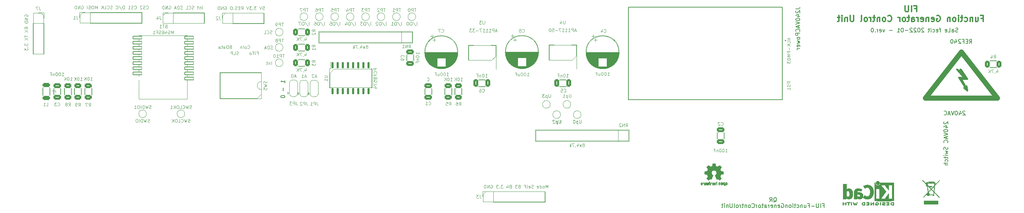
<source format=gbo>
%TF.GenerationSoftware,KiCad,Pcbnew,(6.0.0)*%
%TF.CreationDate,2022-01-20T15:09:39+01:00*%
%TF.ProjectId,AlimentatoreDaBancoExATX,416c696d-656e-4746-9174-6f7265446142,rev?*%
%TF.SameCoordinates,Original*%
%TF.FileFunction,Legend,Bot*%
%TF.FilePolarity,Positive*%
%FSLAX46Y46*%
G04 Gerber Fmt 4.6, Leading zero omitted, Abs format (unit mm)*
G04 Created by KiCad (PCBNEW (6.0.0)) date 2022-01-20 15:09:39*
%MOMM*%
%LPD*%
G01*
G04 APERTURE LIST*
G04 Aperture macros list*
%AMRoundRect*
0 Rectangle with rounded corners*
0 $1 Rounding radius*
0 $2 $3 $4 $5 $6 $7 $8 $9 X,Y pos of 4 corners*
0 Add a 4 corners polygon primitive as box body*
4,1,4,$2,$3,$4,$5,$6,$7,$8,$9,$2,$3,0*
0 Add four circle primitives for the rounded corners*
1,1,$1+$1,$2,$3*
1,1,$1+$1,$4,$5*
1,1,$1+$1,$6,$7*
1,1,$1+$1,$8,$9*
0 Add four rect primitives between the rounded corners*
20,1,$1+$1,$2,$3,$4,$5,0*
20,1,$1+$1,$4,$5,$6,$7,0*
20,1,$1+$1,$6,$7,$8,$9,0*
20,1,$1+$1,$8,$9,$2,$3,0*%
%AMFreePoly0*
4,1,22,0.550000,-0.750000,0.000000,-0.750000,0.000000,-0.745033,-0.079941,-0.743568,-0.215256,-0.701293,-0.333266,-0.622738,-0.424486,-0.514219,-0.481581,-0.384460,-0.499164,-0.250000,-0.500000,-0.250000,-0.500000,0.250000,-0.499164,0.250000,-0.499963,0.256109,-0.478152,0.396186,-0.417904,0.524511,-0.324060,0.630769,-0.204165,0.706417,-0.067858,0.745374,0.000000,0.744959,0.000000,0.750000,
0.550000,0.750000,0.550000,-0.750000,0.550000,-0.750000,$1*%
%AMFreePoly1*
4,1,20,0.000000,0.744959,0.073905,0.744508,0.209726,0.703889,0.328688,0.626782,0.421226,0.519385,0.479903,0.390333,0.500000,0.250000,0.500000,-0.250000,0.499851,-0.262216,0.476331,-0.402017,0.414519,-0.529596,0.319384,-0.634700,0.198574,-0.708877,0.061801,-0.746166,0.000000,-0.745033,0.000000,-0.750000,-0.550000,-0.750000,-0.550000,0.750000,0.000000,0.750000,0.000000,0.744959,
0.000000,0.744959,$1*%
%AMFreePoly2*
4,1,18,-1.143000,0.320000,-1.136910,0.350615,-1.119569,0.376569,-1.093615,0.393910,-1.063000,0.400000,1.063000,0.400000,1.093615,0.393910,1.119569,0.376569,1.136910,0.350615,1.143000,0.320000,1.143000,-0.320000,1.136910,-0.350615,1.119569,-0.376569,1.093615,-0.393910,1.063000,-0.400000,-0.983000,-0.400000,-1.143000,-0.240000,-1.143000,0.320000,-1.143000,0.320000,$1*%
G04 Aperture macros list end*
%ADD10C,0.150000*%
%ADD11C,0.300000*%
%ADD12C,0.120000*%
%ADD13C,0.381000*%
%ADD14C,1.270000*%
%ADD15C,0.010000*%
%ADD16C,0.100000*%
%ADD17C,0.127000*%
%ADD18C,0.200000*%
%ADD19C,1.524000*%
%ADD20R,1.524000X1.524000*%
%ADD21O,1.524000X1.800000*%
%ADD22R,1.800000X1.800000*%
%ADD23C,1.800000*%
%ADD24C,27.000000*%
%ADD25C,2.500000*%
%ADD26R,1.700000X1.700000*%
%ADD27O,1.700000X1.700000*%
%ADD28C,1.500000*%
%ADD29RoundRect,0.137500X-0.137500X0.662500X-0.137500X-0.662500X0.137500X-0.662500X0.137500X0.662500X0*%
%ADD30RoundRect,0.250000X-0.312500X-0.625000X0.312500X-0.625000X0.312500X0.625000X-0.312500X0.625000X0*%
%ADD31FreePoly0,90.000000*%
%ADD32R,1.500000X1.000000*%
%ADD33FreePoly1,90.000000*%
%ADD34R,1.600000X1.600000*%
%ADD35O,1.600000X1.600000*%
%ADD36RoundRect,0.250000X0.650000X-0.325000X0.650000X0.325000X-0.650000X0.325000X-0.650000X-0.325000X0*%
%ADD37RoundRect,0.250000X-0.625000X0.312500X-0.625000X-0.312500X0.625000X-0.312500X0.625000X0.312500X0*%
%ADD38R,1.500000X2.000000*%
%ADD39R,3.800000X2.000000*%
%ADD40R,1.500000X1.500000*%
%ADD41R,1.600000X2.400000*%
%ADD42O,1.600000X2.400000*%
%ADD43RoundRect,0.250000X-0.325000X-0.650000X0.325000X-0.650000X0.325000X0.650000X-0.325000X0.650000X0*%
%ADD44RoundRect,0.250000X-0.700000X0.275000X-0.700000X-0.275000X0.700000X-0.275000X0.700000X0.275000X0*%
%ADD45RoundRect,0.250000X-0.650000X0.325000X-0.650000X-0.325000X0.650000X-0.325000X0.650000X0.325000X0*%
%ADD46FreePoly2,0.000000*%
%ADD47RoundRect,0.080000X-1.063000X-0.320000X1.063000X-0.320000X1.063000X0.320000X-1.063000X0.320000X0*%
%ADD48C,1.600000*%
%ADD49RoundRect,0.250000X0.312500X0.625000X-0.312500X0.625000X-0.312500X-0.625000X0.312500X-0.625000X0*%
G04 APERTURE END LIST*
D10*
X93035380Y-65611571D02*
X93035380Y-65040142D01*
X93035380Y-65325857D02*
X92035380Y-65325857D01*
X92178238Y-65230619D01*
X92273476Y-65135380D01*
X92321095Y-65040142D01*
X92654428Y-66802047D02*
X92654428Y-67563952D01*
X92035380Y-68992523D02*
X92035380Y-69087761D01*
X92083000Y-69183000D01*
X92130619Y-69230619D01*
X92225857Y-69278238D01*
X92416333Y-69325857D01*
X92654428Y-69325857D01*
X92844904Y-69278238D01*
X92940142Y-69230619D01*
X92987761Y-69183000D01*
X93035380Y-69087761D01*
X93035380Y-68992523D01*
X92987761Y-68897285D01*
X92940142Y-68849666D01*
X92844904Y-68802047D01*
X92654428Y-68754428D01*
X92416333Y-68754428D01*
X92225857Y-68802047D01*
X92130619Y-68849666D01*
X92083000Y-68897285D01*
X92035380Y-68992523D01*
X259229476Y-52982761D02*
X259086619Y-53030380D01*
X258848523Y-53030380D01*
X258753285Y-52982761D01*
X258705666Y-52935142D01*
X258658047Y-52839904D01*
X258658047Y-52744666D01*
X258705666Y-52649428D01*
X258753285Y-52601809D01*
X258848523Y-52554190D01*
X259039000Y-52506571D01*
X259134238Y-52458952D01*
X259181857Y-52411333D01*
X259229476Y-52316095D01*
X259229476Y-52220857D01*
X259181857Y-52125619D01*
X259134238Y-52078000D01*
X259039000Y-52030380D01*
X258800904Y-52030380D01*
X258658047Y-52078000D01*
X257800904Y-53030380D02*
X257800904Y-52506571D01*
X257848523Y-52411333D01*
X257943761Y-52363714D01*
X258134238Y-52363714D01*
X258229476Y-52411333D01*
X257800904Y-52982761D02*
X257896142Y-53030380D01*
X258134238Y-53030380D01*
X258229476Y-52982761D01*
X258277095Y-52887523D01*
X258277095Y-52792285D01*
X258229476Y-52697047D01*
X258134238Y-52649428D01*
X257896142Y-52649428D01*
X257800904Y-52601809D01*
X256848523Y-53030380D02*
X257324714Y-53030380D01*
X257324714Y-52030380D01*
X256134238Y-52982761D02*
X256229476Y-53030380D01*
X256419952Y-53030380D01*
X256515190Y-52982761D01*
X256562809Y-52887523D01*
X256562809Y-52506571D01*
X256515190Y-52411333D01*
X256419952Y-52363714D01*
X256229476Y-52363714D01*
X256134238Y-52411333D01*
X256086619Y-52506571D01*
X256086619Y-52601809D01*
X256562809Y-52697047D01*
X255039000Y-52363714D02*
X254658047Y-52363714D01*
X254896142Y-53030380D02*
X254896142Y-52173238D01*
X254848523Y-52078000D01*
X254753285Y-52030380D01*
X254658047Y-52030380D01*
X253943761Y-52982761D02*
X254039000Y-53030380D01*
X254229476Y-53030380D01*
X254324714Y-52982761D01*
X254372333Y-52887523D01*
X254372333Y-52506571D01*
X254324714Y-52411333D01*
X254229476Y-52363714D01*
X254039000Y-52363714D01*
X253943761Y-52411333D01*
X253896142Y-52506571D01*
X253896142Y-52601809D01*
X254372333Y-52697047D01*
X253039000Y-52982761D02*
X253134238Y-53030380D01*
X253324714Y-53030380D01*
X253419952Y-52982761D01*
X253467571Y-52935142D01*
X253515190Y-52839904D01*
X253515190Y-52554190D01*
X253467571Y-52458952D01*
X253419952Y-52411333D01*
X253324714Y-52363714D01*
X253134238Y-52363714D01*
X253039000Y-52411333D01*
X252610428Y-53030380D02*
X252610428Y-52363714D01*
X252610428Y-52030380D02*
X252658047Y-52078000D01*
X252610428Y-52125619D01*
X252562809Y-52078000D01*
X252610428Y-52030380D01*
X252610428Y-52125619D01*
X252277095Y-52363714D02*
X251896142Y-52363714D01*
X252134238Y-52030380D02*
X252134238Y-52887523D01*
X252086619Y-52982761D01*
X251991380Y-53030380D01*
X251896142Y-53030380D01*
X250848523Y-52125619D02*
X250800904Y-52078000D01*
X250705666Y-52030380D01*
X250467571Y-52030380D01*
X250372333Y-52078000D01*
X250324714Y-52125619D01*
X250277095Y-52220857D01*
X250277095Y-52316095D01*
X250324714Y-52458952D01*
X250896142Y-53030380D01*
X250277095Y-53030380D01*
X249658047Y-52030380D02*
X249562809Y-52030380D01*
X249467571Y-52078000D01*
X249419952Y-52125619D01*
X249372333Y-52220857D01*
X249324714Y-52411333D01*
X249324714Y-52649428D01*
X249372333Y-52839904D01*
X249419952Y-52935142D01*
X249467571Y-52982761D01*
X249562809Y-53030380D01*
X249658047Y-53030380D01*
X249753285Y-52982761D01*
X249800904Y-52935142D01*
X249848523Y-52839904D01*
X249896142Y-52649428D01*
X249896142Y-52411333D01*
X249848523Y-52220857D01*
X249800904Y-52125619D01*
X249753285Y-52078000D01*
X249658047Y-52030380D01*
X248943761Y-52125619D02*
X248896142Y-52078000D01*
X248800904Y-52030380D01*
X248562809Y-52030380D01*
X248467571Y-52078000D01*
X248419952Y-52125619D01*
X248372333Y-52220857D01*
X248372333Y-52316095D01*
X248419952Y-52458952D01*
X248991380Y-53030380D01*
X248372333Y-53030380D01*
X247991380Y-52125619D02*
X247943761Y-52078000D01*
X247848523Y-52030380D01*
X247610428Y-52030380D01*
X247515190Y-52078000D01*
X247467571Y-52125619D01*
X247419952Y-52220857D01*
X247419952Y-52316095D01*
X247467571Y-52458952D01*
X248039000Y-53030380D01*
X247419952Y-53030380D01*
X246991380Y-52649428D02*
X246229476Y-52649428D01*
X245562809Y-52030380D02*
X245467571Y-52030380D01*
X245372333Y-52078000D01*
X245324714Y-52125619D01*
X245277095Y-52220857D01*
X245229476Y-52411333D01*
X245229476Y-52649428D01*
X245277095Y-52839904D01*
X245324714Y-52935142D01*
X245372333Y-52982761D01*
X245467571Y-53030380D01*
X245562809Y-53030380D01*
X245658047Y-52982761D01*
X245705666Y-52935142D01*
X245753285Y-52839904D01*
X245800904Y-52649428D01*
X245800904Y-52411333D01*
X245753285Y-52220857D01*
X245705666Y-52125619D01*
X245658047Y-52078000D01*
X245562809Y-52030380D01*
X244277095Y-53030380D02*
X244848523Y-53030380D01*
X244562809Y-53030380D02*
X244562809Y-52030380D01*
X244658047Y-52173238D01*
X244753285Y-52268476D01*
X244848523Y-52316095D01*
X243086619Y-52649428D02*
X242324714Y-52649428D01*
X241181857Y-52363714D02*
X240943761Y-53030380D01*
X240705666Y-52363714D01*
X239943761Y-52982761D02*
X240039000Y-53030380D01*
X240229476Y-53030380D01*
X240324714Y-52982761D01*
X240372333Y-52887523D01*
X240372333Y-52506571D01*
X240324714Y-52411333D01*
X240229476Y-52363714D01*
X240039000Y-52363714D01*
X239943761Y-52411333D01*
X239896142Y-52506571D01*
X239896142Y-52601809D01*
X240372333Y-52697047D01*
X239467571Y-53030380D02*
X239467571Y-52363714D01*
X239467571Y-52554190D02*
X239419952Y-52458952D01*
X239372333Y-52411333D01*
X239277095Y-52363714D01*
X239181857Y-52363714D01*
X238848523Y-52935142D02*
X238800904Y-52982761D01*
X238848523Y-53030380D01*
X238896142Y-52982761D01*
X238848523Y-52935142D01*
X238848523Y-53030380D01*
X238181857Y-52030380D02*
X238086619Y-52030380D01*
X237991380Y-52078000D01*
X237943761Y-52125619D01*
X237896142Y-52220857D01*
X237848523Y-52411333D01*
X237848523Y-52649428D01*
X237896142Y-52839904D01*
X237943761Y-52935142D01*
X237991380Y-52982761D01*
X238086619Y-53030380D01*
X238181857Y-53030380D01*
X238277095Y-52982761D01*
X238324714Y-52935142D01*
X238372333Y-52839904D01*
X238419952Y-52649428D01*
X238419952Y-52411333D01*
X238372333Y-52220857D01*
X238324714Y-52125619D01*
X238277095Y-52078000D01*
X238181857Y-52030380D01*
D11*
X248578571Y-47199357D02*
X249078571Y-47199357D01*
X249078571Y-47985071D02*
X249078571Y-46485071D01*
X248364285Y-46485071D01*
X247792857Y-47985071D02*
X247792857Y-46485071D01*
X247078571Y-46485071D02*
X247078571Y-47699357D01*
X247007142Y-47842214D01*
X246935714Y-47913642D01*
X246792857Y-47985071D01*
X246507142Y-47985071D01*
X246364285Y-47913642D01*
X246292857Y-47842214D01*
X246221428Y-47699357D01*
X246221428Y-46485071D01*
X265042857Y-49614357D02*
X265542857Y-49614357D01*
X265542857Y-50400071D02*
X265542857Y-48900071D01*
X264828571Y-48900071D01*
X263614285Y-49400071D02*
X263614285Y-50400071D01*
X264257142Y-49400071D02*
X264257142Y-50185785D01*
X264185714Y-50328642D01*
X264042857Y-50400071D01*
X263828571Y-50400071D01*
X263685714Y-50328642D01*
X263614285Y-50257214D01*
X262900000Y-49400071D02*
X262900000Y-50400071D01*
X262900000Y-49542928D02*
X262828571Y-49471500D01*
X262685714Y-49400071D01*
X262471428Y-49400071D01*
X262328571Y-49471500D01*
X262257142Y-49614357D01*
X262257142Y-50400071D01*
X260900000Y-50328642D02*
X261042857Y-50400071D01*
X261328571Y-50400071D01*
X261471428Y-50328642D01*
X261542857Y-50257214D01*
X261614285Y-50114357D01*
X261614285Y-49685785D01*
X261542857Y-49542928D01*
X261471428Y-49471500D01*
X261328571Y-49400071D01*
X261042857Y-49400071D01*
X260900000Y-49471500D01*
X260471428Y-49400071D02*
X259900000Y-49400071D01*
X260257142Y-48900071D02*
X260257142Y-50185785D01*
X260185714Y-50328642D01*
X260042857Y-50400071D01*
X259900000Y-50400071D01*
X259400000Y-50400071D02*
X259400000Y-49400071D01*
X259400000Y-48900071D02*
X259471428Y-48971500D01*
X259400000Y-49042928D01*
X259328571Y-48971500D01*
X259400000Y-48900071D01*
X259400000Y-49042928D01*
X258471428Y-50400071D02*
X258614285Y-50328642D01*
X258685714Y-50257214D01*
X258757142Y-50114357D01*
X258757142Y-49685785D01*
X258685714Y-49542928D01*
X258614285Y-49471500D01*
X258471428Y-49400071D01*
X258257142Y-49400071D01*
X258114285Y-49471500D01*
X258042857Y-49542928D01*
X257971428Y-49685785D01*
X257971428Y-50114357D01*
X258042857Y-50257214D01*
X258114285Y-50328642D01*
X258257142Y-50400071D01*
X258471428Y-50400071D01*
X257328571Y-49400071D02*
X257328571Y-50400071D01*
X257328571Y-49542928D02*
X257257142Y-49471500D01*
X257114285Y-49400071D01*
X256900000Y-49400071D01*
X256757142Y-49471500D01*
X256685714Y-49614357D01*
X256685714Y-50400071D01*
X254042857Y-48971500D02*
X254185714Y-48900071D01*
X254400000Y-48900071D01*
X254614285Y-48971500D01*
X254757142Y-49114357D01*
X254828571Y-49257214D01*
X254900000Y-49542928D01*
X254900000Y-49757214D01*
X254828571Y-50042928D01*
X254757142Y-50185785D01*
X254614285Y-50328642D01*
X254400000Y-50400071D01*
X254257142Y-50400071D01*
X254042857Y-50328642D01*
X253971428Y-50257214D01*
X253971428Y-49757214D01*
X254257142Y-49757214D01*
X252757142Y-50328642D02*
X252900000Y-50400071D01*
X253185714Y-50400071D01*
X253328571Y-50328642D01*
X253400000Y-50185785D01*
X253400000Y-49614357D01*
X253328571Y-49471500D01*
X253185714Y-49400071D01*
X252900000Y-49400071D01*
X252757142Y-49471500D01*
X252685714Y-49614357D01*
X252685714Y-49757214D01*
X253400000Y-49900071D01*
X252042857Y-49400071D02*
X252042857Y-50400071D01*
X252042857Y-49542928D02*
X251971428Y-49471500D01*
X251828571Y-49400071D01*
X251614285Y-49400071D01*
X251471428Y-49471500D01*
X251400000Y-49614357D01*
X251400000Y-50400071D01*
X250114285Y-50328642D02*
X250257142Y-50400071D01*
X250542857Y-50400071D01*
X250685714Y-50328642D01*
X250757142Y-50185785D01*
X250757142Y-49614357D01*
X250685714Y-49471500D01*
X250542857Y-49400071D01*
X250257142Y-49400071D01*
X250114285Y-49471500D01*
X250042857Y-49614357D01*
X250042857Y-49757214D01*
X250757142Y-49900071D01*
X249400000Y-50400071D02*
X249400000Y-49400071D01*
X249400000Y-49685785D02*
X249328571Y-49542928D01*
X249257142Y-49471500D01*
X249114285Y-49400071D01*
X248971428Y-49400071D01*
X247828571Y-50400071D02*
X247828571Y-49614357D01*
X247900000Y-49471500D01*
X248042857Y-49400071D01*
X248328571Y-49400071D01*
X248471428Y-49471500D01*
X247828571Y-50328642D02*
X247971428Y-50400071D01*
X248328571Y-50400071D01*
X248471428Y-50328642D01*
X248542857Y-50185785D01*
X248542857Y-50042928D01*
X248471428Y-49900071D01*
X248328571Y-49828642D01*
X247971428Y-49828642D01*
X247828571Y-49757214D01*
X247328571Y-49400071D02*
X246757142Y-49400071D01*
X247114285Y-48900071D02*
X247114285Y-50185785D01*
X247042857Y-50328642D01*
X246900000Y-50400071D01*
X246757142Y-50400071D01*
X246042857Y-50400071D02*
X246185714Y-50328642D01*
X246257142Y-50257214D01*
X246328571Y-50114357D01*
X246328571Y-49685785D01*
X246257142Y-49542928D01*
X246185714Y-49471500D01*
X246042857Y-49400071D01*
X245828571Y-49400071D01*
X245685714Y-49471500D01*
X245614285Y-49542928D01*
X245542857Y-49685785D01*
X245542857Y-50114357D01*
X245614285Y-50257214D01*
X245685714Y-50328642D01*
X245828571Y-50400071D01*
X246042857Y-50400071D01*
X244900000Y-50400071D02*
X244900000Y-49400071D01*
X244900000Y-49685785D02*
X244828571Y-49542928D01*
X244757142Y-49471500D01*
X244614285Y-49400071D01*
X244471428Y-49400071D01*
X241971428Y-50257214D02*
X242042857Y-50328642D01*
X242257142Y-50400071D01*
X242400000Y-50400071D01*
X242614285Y-50328642D01*
X242757142Y-50185785D01*
X242828571Y-50042928D01*
X242900000Y-49757214D01*
X242900000Y-49542928D01*
X242828571Y-49257214D01*
X242757142Y-49114357D01*
X242614285Y-48971500D01*
X242400000Y-48900071D01*
X242257142Y-48900071D01*
X242042857Y-48971500D01*
X241971428Y-49042928D01*
X241114285Y-50400071D02*
X241257142Y-50328642D01*
X241328571Y-50257214D01*
X241400000Y-50114357D01*
X241400000Y-49685785D01*
X241328571Y-49542928D01*
X241257142Y-49471500D01*
X241114285Y-49400071D01*
X240900000Y-49400071D01*
X240757142Y-49471500D01*
X240685714Y-49542928D01*
X240614285Y-49685785D01*
X240614285Y-50114357D01*
X240685714Y-50257214D01*
X240757142Y-50328642D01*
X240900000Y-50400071D01*
X241114285Y-50400071D01*
X239971428Y-49400071D02*
X239971428Y-50400071D01*
X239971428Y-49542928D02*
X239900000Y-49471500D01*
X239757142Y-49400071D01*
X239542857Y-49400071D01*
X239400000Y-49471500D01*
X239328571Y-49614357D01*
X239328571Y-50400071D01*
X238828571Y-49400071D02*
X238257142Y-49400071D01*
X238614285Y-48900071D02*
X238614285Y-50185785D01*
X238542857Y-50328642D01*
X238400000Y-50400071D01*
X238257142Y-50400071D01*
X237757142Y-50400071D02*
X237757142Y-49400071D01*
X237757142Y-49685785D02*
X237685714Y-49542928D01*
X237614285Y-49471500D01*
X237471428Y-49400071D01*
X237328571Y-49400071D01*
X236614285Y-50400071D02*
X236757142Y-50328642D01*
X236828571Y-50257214D01*
X236900000Y-50114357D01*
X236900000Y-49685785D01*
X236828571Y-49542928D01*
X236757142Y-49471500D01*
X236614285Y-49400071D01*
X236400000Y-49400071D01*
X236257142Y-49471500D01*
X236185714Y-49542928D01*
X236114285Y-49685785D01*
X236114285Y-50114357D01*
X236185714Y-50257214D01*
X236257142Y-50328642D01*
X236400000Y-50400071D01*
X236614285Y-50400071D01*
X235257142Y-50400071D02*
X235400000Y-50328642D01*
X235471428Y-50185785D01*
X235471428Y-48900071D01*
X233542857Y-48900071D02*
X233542857Y-50114357D01*
X233471428Y-50257214D01*
X233400000Y-50328642D01*
X233257142Y-50400071D01*
X232971428Y-50400071D01*
X232828571Y-50328642D01*
X232757142Y-50257214D01*
X232685714Y-50114357D01*
X232685714Y-48900071D01*
X231971428Y-49400071D02*
X231971428Y-50400071D01*
X231971428Y-49542928D02*
X231900000Y-49471500D01*
X231757142Y-49400071D01*
X231542857Y-49400071D01*
X231400000Y-49471500D01*
X231328571Y-49614357D01*
X231328571Y-50400071D01*
X230614285Y-50400071D02*
X230614285Y-49400071D01*
X230614285Y-48900071D02*
X230685714Y-48971500D01*
X230614285Y-49042928D01*
X230542857Y-48971500D01*
X230614285Y-48900071D01*
X230614285Y-49042928D01*
X230114285Y-49400071D02*
X229542857Y-49400071D01*
X229900000Y-48900071D02*
X229900000Y-50185785D01*
X229828571Y-50328642D01*
X229685714Y-50400071D01*
X229542857Y-50400071D01*
D10*
%TO.C,REF240*%
X262096000Y-55824380D02*
X262429333Y-55348190D01*
X262667428Y-55824380D02*
X262667428Y-54824380D01*
X262286476Y-54824380D01*
X262191238Y-54872000D01*
X262143619Y-54919619D01*
X262096000Y-55014857D01*
X262096000Y-55157714D01*
X262143619Y-55252952D01*
X262191238Y-55300571D01*
X262286476Y-55348190D01*
X262667428Y-55348190D01*
X261667428Y-55300571D02*
X261334095Y-55300571D01*
X261191238Y-55824380D02*
X261667428Y-55824380D01*
X261667428Y-54824380D01*
X261191238Y-54824380D01*
X260429333Y-55300571D02*
X260762666Y-55300571D01*
X260762666Y-55824380D02*
X260762666Y-54824380D01*
X260286476Y-54824380D01*
X259953142Y-54919619D02*
X259905523Y-54872000D01*
X259810285Y-54824380D01*
X259572190Y-54824380D01*
X259476952Y-54872000D01*
X259429333Y-54919619D01*
X259381714Y-55014857D01*
X259381714Y-55110095D01*
X259429333Y-55252952D01*
X260000761Y-55824380D01*
X259381714Y-55824380D01*
X258524571Y-55157714D02*
X258524571Y-55824380D01*
X258762666Y-54776761D02*
X259000761Y-55491047D01*
X258381714Y-55491047D01*
X257810285Y-54824380D02*
X257715047Y-54824380D01*
X257619809Y-54872000D01*
X257572190Y-54919619D01*
X257524571Y-55014857D01*
X257476952Y-55205333D01*
X257476952Y-55443428D01*
X257524571Y-55633904D01*
X257572190Y-55729142D01*
X257619809Y-55776761D01*
X257715047Y-55824380D01*
X257810285Y-55824380D01*
X257905523Y-55776761D01*
X257953142Y-55729142D01*
X258000761Y-55633904D01*
X258048380Y-55443428D01*
X258048380Y-55205333D01*
X258000761Y-55014857D01*
X257953142Y-54919619D01*
X257905523Y-54872000D01*
X257810285Y-54824380D01*
X261040238Y-72699619D02*
X260992619Y-72652000D01*
X260897380Y-72604380D01*
X260659285Y-72604380D01*
X260564047Y-72652000D01*
X260516428Y-72699619D01*
X260468809Y-72794857D01*
X260468809Y-72890095D01*
X260516428Y-73032952D01*
X261087857Y-73604380D01*
X260468809Y-73604380D01*
X259611666Y-72937714D02*
X259611666Y-73604380D01*
X259849761Y-72556761D02*
X260087857Y-73271047D01*
X259468809Y-73271047D01*
X258897380Y-72604380D02*
X258802142Y-72604380D01*
X258706904Y-72652000D01*
X258659285Y-72699619D01*
X258611666Y-72794857D01*
X258564047Y-72985333D01*
X258564047Y-73223428D01*
X258611666Y-73413904D01*
X258659285Y-73509142D01*
X258706904Y-73556761D01*
X258802142Y-73604380D01*
X258897380Y-73604380D01*
X258992619Y-73556761D01*
X259040238Y-73509142D01*
X259087857Y-73413904D01*
X259135476Y-73223428D01*
X259135476Y-72985333D01*
X259087857Y-72794857D01*
X259040238Y-72699619D01*
X258992619Y-72652000D01*
X258897380Y-72604380D01*
X258278333Y-72604380D02*
X257945000Y-73604380D01*
X257611666Y-72604380D01*
X257325952Y-73318666D02*
X256849761Y-73318666D01*
X257421190Y-73604380D02*
X257087857Y-72604380D01*
X256754523Y-73604380D01*
X255849761Y-73509142D02*
X255897380Y-73556761D01*
X256040238Y-73604380D01*
X256135476Y-73604380D01*
X256278333Y-73556761D01*
X256373571Y-73461523D01*
X256421190Y-73366285D01*
X256468809Y-73175809D01*
X256468809Y-73032952D01*
X256421190Y-72842476D01*
X256373571Y-72747238D01*
X256278333Y-72652000D01*
X256135476Y-72604380D01*
X256040238Y-72604380D01*
X255897380Y-72652000D01*
X255849761Y-72699619D01*
%TO.C,240VAC Switch*%
X255860475Y-75261113D02*
X255812856Y-75308732D01*
X255765236Y-75403970D01*
X255765236Y-75642066D01*
X255812856Y-75737304D01*
X255860475Y-75784923D01*
X255955713Y-75832542D01*
X256050951Y-75832542D01*
X256193808Y-75784923D01*
X256765236Y-75213494D01*
X256765236Y-75832542D01*
X256098570Y-76689685D02*
X256765236Y-76689685D01*
X255717617Y-76451589D02*
X256431903Y-76213494D01*
X256431903Y-76832542D01*
X255765236Y-77403970D02*
X255765236Y-77499208D01*
X255812856Y-77594446D01*
X255860475Y-77642066D01*
X255955713Y-77689685D01*
X256146189Y-77737304D01*
X256384284Y-77737304D01*
X256574760Y-77689685D01*
X256669998Y-77642066D01*
X256717617Y-77594446D01*
X256765236Y-77499208D01*
X256765236Y-77403970D01*
X256717617Y-77308732D01*
X256669998Y-77261113D01*
X256574760Y-77213494D01*
X256384284Y-77165875D01*
X256146189Y-77165875D01*
X255955713Y-77213494D01*
X255860475Y-77261113D01*
X255812856Y-77308732D01*
X255765236Y-77403970D01*
X255765236Y-78023018D02*
X256765236Y-78356351D01*
X255765236Y-78689685D01*
X256479522Y-78975399D02*
X256479522Y-79451589D01*
X256765236Y-78880161D02*
X255765236Y-79213494D01*
X256765236Y-79546827D01*
X256669998Y-80451589D02*
X256717617Y-80403970D01*
X256765236Y-80261113D01*
X256765236Y-80165875D01*
X256717617Y-80023018D01*
X256622379Y-79927780D01*
X256527141Y-79880161D01*
X256336665Y-79832542D01*
X256193808Y-79832542D01*
X256003332Y-79880161D01*
X255908094Y-79927780D01*
X255812856Y-80023018D01*
X255765236Y-80165875D01*
X255765236Y-80261113D01*
X255812856Y-80403970D01*
X255860475Y-80451589D01*
X256717617Y-81594446D02*
X256765236Y-81737304D01*
X256765236Y-81975399D01*
X256717617Y-82070637D01*
X256669998Y-82118256D01*
X256574760Y-82165875D01*
X256479522Y-82165875D01*
X256384284Y-82118256D01*
X256336665Y-82070637D01*
X256289046Y-81975399D01*
X256241427Y-81784923D01*
X256193808Y-81689685D01*
X256146189Y-81642066D01*
X256050951Y-81594446D01*
X255955713Y-81594446D01*
X255860475Y-81642066D01*
X255812856Y-81689685D01*
X255765236Y-81784923D01*
X255765236Y-82023018D01*
X255812856Y-82165875D01*
X256098570Y-82499208D02*
X256765236Y-82689685D01*
X256289046Y-82880161D01*
X256765236Y-83070637D01*
X256098570Y-83261113D01*
X256765236Y-83642066D02*
X256098570Y-83642066D01*
X255765236Y-83642066D02*
X255812856Y-83594446D01*
X255860475Y-83642066D01*
X255812856Y-83689685D01*
X255765236Y-83642066D01*
X255860475Y-83642066D01*
X256098570Y-83975399D02*
X256098570Y-84356351D01*
X255765236Y-84118256D02*
X256622379Y-84118256D01*
X256717617Y-84165875D01*
X256765236Y-84261113D01*
X256765236Y-84356351D01*
X256717617Y-85118256D02*
X256765236Y-85023018D01*
X256765236Y-84832542D01*
X256717617Y-84737304D01*
X256669998Y-84689685D01*
X256574760Y-84642066D01*
X256289046Y-84642066D01*
X256193808Y-84689685D01*
X256146189Y-84737304D01*
X256098570Y-84832542D01*
X256098570Y-85023018D01*
X256146189Y-85118256D01*
X256765236Y-85546827D02*
X255765236Y-85546827D01*
X256765236Y-85975399D02*
X256241427Y-85975399D01*
X256146189Y-85927780D01*
X256098570Y-85832542D01*
X256098570Y-85689685D01*
X256146189Y-85594446D01*
X256193808Y-85546827D01*
%TO.C,J240VACPower*%
X219225714Y-47266272D02*
X219940000Y-47266272D01*
X220082857Y-47218653D01*
X220178095Y-47123415D01*
X220225714Y-46980557D01*
X220225714Y-46885319D01*
X219320953Y-47694843D02*
X219273334Y-47742462D01*
X219225714Y-47837700D01*
X219225714Y-48075795D01*
X219273334Y-48171034D01*
X219320953Y-48218653D01*
X219416191Y-48266272D01*
X219511429Y-48266272D01*
X219654286Y-48218653D01*
X220225714Y-47647224D01*
X220225714Y-48266272D01*
X219559048Y-49123415D02*
X220225714Y-49123415D01*
X219178095Y-48885319D02*
X219892381Y-48647224D01*
X219892381Y-49266272D01*
X219225714Y-49837700D02*
X219225714Y-49932938D01*
X219273334Y-50028176D01*
X219320953Y-50075795D01*
X219416191Y-50123415D01*
X219606667Y-50171034D01*
X219844762Y-50171034D01*
X220035238Y-50123415D01*
X220130476Y-50075795D01*
X220178095Y-50028176D01*
X220225714Y-49932938D01*
X220225714Y-49837700D01*
X220178095Y-49742462D01*
X220130476Y-49694843D01*
X220035238Y-49647224D01*
X219844762Y-49599605D01*
X219606667Y-49599605D01*
X219416191Y-49647224D01*
X219320953Y-49694843D01*
X219273334Y-49742462D01*
X219225714Y-49837700D01*
X219225714Y-50456748D02*
X220225714Y-50790081D01*
X219225714Y-51123415D01*
X219940000Y-51409129D02*
X219940000Y-51885319D01*
X220225714Y-51313891D02*
X219225714Y-51647224D01*
X220225714Y-51980557D01*
X220130476Y-52885319D02*
X220178095Y-52837700D01*
X220225714Y-52694843D01*
X220225714Y-52599605D01*
X220178095Y-52456748D01*
X220082857Y-52361510D01*
X219987619Y-52313891D01*
X219797143Y-52266272D01*
X219654286Y-52266272D01*
X219463810Y-52313891D01*
X219368572Y-52361510D01*
X219273334Y-52456748D01*
X219225714Y-52599605D01*
X219225714Y-52694843D01*
X219273334Y-52837700D01*
X219320953Y-52885319D01*
X220225714Y-53313891D02*
X219225714Y-53313891D01*
X219225714Y-53694843D01*
X219273334Y-53790081D01*
X219320953Y-53837700D01*
X219416191Y-53885319D01*
X219559048Y-53885319D01*
X219654286Y-53837700D01*
X219701905Y-53790081D01*
X219749524Y-53694843D01*
X219749524Y-53313891D01*
X220225714Y-54456748D02*
X220178095Y-54361510D01*
X220130476Y-54313891D01*
X220035238Y-54266272D01*
X219749524Y-54266272D01*
X219654286Y-54313891D01*
X219606667Y-54361510D01*
X219559048Y-54456748D01*
X219559048Y-54599605D01*
X219606667Y-54694843D01*
X219654286Y-54742462D01*
X219749524Y-54790081D01*
X220035238Y-54790081D01*
X220130476Y-54742462D01*
X220178095Y-54694843D01*
X220225714Y-54599605D01*
X220225714Y-54456748D01*
X219559048Y-55123415D02*
X220225714Y-55313891D01*
X219749524Y-55504367D01*
X220225714Y-55694843D01*
X219559048Y-55885319D01*
X220178095Y-56647224D02*
X220225714Y-56551986D01*
X220225714Y-56361510D01*
X220178095Y-56266272D01*
X220082857Y-56218653D01*
X219701905Y-56218653D01*
X219606667Y-56266272D01*
X219559048Y-56361510D01*
X219559048Y-56551986D01*
X219606667Y-56647224D01*
X219701905Y-56694843D01*
X219797143Y-56694843D01*
X219892381Y-56218653D01*
X220225714Y-57123415D02*
X219559048Y-57123415D01*
X219749524Y-57123415D02*
X219654286Y-57171034D01*
X219606667Y-57218653D01*
X219559048Y-57313891D01*
X219559048Y-57409129D01*
D12*
%TO.C,Up1*%
X163676928Y-68421304D02*
X163676928Y-69068923D01*
X163638833Y-69145114D01*
X163600738Y-69183209D01*
X163524547Y-69221304D01*
X163372166Y-69221304D01*
X163295976Y-69183209D01*
X163257880Y-69145114D01*
X163219785Y-69068923D01*
X163219785Y-68421304D01*
X162838833Y-68687971D02*
X162838833Y-69487971D01*
X162838833Y-68726066D02*
X162762642Y-68687971D01*
X162610261Y-68687971D01*
X162534071Y-68726066D01*
X162495976Y-68764161D01*
X162457880Y-68840352D01*
X162457880Y-69068923D01*
X162495976Y-69145114D01*
X162534071Y-69183209D01*
X162610261Y-69221304D01*
X162762642Y-69221304D01*
X162838833Y-69183209D01*
X161695976Y-69221304D02*
X162153119Y-69221304D01*
X161924547Y-69221304D02*
X161924547Y-68421304D01*
X162000738Y-68535590D01*
X162076928Y-68611780D01*
X162153119Y-68649876D01*
X163676928Y-68421304D02*
X163676928Y-69068923D01*
X163638833Y-69145114D01*
X163600738Y-69183209D01*
X163524547Y-69221304D01*
X163372166Y-69221304D01*
X163295976Y-69183209D01*
X163257880Y-69145114D01*
X163219785Y-69068923D01*
X163219785Y-68421304D01*
X162838833Y-68687971D02*
X162838833Y-69487971D01*
X162838833Y-68726066D02*
X162762642Y-68687971D01*
X162610261Y-68687971D01*
X162534071Y-68726066D01*
X162495976Y-68764161D01*
X162457880Y-68840352D01*
X162457880Y-69068923D01*
X162495976Y-69145114D01*
X162534071Y-69183209D01*
X162610261Y-69221304D01*
X162762642Y-69221304D01*
X162838833Y-69183209D01*
X161695976Y-69221304D02*
X162153119Y-69221304D01*
X161924547Y-69221304D02*
X161924547Y-68421304D01*
X162000738Y-68535590D01*
X162076928Y-68611780D01*
X162153119Y-68649876D01*
%TO.C,TP7*%
X98738823Y-47139104D02*
X98281680Y-47139104D01*
X98510252Y-47939104D02*
X98510252Y-47139104D01*
X98015014Y-47939104D02*
X98015014Y-47139104D01*
X97710252Y-47139104D01*
X97634061Y-47177200D01*
X97595966Y-47215295D01*
X97557871Y-47291485D01*
X97557871Y-47405771D01*
X97595966Y-47481961D01*
X97634061Y-47520057D01*
X97710252Y-47558152D01*
X98015014Y-47558152D01*
X97291204Y-47139104D02*
X96757871Y-47139104D01*
X97100728Y-47939104D01*
X98948347Y-51337104D02*
X98948347Y-50537104D01*
X97995966Y-50499009D02*
X98681680Y-51527580D01*
X97576919Y-50537104D02*
X97424538Y-50537104D01*
X97348347Y-50575200D01*
X97272157Y-50651390D01*
X97234061Y-50803771D01*
X97234061Y-51070438D01*
X97272157Y-51222819D01*
X97348347Y-51299009D01*
X97424538Y-51337104D01*
X97576919Y-51337104D01*
X97653109Y-51299009D01*
X97729300Y-51222819D01*
X97767395Y-51070438D01*
X97767395Y-50803771D01*
X97729300Y-50651390D01*
X97653109Y-50575200D01*
X97576919Y-50537104D01*
X96967395Y-50537104D02*
X96434061Y-50537104D01*
X96776919Y-51337104D01*
%TO.C,U1*%
X102748204Y-63855676D02*
X103395823Y-63855676D01*
X103472014Y-63893771D01*
X103510109Y-63931866D01*
X103548204Y-64008057D01*
X103548204Y-64160438D01*
X103510109Y-64236628D01*
X103472014Y-64274723D01*
X103395823Y-64312819D01*
X102748204Y-64312819D01*
X103548204Y-65112819D02*
X103548204Y-64655676D01*
X103548204Y-64884247D02*
X102748204Y-64884247D01*
X102862490Y-64808057D01*
X102938680Y-64731866D01*
X102976776Y-64655676D01*
X115748204Y-61989009D02*
X114948204Y-61989009D01*
X114948204Y-62293771D01*
X114986300Y-62369961D01*
X115024395Y-62408057D01*
X115100585Y-62446152D01*
X115214871Y-62446152D01*
X115291061Y-62408057D01*
X115329157Y-62369961D01*
X115367252Y-62293771D01*
X115367252Y-61989009D01*
X115672014Y-63246152D02*
X115710109Y-63208057D01*
X115748204Y-63093771D01*
X115748204Y-63017580D01*
X115710109Y-62903295D01*
X115633919Y-62827104D01*
X115557728Y-62789009D01*
X115405347Y-62750914D01*
X115291061Y-62750914D01*
X115138680Y-62789009D01*
X115062490Y-62827104D01*
X114986300Y-62903295D01*
X114948204Y-63017580D01*
X114948204Y-63093771D01*
X114986300Y-63208057D01*
X115024395Y-63246152D01*
X115329157Y-63855676D02*
X115329157Y-63589009D01*
X115748204Y-63589009D02*
X114948204Y-63589009D01*
X114948204Y-63969961D01*
X115291061Y-64389009D02*
X115252966Y-64312819D01*
X115214871Y-64274723D01*
X115138680Y-64236628D01*
X115100585Y-64236628D01*
X115024395Y-64274723D01*
X114986300Y-64312819D01*
X114948204Y-64389009D01*
X114948204Y-64541390D01*
X114986300Y-64617580D01*
X115024395Y-64655676D01*
X115100585Y-64693771D01*
X115138680Y-64693771D01*
X115214871Y-64655676D01*
X115252966Y-64617580D01*
X115291061Y-64541390D01*
X115291061Y-64389009D01*
X115329157Y-64312819D01*
X115367252Y-64274723D01*
X115443442Y-64236628D01*
X115595823Y-64236628D01*
X115672014Y-64274723D01*
X115710109Y-64312819D01*
X115748204Y-64389009D01*
X115748204Y-64541390D01*
X115710109Y-64617580D01*
X115672014Y-64655676D01*
X115595823Y-64693771D01*
X115443442Y-64693771D01*
X115367252Y-64655676D01*
X115329157Y-64617580D01*
X115291061Y-64541390D01*
X114948204Y-65417580D02*
X114948204Y-65036628D01*
X115329157Y-64998533D01*
X115291061Y-65036628D01*
X115252966Y-65112819D01*
X115252966Y-65303295D01*
X115291061Y-65379485D01*
X115329157Y-65417580D01*
X115405347Y-65455676D01*
X115595823Y-65455676D01*
X115672014Y-65417580D01*
X115710109Y-65379485D01*
X115748204Y-65303295D01*
X115748204Y-65112819D01*
X115710109Y-65036628D01*
X115672014Y-64998533D01*
X114948204Y-65722342D02*
X114948204Y-66255676D01*
X115748204Y-65912819D01*
X115214871Y-66903295D02*
X115748204Y-66903295D01*
X114910109Y-66712819D02*
X115481538Y-66522342D01*
X115481538Y-67017580D01*
%TO.C,R2*%
X100569704Y-52901866D02*
X100188752Y-52635200D01*
X100569704Y-52444723D02*
X99769704Y-52444723D01*
X99769704Y-52749485D01*
X99807800Y-52825676D01*
X99845895Y-52863771D01*
X99922085Y-52901866D01*
X100036371Y-52901866D01*
X100112561Y-52863771D01*
X100150657Y-52825676D01*
X100188752Y-52749485D01*
X100188752Y-52444723D01*
X99845895Y-53206628D02*
X99807800Y-53244723D01*
X99769704Y-53320914D01*
X99769704Y-53511390D01*
X99807800Y-53587580D01*
X99845895Y-53625676D01*
X99922085Y-53663771D01*
X99998276Y-53663771D01*
X100112561Y-53625676D01*
X100569704Y-53168533D01*
X100569704Y-53663771D01*
X97978847Y-54641771D02*
X97978847Y-55175104D01*
X98169323Y-54337009D02*
X98359800Y-54908438D01*
X97864561Y-54908438D01*
X97521704Y-55137009D02*
X97521704Y-55175104D01*
X97559800Y-55251295D01*
X97597895Y-55289390D01*
X97255038Y-54375104D02*
X96721704Y-54375104D01*
X97064561Y-55175104D01*
X96416942Y-55175104D02*
X96416942Y-54375104D01*
X95959800Y-55175104D02*
X96302657Y-54717961D01*
X95959800Y-54375104D02*
X96416942Y-54832247D01*
%TO.C,Up3*%
X158622328Y-68421304D02*
X158622328Y-69068923D01*
X158584233Y-69145114D01*
X158546138Y-69183209D01*
X158469947Y-69221304D01*
X158317566Y-69221304D01*
X158241376Y-69183209D01*
X158203280Y-69145114D01*
X158165185Y-69068923D01*
X158165185Y-68421304D01*
X157784233Y-68687971D02*
X157784233Y-69487971D01*
X157784233Y-68726066D02*
X157708042Y-68687971D01*
X157555661Y-68687971D01*
X157479471Y-68726066D01*
X157441376Y-68764161D01*
X157403280Y-68840352D01*
X157403280Y-69068923D01*
X157441376Y-69145114D01*
X157479471Y-69183209D01*
X157555661Y-69221304D01*
X157708042Y-69221304D01*
X157784233Y-69183209D01*
X157136614Y-68421304D02*
X156641376Y-68421304D01*
X156908042Y-68726066D01*
X156793757Y-68726066D01*
X156717566Y-68764161D01*
X156679471Y-68802257D01*
X156641376Y-68878447D01*
X156641376Y-69068923D01*
X156679471Y-69145114D01*
X156717566Y-69183209D01*
X156793757Y-69221304D01*
X157022328Y-69221304D01*
X157098519Y-69183209D01*
X157136614Y-69145114D01*
X158622328Y-68446704D02*
X158622328Y-69094323D01*
X158584233Y-69170514D01*
X158546138Y-69208609D01*
X158469947Y-69246704D01*
X158317566Y-69246704D01*
X158241376Y-69208609D01*
X158203280Y-69170514D01*
X158165185Y-69094323D01*
X158165185Y-68446704D01*
X157784233Y-68713371D02*
X157784233Y-69513371D01*
X157784233Y-68751466D02*
X157708042Y-68713371D01*
X157555661Y-68713371D01*
X157479471Y-68751466D01*
X157441376Y-68789561D01*
X157403280Y-68865752D01*
X157403280Y-69094323D01*
X157441376Y-69170514D01*
X157479471Y-69208609D01*
X157555661Y-69246704D01*
X157708042Y-69246704D01*
X157784233Y-69208609D01*
X157136614Y-68446704D02*
X156641376Y-68446704D01*
X156908042Y-68751466D01*
X156793757Y-68751466D01*
X156717566Y-68789561D01*
X156679471Y-68827657D01*
X156641376Y-68903847D01*
X156641376Y-69094323D01*
X156679471Y-69170514D01*
X156717566Y-69208609D01*
X156793757Y-69246704D01*
X157022328Y-69246704D01*
X157098519Y-69208609D01*
X157136614Y-69170514D01*
%TO.C,TP3*%
X113978823Y-47139104D02*
X113521680Y-47139104D01*
X113750252Y-47939104D02*
X113750252Y-47139104D01*
X113255014Y-47939104D02*
X113255014Y-47139104D01*
X112950252Y-47139104D01*
X112874061Y-47177200D01*
X112835966Y-47215295D01*
X112797871Y-47291485D01*
X112797871Y-47405771D01*
X112835966Y-47481961D01*
X112874061Y-47520057D01*
X112950252Y-47558152D01*
X113255014Y-47558152D01*
X112531204Y-47139104D02*
X112035966Y-47139104D01*
X112302633Y-47443866D01*
X112188347Y-47443866D01*
X112112157Y-47481961D01*
X112074061Y-47520057D01*
X112035966Y-47596247D01*
X112035966Y-47786723D01*
X112074061Y-47862914D01*
X112112157Y-47901009D01*
X112188347Y-47939104D01*
X112416919Y-47939104D01*
X112493109Y-47901009D01*
X112531204Y-47862914D01*
X114188347Y-51337104D02*
X114188347Y-50537104D01*
X113235966Y-50499009D02*
X113921680Y-51527580D01*
X112816919Y-50537104D02*
X112664538Y-50537104D01*
X112588347Y-50575200D01*
X112512157Y-50651390D01*
X112474061Y-50803771D01*
X112474061Y-51070438D01*
X112512157Y-51222819D01*
X112588347Y-51299009D01*
X112664538Y-51337104D01*
X112816919Y-51337104D01*
X112893109Y-51299009D01*
X112969300Y-51222819D01*
X113007395Y-51070438D01*
X113007395Y-50803771D01*
X112969300Y-50651390D01*
X112893109Y-50575200D01*
X112816919Y-50537104D01*
X112207395Y-50537104D02*
X111712157Y-50537104D01*
X111978823Y-50841866D01*
X111864538Y-50841866D01*
X111788347Y-50879961D01*
X111750252Y-50918057D01*
X111712157Y-50994247D01*
X111712157Y-51184723D01*
X111750252Y-51260914D01*
X111788347Y-51299009D01*
X111864538Y-51337104D01*
X112093109Y-51337104D01*
X112169300Y-51299009D01*
X112207395Y-51260914D01*
%TO.C,JP2*%
X98395966Y-70377104D02*
X98395966Y-70948533D01*
X98434061Y-71062819D01*
X98510252Y-71139009D01*
X98624538Y-71177104D01*
X98700728Y-71177104D01*
X98015014Y-71177104D02*
X98015014Y-70377104D01*
X97710252Y-70377104D01*
X97634061Y-70415200D01*
X97595966Y-70453295D01*
X97557871Y-70529485D01*
X97557871Y-70643771D01*
X97595966Y-70719961D01*
X97634061Y-70758057D01*
X97710252Y-70796152D01*
X98015014Y-70796152D01*
X97253109Y-70453295D02*
X97215014Y-70415200D01*
X97138823Y-70377104D01*
X96948347Y-70377104D01*
X96872157Y-70415200D01*
X96834061Y-70453295D01*
X96795966Y-70529485D01*
X96795966Y-70605676D01*
X96834061Y-70719961D01*
X97291204Y-71177104D01*
X96795966Y-71177104D01*
X98300728Y-64090533D02*
X97919776Y-64090533D01*
X98376919Y-64319104D02*
X98110252Y-63519104D01*
X97843585Y-64319104D01*
X97157871Y-64319104D02*
X97615014Y-64319104D01*
X97386442Y-64319104D02*
X97386442Y-63519104D01*
X97462633Y-63633390D01*
X97538823Y-63709580D01*
X97615014Y-63747676D01*
%TO.C,RN1*%
X123615380Y-56953104D02*
X123882047Y-56572152D01*
X124072523Y-56953104D02*
X124072523Y-56153104D01*
X123767761Y-56153104D01*
X123691571Y-56191200D01*
X123653476Y-56229295D01*
X123615380Y-56305485D01*
X123615380Y-56419771D01*
X123653476Y-56495961D01*
X123691571Y-56534057D01*
X123767761Y-56572152D01*
X124072523Y-56572152D01*
X123272523Y-56953104D02*
X123272523Y-56153104D01*
X122815380Y-56953104D01*
X122815380Y-56153104D01*
X122015380Y-56953104D02*
X122472523Y-56953104D01*
X122243952Y-56953104D02*
X122243952Y-56153104D01*
X122320142Y-56267390D01*
X122396333Y-56343580D01*
X122472523Y-56381676D01*
X113375490Y-56609961D02*
X113451680Y-56571866D01*
X113489776Y-56533771D01*
X113527871Y-56457580D01*
X113527871Y-56419485D01*
X113489776Y-56343295D01*
X113451680Y-56305200D01*
X113375490Y-56267104D01*
X113223109Y-56267104D01*
X113146919Y-56305200D01*
X113108823Y-56343295D01*
X113070728Y-56419485D01*
X113070728Y-56457580D01*
X113108823Y-56533771D01*
X113146919Y-56571866D01*
X113223109Y-56609961D01*
X113375490Y-56609961D01*
X113451680Y-56648057D01*
X113489776Y-56686152D01*
X113527871Y-56762342D01*
X113527871Y-56914723D01*
X113489776Y-56990914D01*
X113451680Y-57029009D01*
X113375490Y-57067104D01*
X113223109Y-57067104D01*
X113146919Y-57029009D01*
X113108823Y-56990914D01*
X113070728Y-56914723D01*
X113070728Y-56762342D01*
X113108823Y-56686152D01*
X113146919Y-56648057D01*
X113223109Y-56609961D01*
X112804061Y-57067104D02*
X112385014Y-56533771D01*
X112804061Y-56533771D02*
X112385014Y-57067104D01*
X111737395Y-56533771D02*
X111737395Y-57067104D01*
X111927871Y-56229009D02*
X112118347Y-56800438D01*
X111623109Y-56800438D01*
X111280252Y-57029009D02*
X111280252Y-57067104D01*
X111318347Y-57143295D01*
X111356442Y-57181390D01*
X111013585Y-56267104D02*
X110480252Y-56267104D01*
X110823109Y-57067104D01*
X110175490Y-57067104D02*
X110175490Y-56267104D01*
X110099300Y-56762342D02*
X109870728Y-57067104D01*
X109870728Y-56533771D02*
X110175490Y-56838533D01*
%TO.C,TP6*%
X102548823Y-47139104D02*
X102091680Y-47139104D01*
X102320252Y-47939104D02*
X102320252Y-47139104D01*
X101825014Y-47939104D02*
X101825014Y-47139104D01*
X101520252Y-47139104D01*
X101444061Y-47177200D01*
X101405966Y-47215295D01*
X101367871Y-47291485D01*
X101367871Y-47405771D01*
X101405966Y-47481961D01*
X101444061Y-47520057D01*
X101520252Y-47558152D01*
X101825014Y-47558152D01*
X100682157Y-47139104D02*
X100834538Y-47139104D01*
X100910728Y-47177200D01*
X100948823Y-47215295D01*
X101025014Y-47329580D01*
X101063109Y-47481961D01*
X101063109Y-47786723D01*
X101025014Y-47862914D01*
X100986919Y-47901009D01*
X100910728Y-47939104D01*
X100758347Y-47939104D01*
X100682157Y-47901009D01*
X100644061Y-47862914D01*
X100605966Y-47786723D01*
X100605966Y-47596247D01*
X100644061Y-47520057D01*
X100682157Y-47481961D01*
X100758347Y-47443866D01*
X100910728Y-47443866D01*
X100986919Y-47481961D01*
X101025014Y-47520057D01*
X101063109Y-47596247D01*
X102758347Y-51337104D02*
X102758347Y-50537104D01*
X101805966Y-50499009D02*
X102491680Y-51527580D01*
X101386919Y-50537104D02*
X101234538Y-50537104D01*
X101158347Y-50575200D01*
X101082157Y-50651390D01*
X101044061Y-50803771D01*
X101044061Y-51070438D01*
X101082157Y-51222819D01*
X101158347Y-51299009D01*
X101234538Y-51337104D01*
X101386919Y-51337104D01*
X101463109Y-51299009D01*
X101539300Y-51222819D01*
X101577395Y-51070438D01*
X101577395Y-50803771D01*
X101539300Y-50651390D01*
X101463109Y-50575200D01*
X101386919Y-50537104D01*
X100358347Y-50537104D02*
X100510728Y-50537104D01*
X100586919Y-50575200D01*
X100625014Y-50613295D01*
X100701204Y-50727580D01*
X100739300Y-50879961D01*
X100739300Y-51184723D01*
X100701204Y-51260914D01*
X100663109Y-51299009D01*
X100586919Y-51337104D01*
X100434538Y-51337104D01*
X100358347Y-51299009D01*
X100320252Y-51260914D01*
X100282157Y-51184723D01*
X100282157Y-50994247D01*
X100320252Y-50918057D01*
X100358347Y-50879961D01*
X100434538Y-50841866D01*
X100586919Y-50841866D01*
X100663109Y-50879961D01*
X100701204Y-50918057D01*
X100739300Y-50994247D01*
%TO.C,TP4*%
X110168823Y-47139104D02*
X109711680Y-47139104D01*
X109940252Y-47939104D02*
X109940252Y-47139104D01*
X109445014Y-47939104D02*
X109445014Y-47139104D01*
X109140252Y-47139104D01*
X109064061Y-47177200D01*
X109025966Y-47215295D01*
X108987871Y-47291485D01*
X108987871Y-47405771D01*
X109025966Y-47481961D01*
X109064061Y-47520057D01*
X109140252Y-47558152D01*
X109445014Y-47558152D01*
X108302157Y-47405771D02*
X108302157Y-47939104D01*
X108492633Y-47101009D02*
X108683109Y-47672438D01*
X108187871Y-47672438D01*
X110378347Y-51337104D02*
X110378347Y-50537104D01*
X109425966Y-50499009D02*
X110111680Y-51527580D01*
X109006919Y-50537104D02*
X108854538Y-50537104D01*
X108778347Y-50575200D01*
X108702157Y-50651390D01*
X108664061Y-50803771D01*
X108664061Y-51070438D01*
X108702157Y-51222819D01*
X108778347Y-51299009D01*
X108854538Y-51337104D01*
X109006919Y-51337104D01*
X109083109Y-51299009D01*
X109159300Y-51222819D01*
X109197395Y-51070438D01*
X109197395Y-50803771D01*
X109159300Y-50651390D01*
X109083109Y-50575200D01*
X109006919Y-50537104D01*
X107978347Y-50803771D02*
X107978347Y-51337104D01*
X108168823Y-50499009D02*
X108359300Y-51070438D01*
X107864061Y-51070438D01*
%TO.C,C1*%
X128548833Y-71024714D02*
X128586928Y-71062809D01*
X128701214Y-71100904D01*
X128777404Y-71100904D01*
X128891690Y-71062809D01*
X128967880Y-70986619D01*
X129005976Y-70910428D01*
X129044071Y-70758047D01*
X129044071Y-70643761D01*
X129005976Y-70491380D01*
X128967880Y-70415190D01*
X128891690Y-70339000D01*
X128777404Y-70300904D01*
X128701214Y-70300904D01*
X128586928Y-70339000D01*
X128548833Y-70377095D01*
X127786928Y-71100904D02*
X128244071Y-71100904D01*
X128015500Y-71100904D02*
X128015500Y-70300904D01*
X128091690Y-70415190D01*
X128167880Y-70491380D01*
X128244071Y-70529476D01*
X128149380Y-65055714D02*
X128187476Y-65093809D01*
X128301761Y-65131904D01*
X128377952Y-65131904D01*
X128492238Y-65093809D01*
X128568428Y-65017619D01*
X128606523Y-64941428D01*
X128644619Y-64789047D01*
X128644619Y-64674761D01*
X128606523Y-64522380D01*
X128568428Y-64446190D01*
X128492238Y-64370000D01*
X128377952Y-64331904D01*
X128301761Y-64331904D01*
X128187476Y-64370000D01*
X128149380Y-64408095D01*
%TO.C,SWDIO1*%
X59988190Y-71980209D02*
X59873904Y-72018304D01*
X59683428Y-72018304D01*
X59607238Y-71980209D01*
X59569142Y-71942114D01*
X59531047Y-71865923D01*
X59531047Y-71789733D01*
X59569142Y-71713542D01*
X59607238Y-71675447D01*
X59683428Y-71637352D01*
X59835809Y-71599257D01*
X59912000Y-71561161D01*
X59950095Y-71523066D01*
X59988190Y-71446876D01*
X59988190Y-71370685D01*
X59950095Y-71294495D01*
X59912000Y-71256400D01*
X59835809Y-71218304D01*
X59645333Y-71218304D01*
X59531047Y-71256400D01*
X59264380Y-71218304D02*
X59073904Y-72018304D01*
X58921523Y-71446876D01*
X58769142Y-72018304D01*
X58578666Y-71218304D01*
X58273904Y-72018304D02*
X58273904Y-71218304D01*
X58083428Y-71218304D01*
X57969142Y-71256400D01*
X57892952Y-71332590D01*
X57854857Y-71408780D01*
X57816761Y-71561161D01*
X57816761Y-71675447D01*
X57854857Y-71827828D01*
X57892952Y-71904019D01*
X57969142Y-71980209D01*
X58083428Y-72018304D01*
X58273904Y-72018304D01*
X57473904Y-72018304D02*
X57473904Y-71218304D01*
X56940571Y-71218304D02*
X56788190Y-71218304D01*
X56712000Y-71256400D01*
X56635809Y-71332590D01*
X56597714Y-71484971D01*
X56597714Y-71751638D01*
X56635809Y-71904019D01*
X56712000Y-71980209D01*
X56788190Y-72018304D01*
X56940571Y-72018304D01*
X57016761Y-71980209D01*
X57092952Y-71904019D01*
X57131047Y-71751638D01*
X57131047Y-71484971D01*
X57092952Y-71332590D01*
X57016761Y-71256400D01*
X56940571Y-71218304D01*
X55835809Y-72018304D02*
X56292952Y-72018304D01*
X56064380Y-72018304D02*
X56064380Y-71218304D01*
X56140571Y-71332590D01*
X56216761Y-71408780D01*
X56292952Y-71446876D01*
X59607238Y-75378209D02*
X59492952Y-75416304D01*
X59302476Y-75416304D01*
X59226285Y-75378209D01*
X59188190Y-75340114D01*
X59150095Y-75263923D01*
X59150095Y-75187733D01*
X59188190Y-75111542D01*
X59226285Y-75073447D01*
X59302476Y-75035352D01*
X59454857Y-74997257D01*
X59531047Y-74959161D01*
X59569142Y-74921066D01*
X59607238Y-74844876D01*
X59607238Y-74768685D01*
X59569142Y-74692495D01*
X59531047Y-74654400D01*
X59454857Y-74616304D01*
X59264380Y-74616304D01*
X59150095Y-74654400D01*
X58883428Y-74616304D02*
X58692952Y-75416304D01*
X58540571Y-74844876D01*
X58388190Y-75416304D01*
X58197714Y-74616304D01*
X57892952Y-75416304D02*
X57892952Y-74616304D01*
X57702476Y-74616304D01*
X57588190Y-74654400D01*
X57512000Y-74730590D01*
X57473904Y-74806780D01*
X57435809Y-74959161D01*
X57435809Y-75073447D01*
X57473904Y-75225828D01*
X57512000Y-75302019D01*
X57588190Y-75378209D01*
X57702476Y-75416304D01*
X57892952Y-75416304D01*
X57092952Y-75416304D02*
X57092952Y-74616304D01*
X56559619Y-74616304D02*
X56407238Y-74616304D01*
X56331047Y-74654400D01*
X56254857Y-74730590D01*
X56216761Y-74882971D01*
X56216761Y-75149638D01*
X56254857Y-75302019D01*
X56331047Y-75378209D01*
X56407238Y-75416304D01*
X56559619Y-75416304D01*
X56635809Y-75378209D01*
X56712000Y-75302019D01*
X56750095Y-75149638D01*
X56750095Y-74882971D01*
X56712000Y-74730590D01*
X56635809Y-74654400D01*
X56559619Y-74616304D01*
%TO.C,R9*%
X42036433Y-71416404D02*
X42303100Y-71035452D01*
X42493576Y-71416404D02*
X42493576Y-70616404D01*
X42188814Y-70616404D01*
X42112623Y-70654500D01*
X42074528Y-70692595D01*
X42036433Y-70768785D01*
X42036433Y-70883071D01*
X42074528Y-70959261D01*
X42112623Y-70997357D01*
X42188814Y-71035452D01*
X42493576Y-71035452D01*
X41655480Y-71416404D02*
X41503100Y-71416404D01*
X41426909Y-71378309D01*
X41388814Y-71340214D01*
X41312623Y-71225928D01*
X41274528Y-71073547D01*
X41274528Y-70768785D01*
X41312623Y-70692595D01*
X41350719Y-70654500D01*
X41426909Y-70616404D01*
X41579290Y-70616404D01*
X41655480Y-70654500D01*
X41693576Y-70692595D01*
X41731671Y-70768785D01*
X41731671Y-70959261D01*
X41693576Y-71035452D01*
X41655480Y-71073547D01*
X41579290Y-71111642D01*
X41426909Y-71111642D01*
X41350719Y-71073547D01*
X41312623Y-71035452D01*
X41274528Y-70959261D01*
X42506280Y-65041004D02*
X42963423Y-65041004D01*
X42734852Y-65041004D02*
X42734852Y-64241004D01*
X42811042Y-64355290D01*
X42887233Y-64431480D01*
X42963423Y-64469576D01*
X42011042Y-64241004D02*
X41934852Y-64241004D01*
X41858661Y-64279100D01*
X41820566Y-64317195D01*
X41782471Y-64393385D01*
X41744376Y-64545766D01*
X41744376Y-64736242D01*
X41782471Y-64888623D01*
X41820566Y-64964814D01*
X41858661Y-65002909D01*
X41934852Y-65041004D01*
X42011042Y-65041004D01*
X42087233Y-65002909D01*
X42125328Y-64964814D01*
X42163423Y-64888623D01*
X42201519Y-64736242D01*
X42201519Y-64545766D01*
X42163423Y-64393385D01*
X42125328Y-64317195D01*
X42087233Y-64279100D01*
X42011042Y-64241004D01*
X41401519Y-65041004D02*
X41401519Y-64241004D01*
X40944376Y-65041004D02*
X41287233Y-64583861D01*
X40944376Y-64241004D02*
X41401519Y-64698147D01*
%TO.C,R3*%
X100569704Y-60521866D02*
X100188752Y-60255200D01*
X100569704Y-60064723D02*
X99769704Y-60064723D01*
X99769704Y-60369485D01*
X99807800Y-60445676D01*
X99845895Y-60483771D01*
X99922085Y-60521866D01*
X100036371Y-60521866D01*
X100112561Y-60483771D01*
X100150657Y-60445676D01*
X100188752Y-60369485D01*
X100188752Y-60064723D01*
X99769704Y-60788533D02*
X99769704Y-61283771D01*
X100074466Y-61017104D01*
X100074466Y-61131390D01*
X100112561Y-61207580D01*
X100150657Y-61245676D01*
X100226847Y-61283771D01*
X100417323Y-61283771D01*
X100493514Y-61245676D01*
X100531609Y-61207580D01*
X100569704Y-61131390D01*
X100569704Y-60902819D01*
X100531609Y-60826628D01*
X100493514Y-60788533D01*
X97978847Y-62261771D02*
X97978847Y-62795104D01*
X98169323Y-61957009D02*
X98359800Y-62528438D01*
X97864561Y-62528438D01*
X97521704Y-62757009D02*
X97521704Y-62795104D01*
X97559800Y-62871295D01*
X97597895Y-62909390D01*
X97255038Y-61995104D02*
X96721704Y-61995104D01*
X97064561Y-62795104D01*
X96416942Y-62795104D02*
X96416942Y-61995104D01*
X95959800Y-62795104D02*
X96302657Y-62337961D01*
X95959800Y-61995104D02*
X96416942Y-62452247D01*
%TO.C,J1*%
X41617766Y-49041104D02*
X41617766Y-49612533D01*
X41655861Y-49726819D01*
X41732052Y-49803009D01*
X41846338Y-49841104D01*
X41922528Y-49841104D01*
X40817766Y-49841104D02*
X41274909Y-49841104D01*
X41046338Y-49841104D02*
X41046338Y-49041104D01*
X41122528Y-49155390D01*
X41198719Y-49231580D01*
X41274909Y-49269676D01*
X58806276Y-47224914D02*
X58844371Y-47263009D01*
X58958657Y-47301104D01*
X59034847Y-47301104D01*
X59149133Y-47263009D01*
X59225323Y-47186819D01*
X59263419Y-47110628D01*
X59301514Y-46958247D01*
X59301514Y-46843961D01*
X59263419Y-46691580D01*
X59225323Y-46615390D01*
X59149133Y-46539200D01*
X59034847Y-46501104D01*
X58958657Y-46501104D01*
X58844371Y-46539200D01*
X58806276Y-46577295D01*
X58501514Y-47263009D02*
X58387228Y-47301104D01*
X58196752Y-47301104D01*
X58120561Y-47263009D01*
X58082466Y-47224914D01*
X58044371Y-47148723D01*
X58044371Y-47072533D01*
X58082466Y-46996342D01*
X58120561Y-46958247D01*
X58196752Y-46920152D01*
X58349133Y-46882057D01*
X58425323Y-46843961D01*
X58463419Y-46805866D01*
X58501514Y-46729676D01*
X58501514Y-46653485D01*
X58463419Y-46577295D01*
X58425323Y-46539200D01*
X58349133Y-46501104D01*
X58158657Y-46501104D01*
X58044371Y-46539200D01*
X57739609Y-46577295D02*
X57701514Y-46539200D01*
X57625323Y-46501104D01*
X57434847Y-46501104D01*
X57358657Y-46539200D01*
X57320561Y-46577295D01*
X57282466Y-46653485D01*
X57282466Y-46729676D01*
X57320561Y-46843961D01*
X57777704Y-47301104D01*
X57282466Y-47301104D01*
X55872942Y-47224914D02*
X55911038Y-47263009D01*
X56025323Y-47301104D01*
X56101514Y-47301104D01*
X56215800Y-47263009D01*
X56291990Y-47186819D01*
X56330085Y-47110628D01*
X56368180Y-46958247D01*
X56368180Y-46843961D01*
X56330085Y-46691580D01*
X56291990Y-46615390D01*
X56215800Y-46539200D01*
X56101514Y-46501104D01*
X56025323Y-46501104D01*
X55911038Y-46539200D01*
X55872942Y-46577295D01*
X55568180Y-47263009D02*
X55453895Y-47301104D01*
X55263419Y-47301104D01*
X55187228Y-47263009D01*
X55149133Y-47224914D01*
X55111038Y-47148723D01*
X55111038Y-47072533D01*
X55149133Y-46996342D01*
X55187228Y-46958247D01*
X55263419Y-46920152D01*
X55415800Y-46882057D01*
X55491990Y-46843961D01*
X55530085Y-46805866D01*
X55568180Y-46729676D01*
X55568180Y-46653485D01*
X55530085Y-46577295D01*
X55491990Y-46539200D01*
X55415800Y-46501104D01*
X55225323Y-46501104D01*
X55111038Y-46539200D01*
X54349133Y-47301104D02*
X54806276Y-47301104D01*
X54577704Y-47301104D02*
X54577704Y-46501104D01*
X54653895Y-46615390D01*
X54730085Y-46691580D01*
X54806276Y-46729676D01*
X53396752Y-47301104D02*
X53396752Y-46501104D01*
X53206276Y-46501104D01*
X53091990Y-46539200D01*
X53015800Y-46615390D01*
X52977704Y-46691580D01*
X52939609Y-46843961D01*
X52939609Y-46958247D01*
X52977704Y-47110628D01*
X53015800Y-47186819D01*
X53091990Y-47263009D01*
X53206276Y-47301104D01*
X53396752Y-47301104D01*
X52025323Y-46463009D02*
X52711038Y-47491580D01*
X51301514Y-47224914D02*
X51339609Y-47263009D01*
X51453895Y-47301104D01*
X51530085Y-47301104D01*
X51644371Y-47263009D01*
X51720561Y-47186819D01*
X51758657Y-47110628D01*
X51796752Y-46958247D01*
X51796752Y-46843961D01*
X51758657Y-46691580D01*
X51720561Y-46615390D01*
X51644371Y-46539200D01*
X51530085Y-46501104D01*
X51453895Y-46501104D01*
X51339609Y-46539200D01*
X51301514Y-46577295D01*
X50387228Y-47263009D02*
X50272942Y-47301104D01*
X50082466Y-47301104D01*
X50006276Y-47263009D01*
X49968180Y-47224914D01*
X49930085Y-47148723D01*
X49930085Y-47072533D01*
X49968180Y-46996342D01*
X50006276Y-46958247D01*
X50082466Y-46920152D01*
X50234847Y-46882057D01*
X50311038Y-46843961D01*
X50349133Y-46805866D01*
X50387228Y-46729676D01*
X50387228Y-46653485D01*
X50349133Y-46577295D01*
X50311038Y-46539200D01*
X50234847Y-46501104D01*
X50044371Y-46501104D01*
X49930085Y-46539200D01*
X49130085Y-47224914D02*
X49168180Y-47263009D01*
X49282466Y-47301104D01*
X49358657Y-47301104D01*
X49472942Y-47263009D01*
X49549133Y-47186819D01*
X49587228Y-47110628D01*
X49625323Y-46958247D01*
X49625323Y-46843961D01*
X49587228Y-46691580D01*
X49549133Y-46615390D01*
X49472942Y-46539200D01*
X49358657Y-46501104D01*
X49282466Y-46501104D01*
X49168180Y-46539200D01*
X49130085Y-46577295D01*
X48406276Y-47301104D02*
X48787228Y-47301104D01*
X48787228Y-46501104D01*
X48139609Y-47301104D02*
X48139609Y-46501104D01*
X47682466Y-47301104D02*
X48025323Y-46843961D01*
X47682466Y-46501104D02*
X48139609Y-46958247D01*
X46730085Y-47301104D02*
X46730085Y-46501104D01*
X46463419Y-47072533D01*
X46196752Y-46501104D01*
X46196752Y-47301104D01*
X45663419Y-46501104D02*
X45511038Y-46501104D01*
X45434847Y-46539200D01*
X45358657Y-46615390D01*
X45320561Y-46767771D01*
X45320561Y-47034438D01*
X45358657Y-47186819D01*
X45434847Y-47263009D01*
X45511038Y-47301104D01*
X45663419Y-47301104D01*
X45739609Y-47263009D01*
X45815800Y-47186819D01*
X45853895Y-47034438D01*
X45853895Y-46767771D01*
X45815800Y-46615390D01*
X45739609Y-46539200D01*
X45663419Y-46501104D01*
X45015800Y-47263009D02*
X44901514Y-47301104D01*
X44711038Y-47301104D01*
X44634847Y-47263009D01*
X44596752Y-47224914D01*
X44558657Y-47148723D01*
X44558657Y-47072533D01*
X44596752Y-46996342D01*
X44634847Y-46958247D01*
X44711038Y-46920152D01*
X44863419Y-46882057D01*
X44939609Y-46843961D01*
X44977704Y-46805866D01*
X45015800Y-46729676D01*
X45015800Y-46653485D01*
X44977704Y-46577295D01*
X44939609Y-46539200D01*
X44863419Y-46501104D01*
X44672942Y-46501104D01*
X44558657Y-46539200D01*
X44215800Y-47301104D02*
X44215800Y-46501104D01*
X42806276Y-46539200D02*
X42882466Y-46501104D01*
X42996752Y-46501104D01*
X43111038Y-46539200D01*
X43187228Y-46615390D01*
X43225323Y-46691580D01*
X43263419Y-46843961D01*
X43263419Y-46958247D01*
X43225323Y-47110628D01*
X43187228Y-47186819D01*
X43111038Y-47263009D01*
X42996752Y-47301104D01*
X42920561Y-47301104D01*
X42806276Y-47263009D01*
X42768180Y-47224914D01*
X42768180Y-46958247D01*
X42920561Y-46958247D01*
X42425323Y-47301104D02*
X42425323Y-46501104D01*
X41968180Y-47301104D01*
X41968180Y-46501104D01*
X41587228Y-47301104D02*
X41587228Y-46501104D01*
X41396752Y-46501104D01*
X41282466Y-46539200D01*
X41206276Y-46615390D01*
X41168180Y-46691580D01*
X41130085Y-46843961D01*
X41130085Y-46958247D01*
X41168180Y-47110628D01*
X41206276Y-47186819D01*
X41282466Y-47263009D01*
X41396752Y-47301104D01*
X41587228Y-47301104D01*
%TO.C,JP3*%
X95855966Y-70347104D02*
X95855966Y-70918533D01*
X95894061Y-71032819D01*
X95970252Y-71109009D01*
X96084538Y-71147104D01*
X96160728Y-71147104D01*
X95475014Y-71147104D02*
X95475014Y-70347104D01*
X95170252Y-70347104D01*
X95094061Y-70385200D01*
X95055966Y-70423295D01*
X95017871Y-70499485D01*
X95017871Y-70613771D01*
X95055966Y-70689961D01*
X95094061Y-70728057D01*
X95170252Y-70766152D01*
X95475014Y-70766152D01*
X94751204Y-70347104D02*
X94255966Y-70347104D01*
X94522633Y-70651866D01*
X94408347Y-70651866D01*
X94332157Y-70689961D01*
X94294061Y-70728057D01*
X94255966Y-70804247D01*
X94255966Y-70994723D01*
X94294061Y-71070914D01*
X94332157Y-71109009D01*
X94408347Y-71147104D01*
X94636919Y-71147104D01*
X94713109Y-71109009D01*
X94751204Y-71070914D01*
X95760728Y-64060533D02*
X95379776Y-64060533D01*
X95836919Y-64289104D02*
X95570252Y-63489104D01*
X95303585Y-64289104D01*
X94884538Y-63489104D02*
X94808347Y-63489104D01*
X94732157Y-63527200D01*
X94694061Y-63565295D01*
X94655966Y-63641485D01*
X94617871Y-63793866D01*
X94617871Y-63984342D01*
X94655966Y-64136723D01*
X94694061Y-64212914D01*
X94732157Y-64251009D01*
X94808347Y-64289104D01*
X94884538Y-64289104D01*
X94960728Y-64251009D01*
X94998823Y-64212914D01*
X95036919Y-64136723D01*
X95075014Y-63984342D01*
X95075014Y-63793866D01*
X95036919Y-63641485D01*
X94998823Y-63565295D01*
X94960728Y-63527200D01*
X94884538Y-63489104D01*
%TO.C,TP5*%
X106358823Y-47139104D02*
X105901680Y-47139104D01*
X106130252Y-47939104D02*
X106130252Y-47139104D01*
X105635014Y-47939104D02*
X105635014Y-47139104D01*
X105330252Y-47139104D01*
X105254061Y-47177200D01*
X105215966Y-47215295D01*
X105177871Y-47291485D01*
X105177871Y-47405771D01*
X105215966Y-47481961D01*
X105254061Y-47520057D01*
X105330252Y-47558152D01*
X105635014Y-47558152D01*
X104454061Y-47139104D02*
X104835014Y-47139104D01*
X104873109Y-47520057D01*
X104835014Y-47481961D01*
X104758823Y-47443866D01*
X104568347Y-47443866D01*
X104492157Y-47481961D01*
X104454061Y-47520057D01*
X104415966Y-47596247D01*
X104415966Y-47786723D01*
X104454061Y-47862914D01*
X104492157Y-47901009D01*
X104568347Y-47939104D01*
X104758823Y-47939104D01*
X104835014Y-47901009D01*
X104873109Y-47862914D01*
X106568347Y-51337104D02*
X106568347Y-50537104D01*
X105615966Y-50499009D02*
X106301680Y-51527580D01*
X105196919Y-50537104D02*
X105044538Y-50537104D01*
X104968347Y-50575200D01*
X104892157Y-50651390D01*
X104854061Y-50803771D01*
X104854061Y-51070438D01*
X104892157Y-51222819D01*
X104968347Y-51299009D01*
X105044538Y-51337104D01*
X105196919Y-51337104D01*
X105273109Y-51299009D01*
X105349300Y-51222819D01*
X105387395Y-51070438D01*
X105387395Y-50803771D01*
X105349300Y-50651390D01*
X105273109Y-50575200D01*
X105196919Y-50537104D01*
X104130252Y-50537104D02*
X104511204Y-50537104D01*
X104549300Y-50918057D01*
X104511204Y-50879961D01*
X104435014Y-50841866D01*
X104244538Y-50841866D01*
X104168347Y-50879961D01*
X104130252Y-50918057D01*
X104092157Y-50994247D01*
X104092157Y-51184723D01*
X104130252Y-51260914D01*
X104168347Y-51299009D01*
X104244538Y-51337104D01*
X104435014Y-51337104D01*
X104511204Y-51299009D01*
X104549300Y-51260914D01*
D10*
%TO.C,QR*%
X213733047Y-95170619D02*
X213828285Y-95123000D01*
X213923523Y-95027761D01*
X214066380Y-94884904D01*
X214161619Y-94837285D01*
X214256857Y-94837285D01*
X214209238Y-95075380D02*
X214304476Y-95027761D01*
X214399714Y-94932523D01*
X214447333Y-94742047D01*
X214447333Y-94408714D01*
X214399714Y-94218238D01*
X214304476Y-94123000D01*
X214209238Y-94075380D01*
X214018761Y-94075380D01*
X213923523Y-94123000D01*
X213828285Y-94218238D01*
X213780666Y-94408714D01*
X213780666Y-94742047D01*
X213828285Y-94932523D01*
X213923523Y-95027761D01*
X214018761Y-95075380D01*
X214209238Y-95075380D01*
X212780666Y-95075380D02*
X213114000Y-94599190D01*
X213352095Y-95075380D02*
X213352095Y-94075380D01*
X212971142Y-94075380D01*
X212875904Y-94123000D01*
X212828285Y-94170619D01*
X212780666Y-94265857D01*
X212780666Y-94408714D01*
X212828285Y-94503952D01*
X212875904Y-94551571D01*
X212971142Y-94599190D01*
X213352095Y-94599190D01*
X225875904Y-96051571D02*
X226209238Y-96051571D01*
X226209238Y-96575380D02*
X226209238Y-95575380D01*
X225733047Y-95575380D01*
X225352095Y-96575380D02*
X225352095Y-95575380D01*
X224875904Y-95575380D02*
X224875904Y-96384904D01*
X224828285Y-96480142D01*
X224780666Y-96527761D01*
X224685428Y-96575380D01*
X224494952Y-96575380D01*
X224399714Y-96527761D01*
X224352095Y-96480142D01*
X224304476Y-96384904D01*
X224304476Y-95575380D01*
X223828285Y-96194428D02*
X223066380Y-96194428D01*
X222256857Y-96051571D02*
X222590190Y-96051571D01*
X222590190Y-96575380D02*
X222590190Y-95575380D01*
X222114000Y-95575380D01*
X221304476Y-95908714D02*
X221304476Y-96575380D01*
X221733047Y-95908714D02*
X221733047Y-96432523D01*
X221685428Y-96527761D01*
X221590190Y-96575380D01*
X221447333Y-96575380D01*
X221352095Y-96527761D01*
X221304476Y-96480142D01*
X220828285Y-95908714D02*
X220828285Y-96575380D01*
X220828285Y-96003952D02*
X220780666Y-95956333D01*
X220685428Y-95908714D01*
X220542571Y-95908714D01*
X220447333Y-95956333D01*
X220399714Y-96051571D01*
X220399714Y-96575380D01*
X219494952Y-96527761D02*
X219590190Y-96575380D01*
X219780666Y-96575380D01*
X219875904Y-96527761D01*
X219923523Y-96480142D01*
X219971142Y-96384904D01*
X219971142Y-96099190D01*
X219923523Y-96003952D01*
X219875904Y-95956333D01*
X219780666Y-95908714D01*
X219590190Y-95908714D01*
X219494952Y-95956333D01*
X219209238Y-95908714D02*
X218828285Y-95908714D01*
X219066380Y-95575380D02*
X219066380Y-96432523D01*
X219018761Y-96527761D01*
X218923523Y-96575380D01*
X218828285Y-96575380D01*
X218494952Y-96575380D02*
X218494952Y-95908714D01*
X218494952Y-95575380D02*
X218542571Y-95623000D01*
X218494952Y-95670619D01*
X218447333Y-95623000D01*
X218494952Y-95575380D01*
X218494952Y-95670619D01*
X217875904Y-96575380D02*
X217971142Y-96527761D01*
X218018761Y-96480142D01*
X218066380Y-96384904D01*
X218066380Y-96099190D01*
X218018761Y-96003952D01*
X217971142Y-95956333D01*
X217875904Y-95908714D01*
X217733047Y-95908714D01*
X217637809Y-95956333D01*
X217590190Y-96003952D01*
X217542571Y-96099190D01*
X217542571Y-96384904D01*
X217590190Y-96480142D01*
X217637809Y-96527761D01*
X217733047Y-96575380D01*
X217875904Y-96575380D01*
X217114000Y-95908714D02*
X217114000Y-96575380D01*
X217114000Y-96003952D02*
X217066380Y-95956333D01*
X216971142Y-95908714D01*
X216828285Y-95908714D01*
X216733047Y-95956333D01*
X216685428Y-96051571D01*
X216685428Y-96575380D01*
X215685428Y-95623000D02*
X215780666Y-95575380D01*
X215923523Y-95575380D01*
X216066380Y-95623000D01*
X216161619Y-95718238D01*
X216209238Y-95813476D01*
X216256857Y-96003952D01*
X216256857Y-96146809D01*
X216209238Y-96337285D01*
X216161619Y-96432523D01*
X216066380Y-96527761D01*
X215923523Y-96575380D01*
X215828285Y-96575380D01*
X215685428Y-96527761D01*
X215637809Y-96480142D01*
X215637809Y-96146809D01*
X215828285Y-96146809D01*
X214828285Y-96527761D02*
X214923523Y-96575380D01*
X215114000Y-96575380D01*
X215209238Y-96527761D01*
X215256857Y-96432523D01*
X215256857Y-96051571D01*
X215209238Y-95956333D01*
X215114000Y-95908714D01*
X214923523Y-95908714D01*
X214828285Y-95956333D01*
X214780666Y-96051571D01*
X214780666Y-96146809D01*
X215256857Y-96242047D01*
X214352095Y-95908714D02*
X214352095Y-96575380D01*
X214352095Y-96003952D02*
X214304476Y-95956333D01*
X214209238Y-95908714D01*
X214066380Y-95908714D01*
X213971142Y-95956333D01*
X213923523Y-96051571D01*
X213923523Y-96575380D01*
X213066380Y-96527761D02*
X213161619Y-96575380D01*
X213352095Y-96575380D01*
X213447333Y-96527761D01*
X213494952Y-96432523D01*
X213494952Y-96051571D01*
X213447333Y-95956333D01*
X213352095Y-95908714D01*
X213161619Y-95908714D01*
X213066380Y-95956333D01*
X213018761Y-96051571D01*
X213018761Y-96146809D01*
X213494952Y-96242047D01*
X212590190Y-96575380D02*
X212590190Y-95908714D01*
X212590190Y-96099190D02*
X212542571Y-96003952D01*
X212494952Y-95956333D01*
X212399714Y-95908714D01*
X212304476Y-95908714D01*
X211542571Y-96575380D02*
X211542571Y-96051571D01*
X211590190Y-95956333D01*
X211685428Y-95908714D01*
X211875904Y-95908714D01*
X211971142Y-95956333D01*
X211542571Y-96527761D02*
X211637809Y-96575380D01*
X211875904Y-96575380D01*
X211971142Y-96527761D01*
X212018761Y-96432523D01*
X212018761Y-96337285D01*
X211971142Y-96242047D01*
X211875904Y-96194428D01*
X211637809Y-96194428D01*
X211542571Y-96146809D01*
X211209238Y-95908714D02*
X210828285Y-95908714D01*
X211066380Y-95575380D02*
X211066380Y-96432523D01*
X211018761Y-96527761D01*
X210923523Y-96575380D01*
X210828285Y-96575380D01*
X210352095Y-96575380D02*
X210447333Y-96527761D01*
X210494952Y-96480142D01*
X210542571Y-96384904D01*
X210542571Y-96099190D01*
X210494952Y-96003952D01*
X210447333Y-95956333D01*
X210352095Y-95908714D01*
X210209238Y-95908714D01*
X210114000Y-95956333D01*
X210066380Y-96003952D01*
X210018761Y-96099190D01*
X210018761Y-96384904D01*
X210066380Y-96480142D01*
X210114000Y-96527761D01*
X210209238Y-96575380D01*
X210352095Y-96575380D01*
X209590190Y-96575380D02*
X209590190Y-95908714D01*
X209590190Y-96099190D02*
X209542571Y-96003952D01*
X209494952Y-95956333D01*
X209399714Y-95908714D01*
X209304476Y-95908714D01*
X208399714Y-96480142D02*
X208447333Y-96527761D01*
X208590190Y-96575380D01*
X208685428Y-96575380D01*
X208828285Y-96527761D01*
X208923523Y-96432523D01*
X208971142Y-96337285D01*
X209018761Y-96146809D01*
X209018761Y-96003952D01*
X208971142Y-95813476D01*
X208923523Y-95718238D01*
X208828285Y-95623000D01*
X208685428Y-95575380D01*
X208590190Y-95575380D01*
X208447333Y-95623000D01*
X208399714Y-95670619D01*
X207828285Y-96575380D02*
X207923523Y-96527761D01*
X207971142Y-96480142D01*
X208018761Y-96384904D01*
X208018761Y-96099190D01*
X207971142Y-96003952D01*
X207923523Y-95956333D01*
X207828285Y-95908714D01*
X207685428Y-95908714D01*
X207590190Y-95956333D01*
X207542571Y-96003952D01*
X207494952Y-96099190D01*
X207494952Y-96384904D01*
X207542571Y-96480142D01*
X207590190Y-96527761D01*
X207685428Y-96575380D01*
X207828285Y-96575380D01*
X207066380Y-95908714D02*
X207066380Y-96575380D01*
X207066380Y-96003952D02*
X207018761Y-95956333D01*
X206923523Y-95908714D01*
X206780666Y-95908714D01*
X206685428Y-95956333D01*
X206637809Y-96051571D01*
X206637809Y-96575380D01*
X206304476Y-95908714D02*
X205923523Y-95908714D01*
X206161619Y-95575380D02*
X206161619Y-96432523D01*
X206114000Y-96527761D01*
X206018761Y-96575380D01*
X205923523Y-96575380D01*
X205590190Y-96575380D02*
X205590190Y-95908714D01*
X205590190Y-96099190D02*
X205542571Y-96003952D01*
X205494952Y-95956333D01*
X205399714Y-95908714D01*
X205304476Y-95908714D01*
X204828285Y-96575380D02*
X204923523Y-96527761D01*
X204971142Y-96480142D01*
X205018761Y-96384904D01*
X205018761Y-96099190D01*
X204971142Y-96003952D01*
X204923523Y-95956333D01*
X204828285Y-95908714D01*
X204685428Y-95908714D01*
X204590190Y-95956333D01*
X204542571Y-96003952D01*
X204494952Y-96099190D01*
X204494952Y-96384904D01*
X204542571Y-96480142D01*
X204590190Y-96527761D01*
X204685428Y-96575380D01*
X204828285Y-96575380D01*
X203923523Y-96575380D02*
X204018761Y-96527761D01*
X204066380Y-96432523D01*
X204066380Y-95575380D01*
X203542571Y-95575380D02*
X203542571Y-96384904D01*
X203494952Y-96480142D01*
X203447333Y-96527761D01*
X203352095Y-96575380D01*
X203161619Y-96575380D01*
X203066380Y-96527761D01*
X203018761Y-96480142D01*
X202971142Y-96384904D01*
X202971142Y-95575380D01*
X202494952Y-95908714D02*
X202494952Y-96575380D01*
X202494952Y-96003952D02*
X202447333Y-95956333D01*
X202352095Y-95908714D01*
X202209238Y-95908714D01*
X202114000Y-95956333D01*
X202066380Y-96051571D01*
X202066380Y-96575380D01*
X201590190Y-96575380D02*
X201590190Y-95908714D01*
X201590190Y-95575380D02*
X201637809Y-95623000D01*
X201590190Y-95670619D01*
X201542571Y-95623000D01*
X201590190Y-95575380D01*
X201590190Y-95670619D01*
X201256857Y-95908714D02*
X200875904Y-95908714D01*
X201114000Y-95575380D02*
X201114000Y-96432523D01*
X201066380Y-96527761D01*
X200971142Y-96575380D01*
X200875904Y-96575380D01*
D12*
%TO.C,U4*%
X162229723Y-50209504D02*
X162229723Y-50857123D01*
X162191628Y-50933314D01*
X162153533Y-50971409D01*
X162077342Y-51009504D01*
X161924961Y-51009504D01*
X161848771Y-50971409D01*
X161810676Y-50933314D01*
X161772580Y-50857123D01*
X161772580Y-50209504D01*
X161048771Y-50476171D02*
X161048771Y-51009504D01*
X161239247Y-50171409D02*
X161429723Y-50742838D01*
X160934485Y-50742838D01*
X164991628Y-52685933D02*
X164610676Y-52685933D01*
X165067819Y-52914504D02*
X164801152Y-52114504D01*
X164534485Y-52914504D01*
X164267819Y-52914504D02*
X164267819Y-52114504D01*
X163963057Y-52114504D01*
X163886866Y-52152600D01*
X163848771Y-52190695D01*
X163810676Y-52266885D01*
X163810676Y-52381171D01*
X163848771Y-52457361D01*
X163886866Y-52495457D01*
X163963057Y-52533552D01*
X164267819Y-52533552D01*
X163048771Y-52914504D02*
X163505914Y-52914504D01*
X163277342Y-52914504D02*
X163277342Y-52114504D01*
X163353533Y-52228790D01*
X163429723Y-52304980D01*
X163505914Y-52343076D01*
X162286866Y-52914504D02*
X162744009Y-52914504D01*
X162515438Y-52914504D02*
X162515438Y-52114504D01*
X162591628Y-52228790D01*
X162667819Y-52304980D01*
X162744009Y-52343076D01*
X161524961Y-52914504D02*
X161982104Y-52914504D01*
X161753533Y-52914504D02*
X161753533Y-52114504D01*
X161829723Y-52228790D01*
X161905914Y-52304980D01*
X161982104Y-52343076D01*
X161258295Y-52114504D02*
X160724961Y-52114504D01*
X161067819Y-52914504D01*
X160420200Y-52609742D02*
X159810676Y-52609742D01*
X159048771Y-52114504D02*
X159429723Y-52114504D01*
X159467819Y-52495457D01*
X159429723Y-52457361D01*
X159353533Y-52419266D01*
X159163057Y-52419266D01*
X159086866Y-52457361D01*
X159048771Y-52495457D01*
X159010676Y-52571647D01*
X159010676Y-52762123D01*
X159048771Y-52838314D01*
X159086866Y-52876409D01*
X159163057Y-52914504D01*
X159353533Y-52914504D01*
X159429723Y-52876409D01*
X159467819Y-52838314D01*
X158515438Y-52114504D02*
X158439247Y-52114504D01*
X158363057Y-52152600D01*
X158324961Y-52190695D01*
X158286866Y-52266885D01*
X158248771Y-52419266D01*
X158248771Y-52609742D01*
X158286866Y-52762123D01*
X158324961Y-52838314D01*
X158363057Y-52876409D01*
X158439247Y-52914504D01*
X158515438Y-52914504D01*
X158591628Y-52876409D01*
X158629723Y-52838314D01*
X158667819Y-52762123D01*
X158705914Y-52609742D01*
X158705914Y-52419266D01*
X158667819Y-52266885D01*
X158629723Y-52190695D01*
X158591628Y-52152600D01*
X158515438Y-52114504D01*
%TO.C,JP1*%
X100935966Y-70377104D02*
X100935966Y-70948533D01*
X100974061Y-71062819D01*
X101050252Y-71139009D01*
X101164538Y-71177104D01*
X101240728Y-71177104D01*
X100555014Y-71177104D02*
X100555014Y-70377104D01*
X100250252Y-70377104D01*
X100174061Y-70415200D01*
X100135966Y-70453295D01*
X100097871Y-70529485D01*
X100097871Y-70643771D01*
X100135966Y-70719961D01*
X100174061Y-70758057D01*
X100250252Y-70796152D01*
X100555014Y-70796152D01*
X99335966Y-71177104D02*
X99793109Y-71177104D01*
X99564538Y-71177104D02*
X99564538Y-70377104D01*
X99640728Y-70491390D01*
X99716919Y-70567580D01*
X99793109Y-70605676D01*
X100840728Y-64090533D02*
X100459776Y-64090533D01*
X100916919Y-64319104D02*
X100650252Y-63519104D01*
X100383585Y-64319104D01*
X100155014Y-63595295D02*
X100116919Y-63557200D01*
X100040728Y-63519104D01*
X99850252Y-63519104D01*
X99774061Y-63557200D01*
X99735966Y-63595295D01*
X99697871Y-63671485D01*
X99697871Y-63747676D01*
X99735966Y-63861961D01*
X100193109Y-64319104D01*
X99697871Y-64319104D01*
%TO.C,TP1*%
X121598823Y-47139104D02*
X121141680Y-47139104D01*
X121370252Y-47939104D02*
X121370252Y-47139104D01*
X120875014Y-47939104D02*
X120875014Y-47139104D01*
X120570252Y-47139104D01*
X120494061Y-47177200D01*
X120455966Y-47215295D01*
X120417871Y-47291485D01*
X120417871Y-47405771D01*
X120455966Y-47481961D01*
X120494061Y-47520057D01*
X120570252Y-47558152D01*
X120875014Y-47558152D01*
X119655966Y-47939104D02*
X120113109Y-47939104D01*
X119884538Y-47939104D02*
X119884538Y-47139104D01*
X119960728Y-47253390D01*
X120036919Y-47329580D01*
X120113109Y-47367676D01*
X121808347Y-51337104D02*
X121808347Y-50537104D01*
X120855966Y-50499009D02*
X121541680Y-51527580D01*
X120436919Y-50537104D02*
X120284538Y-50537104D01*
X120208347Y-50575200D01*
X120132157Y-50651390D01*
X120094061Y-50803771D01*
X120094061Y-51070438D01*
X120132157Y-51222819D01*
X120208347Y-51299009D01*
X120284538Y-51337104D01*
X120436919Y-51337104D01*
X120513109Y-51299009D01*
X120589300Y-51222819D01*
X120627395Y-51070438D01*
X120627395Y-50803771D01*
X120589300Y-50651390D01*
X120513109Y-50575200D01*
X120436919Y-50537104D01*
X119332157Y-51337104D02*
X119789300Y-51337104D01*
X119560728Y-51337104D02*
X119560728Y-50537104D01*
X119636919Y-50651390D01*
X119713109Y-50727580D01*
X119789300Y-50765676D01*
%TO.C,R1*%
X100569704Y-56711866D02*
X100188752Y-56445200D01*
X100569704Y-56254723D02*
X99769704Y-56254723D01*
X99769704Y-56559485D01*
X99807800Y-56635676D01*
X99845895Y-56673771D01*
X99922085Y-56711866D01*
X100036371Y-56711866D01*
X100112561Y-56673771D01*
X100150657Y-56635676D01*
X100188752Y-56559485D01*
X100188752Y-56254723D01*
X100569704Y-57473771D02*
X100569704Y-57016628D01*
X100569704Y-57245200D02*
X99769704Y-57245200D01*
X99883990Y-57169009D01*
X99960180Y-57092819D01*
X99998276Y-57016628D01*
X97978847Y-58451771D02*
X97978847Y-58985104D01*
X98169323Y-58147009D02*
X98359800Y-58718438D01*
X97864561Y-58718438D01*
X97521704Y-58947009D02*
X97521704Y-58985104D01*
X97559800Y-59061295D01*
X97597895Y-59099390D01*
X97255038Y-58185104D02*
X96721704Y-58185104D01*
X97064561Y-58985104D01*
X96416942Y-58985104D02*
X96416942Y-58185104D01*
X95959800Y-58985104D02*
X96302657Y-58527961D01*
X95959800Y-58185104D02*
X96416942Y-58642247D01*
%TO.C,PS1*%
X217887504Y-65322571D02*
X217087504Y-65322571D01*
X217087504Y-65627333D01*
X217125600Y-65703523D01*
X217163695Y-65741619D01*
X217239885Y-65779714D01*
X217354171Y-65779714D01*
X217430361Y-65741619D01*
X217468457Y-65703523D01*
X217506552Y-65627333D01*
X217506552Y-65322571D01*
X217849409Y-66084476D02*
X217887504Y-66198761D01*
X217887504Y-66389238D01*
X217849409Y-66465428D01*
X217811314Y-66503523D01*
X217735123Y-66541619D01*
X217658933Y-66541619D01*
X217582742Y-66503523D01*
X217544647Y-66465428D01*
X217506552Y-66389238D01*
X217468457Y-66236857D01*
X217430361Y-66160666D01*
X217392266Y-66122571D01*
X217316076Y-66084476D01*
X217239885Y-66084476D01*
X217163695Y-66122571D01*
X217125600Y-66160666D01*
X217087504Y-66236857D01*
X217087504Y-66427333D01*
X217125600Y-66541619D01*
X217887504Y-67303523D02*
X217887504Y-66846380D01*
X217887504Y-67074952D02*
X217087504Y-67074952D01*
X217201790Y-66998761D01*
X217277980Y-66922571D01*
X217316076Y-66846380D01*
X217887504Y-54540533D02*
X217087504Y-54540533D01*
X217468457Y-54540533D02*
X217468457Y-54997676D01*
X217887504Y-54997676D02*
X217087504Y-54997676D01*
X217887504Y-55759580D02*
X217887504Y-55378628D01*
X217087504Y-55378628D01*
X217887504Y-56026247D02*
X217087504Y-56026247D01*
X217887504Y-56483390D02*
X217430361Y-56140533D01*
X217087504Y-56483390D02*
X217544647Y-56026247D01*
X217582742Y-56826247D02*
X217582742Y-57435771D01*
X217887504Y-57816723D02*
X217087504Y-57816723D01*
X217087504Y-58121485D01*
X217125600Y-58197676D01*
X217163695Y-58235771D01*
X217239885Y-58273866D01*
X217354171Y-58273866D01*
X217430361Y-58235771D01*
X217468457Y-58197676D01*
X217506552Y-58121485D01*
X217506552Y-57816723D01*
X217887504Y-58616723D02*
X217087504Y-58616723D01*
X217658933Y-58883390D01*
X217087504Y-59150057D01*
X217887504Y-59150057D01*
X217087504Y-59683390D02*
X217087504Y-59759580D01*
X217125600Y-59835771D01*
X217163695Y-59873866D01*
X217239885Y-59911961D01*
X217392266Y-59950057D01*
X217582742Y-59950057D01*
X217735123Y-59911961D01*
X217811314Y-59873866D01*
X217849409Y-59835771D01*
X217887504Y-59759580D01*
X217887504Y-59683390D01*
X217849409Y-59607200D01*
X217811314Y-59569104D01*
X217735123Y-59531009D01*
X217582742Y-59492914D01*
X217392266Y-59492914D01*
X217239885Y-59531009D01*
X217163695Y-59569104D01*
X217125600Y-59607200D01*
X217087504Y-59683390D01*
X217087504Y-60216723D02*
X217087504Y-60711961D01*
X217392266Y-60445295D01*
X217392266Y-60559580D01*
X217430361Y-60635771D01*
X217468457Y-60673866D01*
X217544647Y-60711961D01*
X217735123Y-60711961D01*
X217811314Y-60673866D01*
X217849409Y-60635771D01*
X217887504Y-60559580D01*
X217887504Y-60331009D01*
X217849409Y-60254819D01*
X217811314Y-60216723D01*
%TO.C,R7*%
X44601833Y-71481904D02*
X44868500Y-71100952D01*
X45058976Y-71481904D02*
X45058976Y-70681904D01*
X44754214Y-70681904D01*
X44678023Y-70720000D01*
X44639928Y-70758095D01*
X44601833Y-70834285D01*
X44601833Y-70948571D01*
X44639928Y-71024761D01*
X44678023Y-71062857D01*
X44754214Y-71100952D01*
X45058976Y-71100952D01*
X44335166Y-70681904D02*
X43801833Y-70681904D01*
X44144690Y-71481904D01*
X45002380Y-65004904D02*
X45459523Y-65004904D01*
X45230952Y-65004904D02*
X45230952Y-64204904D01*
X45307142Y-64319190D01*
X45383333Y-64395380D01*
X45459523Y-64433476D01*
X44507142Y-64204904D02*
X44430952Y-64204904D01*
X44354761Y-64243000D01*
X44316666Y-64281095D01*
X44278571Y-64357285D01*
X44240476Y-64509666D01*
X44240476Y-64700142D01*
X44278571Y-64852523D01*
X44316666Y-64928714D01*
X44354761Y-64966809D01*
X44430952Y-65004904D01*
X44507142Y-65004904D01*
X44583333Y-64966809D01*
X44621428Y-64928714D01*
X44659523Y-64852523D01*
X44697619Y-64700142D01*
X44697619Y-64509666D01*
X44659523Y-64357285D01*
X44621428Y-64281095D01*
X44583333Y-64243000D01*
X44507142Y-64204904D01*
X43897619Y-65004904D02*
X43897619Y-64204904D01*
X43440476Y-65004904D02*
X43783333Y-64547761D01*
X43440476Y-64204904D02*
X43897619Y-64662047D01*
%TO.C,SW5*%
X88546609Y-65222333D02*
X88584704Y-65336619D01*
X88584704Y-65527095D01*
X88546609Y-65603285D01*
X88508514Y-65641380D01*
X88432323Y-65679476D01*
X88356133Y-65679476D01*
X88279942Y-65641380D01*
X88241847Y-65603285D01*
X88203752Y-65527095D01*
X88165657Y-65374714D01*
X88127561Y-65298523D01*
X88089466Y-65260428D01*
X88013276Y-65222333D01*
X87937085Y-65222333D01*
X87860895Y-65260428D01*
X87822800Y-65298523D01*
X87784704Y-65374714D01*
X87784704Y-65565190D01*
X87822800Y-65679476D01*
X87784704Y-65946142D02*
X88584704Y-66136619D01*
X88013276Y-66289000D01*
X88584704Y-66441380D01*
X87784704Y-66631857D01*
X87784704Y-67317571D02*
X87784704Y-66936619D01*
X88165657Y-66898523D01*
X88127561Y-66936619D01*
X88089466Y-67012809D01*
X88089466Y-67203285D01*
X88127561Y-67279476D01*
X88165657Y-67317571D01*
X88241847Y-67355666D01*
X88432323Y-67355666D01*
X88508514Y-67317571D01*
X88546609Y-67279476D01*
X88584704Y-67203285D01*
X88584704Y-67012809D01*
X88546609Y-66936619D01*
X88508514Y-66898523D01*
X86162761Y-58235857D02*
X86429428Y-58235857D01*
X86429428Y-58654904D02*
X86429428Y-57854904D01*
X86048476Y-57854904D01*
X85743714Y-58654904D02*
X85743714Y-58121571D01*
X85743714Y-57854904D02*
X85781809Y-57893000D01*
X85743714Y-57931095D01*
X85705619Y-57893000D01*
X85743714Y-57854904D01*
X85743714Y-57931095D01*
X85096095Y-58235857D02*
X85362761Y-58235857D01*
X85362761Y-58654904D02*
X85362761Y-57854904D01*
X84981809Y-57854904D01*
X84562761Y-58654904D02*
X84638952Y-58616809D01*
X84677047Y-58578714D01*
X84715142Y-58502523D01*
X84715142Y-58273952D01*
X84677047Y-58197761D01*
X84638952Y-58159666D01*
X84562761Y-58121571D01*
X84448476Y-58121571D01*
X84372285Y-58159666D01*
X84334190Y-58197761D01*
X84296095Y-58273952D01*
X84296095Y-58502523D01*
X84334190Y-58578714D01*
X84372285Y-58616809D01*
X84448476Y-58654904D01*
X84562761Y-58654904D01*
X81553238Y-58616809D02*
X81438952Y-58654904D01*
X81248476Y-58654904D01*
X81172285Y-58616809D01*
X81134190Y-58578714D01*
X81096095Y-58502523D01*
X81096095Y-58426333D01*
X81134190Y-58350142D01*
X81172285Y-58312047D01*
X81248476Y-58273952D01*
X81400857Y-58235857D01*
X81477047Y-58197761D01*
X81515142Y-58159666D01*
X81553238Y-58083476D01*
X81553238Y-58007285D01*
X81515142Y-57931095D01*
X81477047Y-57893000D01*
X81400857Y-57854904D01*
X81210380Y-57854904D01*
X81096095Y-57893000D01*
X80372285Y-58654904D02*
X80753238Y-58654904D01*
X80753238Y-57854904D01*
X80105619Y-58654904D02*
X80105619Y-57854904D01*
X79800857Y-57854904D01*
X79724666Y-57893000D01*
X79686571Y-57931095D01*
X79648476Y-58007285D01*
X79648476Y-58121571D01*
X79686571Y-58197761D01*
X79724666Y-58235857D01*
X79800857Y-58273952D01*
X80105619Y-58273952D01*
X83851333Y-57054714D02*
X83889428Y-57092809D01*
X84003714Y-57130904D01*
X84079904Y-57130904D01*
X84194190Y-57092809D01*
X84270380Y-57016619D01*
X84308476Y-56940428D01*
X84346571Y-56788047D01*
X84346571Y-56673761D01*
X84308476Y-56521380D01*
X84270380Y-56445190D01*
X84194190Y-56369000D01*
X84079904Y-56330904D01*
X84003714Y-56330904D01*
X83889428Y-56369000D01*
X83851333Y-56407095D01*
X83394190Y-57130904D02*
X83470380Y-57092809D01*
X83508476Y-57054714D01*
X83546571Y-56978523D01*
X83546571Y-56749952D01*
X83508476Y-56673761D01*
X83470380Y-56635666D01*
X83394190Y-56597571D01*
X83279904Y-56597571D01*
X83203714Y-56635666D01*
X83165619Y-56673761D01*
X83127523Y-56749952D01*
X83127523Y-56978523D01*
X83165619Y-57054714D01*
X83203714Y-57092809D01*
X83279904Y-57130904D01*
X83394190Y-57130904D01*
X82784666Y-57130904D02*
X82784666Y-56330904D01*
X82403714Y-56597571D02*
X82403714Y-57130904D01*
X82403714Y-56673761D02*
X82365619Y-56635666D01*
X82289428Y-56597571D01*
X82175142Y-56597571D01*
X82098952Y-56635666D01*
X82060857Y-56711857D01*
X82060857Y-57130904D01*
X79584666Y-56711857D02*
X79470380Y-56749952D01*
X79432285Y-56788047D01*
X79394190Y-56864238D01*
X79394190Y-56978523D01*
X79432285Y-57054714D01*
X79470380Y-57092809D01*
X79546571Y-57130904D01*
X79851333Y-57130904D01*
X79851333Y-56330904D01*
X79584666Y-56330904D01*
X79508476Y-56369000D01*
X79470380Y-56407095D01*
X79432285Y-56483285D01*
X79432285Y-56559476D01*
X79470380Y-56635666D01*
X79508476Y-56673761D01*
X79584666Y-56711857D01*
X79851333Y-56711857D01*
X79051333Y-57130904D02*
X79051333Y-56330904D01*
X78860857Y-56330904D01*
X78746571Y-56369000D01*
X78670380Y-56445190D01*
X78632285Y-56521380D01*
X78594190Y-56673761D01*
X78594190Y-56788047D01*
X78632285Y-56940428D01*
X78670380Y-57016619D01*
X78746571Y-57092809D01*
X78860857Y-57130904D01*
X79051333Y-57130904D01*
X77908476Y-57130904D02*
X77908476Y-56711857D01*
X77946571Y-56635666D01*
X78022761Y-56597571D01*
X78175142Y-56597571D01*
X78251333Y-56635666D01*
X77908476Y-57092809D02*
X77984666Y-57130904D01*
X78175142Y-57130904D01*
X78251333Y-57092809D01*
X78289428Y-57016619D01*
X78289428Y-56940428D01*
X78251333Y-56864238D01*
X78175142Y-56826142D01*
X77984666Y-56826142D01*
X77908476Y-56788047D01*
X77641809Y-56597571D02*
X77337047Y-56597571D01*
X77527523Y-56330904D02*
X77527523Y-57016619D01*
X77489428Y-57092809D01*
X77413238Y-57130904D01*
X77337047Y-57130904D01*
X76727523Y-57130904D02*
X76727523Y-56711857D01*
X76765619Y-56635666D01*
X76841809Y-56597571D01*
X76994190Y-56597571D01*
X77070380Y-56635666D01*
X76727523Y-57092809D02*
X76803714Y-57130904D01*
X76994190Y-57130904D01*
X77070380Y-57092809D01*
X77108476Y-57016619D01*
X77108476Y-56940428D01*
X77070380Y-56864238D01*
X76994190Y-56826142D01*
X76803714Y-56826142D01*
X76727523Y-56788047D01*
%TO.C,J2*%
X76854466Y-49168104D02*
X76854466Y-49739533D01*
X76892561Y-49853819D01*
X76968752Y-49930009D01*
X77083038Y-49968104D01*
X77159228Y-49968104D01*
X76511609Y-49244295D02*
X76473514Y-49206200D01*
X76397323Y-49168104D01*
X76206847Y-49168104D01*
X76130657Y-49206200D01*
X76092561Y-49244295D01*
X76054466Y-49320485D01*
X76054466Y-49396676D01*
X76092561Y-49510961D01*
X76549704Y-49968104D01*
X76054466Y-49968104D01*
X87578533Y-46678904D02*
X87959485Y-46678904D01*
X87997580Y-47059857D01*
X87959485Y-47021761D01*
X87883295Y-46983666D01*
X87692819Y-46983666D01*
X87616628Y-47021761D01*
X87578533Y-47059857D01*
X87540438Y-47136047D01*
X87540438Y-47326523D01*
X87578533Y-47402714D01*
X87616628Y-47440809D01*
X87692819Y-47478904D01*
X87883295Y-47478904D01*
X87959485Y-47440809D01*
X87997580Y-47402714D01*
X87311866Y-46678904D02*
X87045200Y-47478904D01*
X86778533Y-46678904D01*
X85978533Y-46678904D02*
X85483295Y-46678904D01*
X85749961Y-46983666D01*
X85635676Y-46983666D01*
X85559485Y-47021761D01*
X85521390Y-47059857D01*
X85483295Y-47136047D01*
X85483295Y-47326523D01*
X85521390Y-47402714D01*
X85559485Y-47440809D01*
X85635676Y-47478904D01*
X85864247Y-47478904D01*
X85940438Y-47440809D01*
X85978533Y-47402714D01*
X85140438Y-47402714D02*
X85102342Y-47440809D01*
X85140438Y-47478904D01*
X85178533Y-47440809D01*
X85140438Y-47402714D01*
X85140438Y-47478904D01*
X84835676Y-46678904D02*
X84340438Y-46678904D01*
X84607104Y-46983666D01*
X84492819Y-46983666D01*
X84416628Y-47021761D01*
X84378533Y-47059857D01*
X84340438Y-47136047D01*
X84340438Y-47326523D01*
X84378533Y-47402714D01*
X84416628Y-47440809D01*
X84492819Y-47478904D01*
X84721390Y-47478904D01*
X84797580Y-47440809D01*
X84835676Y-47402714D01*
X84111866Y-46678904D02*
X83845200Y-47478904D01*
X83578533Y-46678904D01*
X82245200Y-47478904D02*
X82511866Y-47097952D01*
X82702342Y-47478904D02*
X82702342Y-46678904D01*
X82397580Y-46678904D01*
X82321390Y-46717000D01*
X82283295Y-46755095D01*
X82245200Y-46831285D01*
X82245200Y-46945571D01*
X82283295Y-47021761D01*
X82321390Y-47059857D01*
X82397580Y-47097952D01*
X82702342Y-47097952D01*
X81902342Y-47059857D02*
X81635676Y-47059857D01*
X81521390Y-47478904D02*
X81902342Y-47478904D01*
X81902342Y-46678904D01*
X81521390Y-46678904D01*
X81216628Y-47440809D02*
X81102342Y-47478904D01*
X80911866Y-47478904D01*
X80835676Y-47440809D01*
X80797580Y-47402714D01*
X80759485Y-47326523D01*
X80759485Y-47250333D01*
X80797580Y-47174142D01*
X80835676Y-47136047D01*
X80911866Y-47097952D01*
X81064247Y-47059857D01*
X81140438Y-47021761D01*
X81178533Y-46983666D01*
X81216628Y-46907476D01*
X81216628Y-46831285D01*
X81178533Y-46755095D01*
X81140438Y-46717000D01*
X81064247Y-46678904D01*
X80873771Y-46678904D01*
X80759485Y-46717000D01*
X80416628Y-47402714D02*
X80378533Y-47440809D01*
X80416628Y-47478904D01*
X80454723Y-47440809D01*
X80416628Y-47402714D01*
X80416628Y-47478904D01*
X79883295Y-46678904D02*
X79730914Y-46678904D01*
X79654723Y-46717000D01*
X79578533Y-46793190D01*
X79540438Y-46945571D01*
X79540438Y-47212238D01*
X79578533Y-47364619D01*
X79654723Y-47440809D01*
X79730914Y-47478904D01*
X79883295Y-47478904D01*
X79959485Y-47440809D01*
X80035676Y-47364619D01*
X80073771Y-47212238D01*
X80073771Y-46945571D01*
X80035676Y-46793190D01*
X79959485Y-46717000D01*
X79883295Y-46678904D01*
X78169009Y-46717000D02*
X78245200Y-46678904D01*
X78359485Y-46678904D01*
X78473771Y-46717000D01*
X78549961Y-46793190D01*
X78588057Y-46869380D01*
X78626152Y-47021761D01*
X78626152Y-47136047D01*
X78588057Y-47288428D01*
X78549961Y-47364619D01*
X78473771Y-47440809D01*
X78359485Y-47478904D01*
X78283295Y-47478904D01*
X78169009Y-47440809D01*
X78130914Y-47402714D01*
X78130914Y-47136047D01*
X78283295Y-47136047D01*
X77788057Y-47478904D02*
X77788057Y-46678904D01*
X77330914Y-47478904D01*
X77330914Y-46678904D01*
X76949961Y-47478904D02*
X76949961Y-46678904D01*
X76759485Y-46678904D01*
X76645200Y-46717000D01*
X76569009Y-46793190D01*
X76530914Y-46869380D01*
X76492819Y-47021761D01*
X76492819Y-47136047D01*
X76530914Y-47288428D01*
X76569009Y-47364619D01*
X76645200Y-47440809D01*
X76759485Y-47478904D01*
X76949961Y-47478904D01*
%TO.C,C5*%
X161931333Y-67849714D02*
X161969428Y-67887809D01*
X162083714Y-67925904D01*
X162159904Y-67925904D01*
X162274190Y-67887809D01*
X162350380Y-67811619D01*
X162388476Y-67735428D01*
X162426571Y-67583047D01*
X162426571Y-67468761D01*
X162388476Y-67316380D01*
X162350380Y-67240190D01*
X162274190Y-67164000D01*
X162159904Y-67125904D01*
X162083714Y-67125904D01*
X161969428Y-67164000D01*
X161931333Y-67202095D01*
X161207523Y-67125904D02*
X161588476Y-67125904D01*
X161626571Y-67506857D01*
X161588476Y-67468761D01*
X161512285Y-67430666D01*
X161321809Y-67430666D01*
X161245619Y-67468761D01*
X161207523Y-67506857D01*
X161169428Y-67583047D01*
X161169428Y-67773523D01*
X161207523Y-67849714D01*
X161245619Y-67887809D01*
X161321809Y-67925904D01*
X161512285Y-67925904D01*
X161588476Y-67887809D01*
X161626571Y-67849714D01*
X162553542Y-64196304D02*
X163010685Y-64196304D01*
X162782114Y-64196304D02*
X162782114Y-63396304D01*
X162858304Y-63510590D01*
X162934495Y-63586780D01*
X163010685Y-63624876D01*
X162058304Y-63396304D02*
X161982114Y-63396304D01*
X161905923Y-63434400D01*
X161867828Y-63472495D01*
X161829733Y-63548685D01*
X161791638Y-63701066D01*
X161791638Y-63891542D01*
X161829733Y-64043923D01*
X161867828Y-64120114D01*
X161905923Y-64158209D01*
X161982114Y-64196304D01*
X162058304Y-64196304D01*
X162134495Y-64158209D01*
X162172590Y-64120114D01*
X162210685Y-64043923D01*
X162248780Y-63891542D01*
X162248780Y-63701066D01*
X162210685Y-63548685D01*
X162172590Y-63472495D01*
X162134495Y-63434400D01*
X162058304Y-63396304D01*
X161448780Y-63662971D02*
X161448780Y-64196304D01*
X161448780Y-63739161D02*
X161410685Y-63701066D01*
X161334495Y-63662971D01*
X161220209Y-63662971D01*
X161144019Y-63701066D01*
X161105923Y-63777257D01*
X161105923Y-64196304D01*
X160458304Y-63777257D02*
X160724971Y-63777257D01*
X160724971Y-64196304D02*
X160724971Y-63396304D01*
X160344019Y-63396304D01*
%TO.C,J7*%
X32423066Y-46761904D02*
X32423066Y-47333333D01*
X32461161Y-47447619D01*
X32537352Y-47523809D01*
X32651638Y-47561904D01*
X32727828Y-47561904D01*
X32118304Y-46761904D02*
X31584971Y-46761904D01*
X31927828Y-47561904D01*
X28810000Y-49143142D02*
X28771904Y-49066952D01*
X28771904Y-48952666D01*
X28810000Y-48838380D01*
X28886190Y-48762190D01*
X28962380Y-48724095D01*
X29114761Y-48686000D01*
X29229047Y-48686000D01*
X29381428Y-48724095D01*
X29457619Y-48762190D01*
X29533809Y-48838380D01*
X29571904Y-48952666D01*
X29571904Y-49028857D01*
X29533809Y-49143142D01*
X29495714Y-49181238D01*
X29229047Y-49181238D01*
X29229047Y-49028857D01*
X29571904Y-49524095D02*
X28771904Y-49524095D01*
X29571904Y-49981238D01*
X28771904Y-49981238D01*
X29571904Y-50362190D02*
X28771904Y-50362190D01*
X28771904Y-50552666D01*
X28810000Y-50666952D01*
X28886190Y-50743142D01*
X28962380Y-50781238D01*
X29114761Y-50819333D01*
X29229047Y-50819333D01*
X29381428Y-50781238D01*
X29457619Y-50743142D01*
X29533809Y-50666952D01*
X29571904Y-50552666D01*
X29571904Y-50362190D01*
X29571904Y-52228857D02*
X29190952Y-51962190D01*
X29571904Y-51771714D02*
X28771904Y-51771714D01*
X28771904Y-52076476D01*
X28810000Y-52152666D01*
X28848095Y-52190761D01*
X28924285Y-52228857D01*
X29038571Y-52228857D01*
X29114761Y-52190761D01*
X29152857Y-52152666D01*
X29190952Y-52076476D01*
X29190952Y-51771714D01*
X28771904Y-52495523D02*
X29571904Y-53028857D01*
X28771904Y-53028857D02*
X29571904Y-52495523D01*
X28771904Y-53828857D02*
X28771904Y-54286000D01*
X29571904Y-54057428D02*
X28771904Y-54057428D01*
X28771904Y-54476476D02*
X29571904Y-55009809D01*
X28771904Y-55009809D02*
X29571904Y-54476476D01*
X28771904Y-55847904D02*
X28771904Y-56343142D01*
X29076666Y-56076476D01*
X29076666Y-56190761D01*
X29114761Y-56266952D01*
X29152857Y-56305047D01*
X29229047Y-56343142D01*
X29419523Y-56343142D01*
X29495714Y-56305047D01*
X29533809Y-56266952D01*
X29571904Y-56190761D01*
X29571904Y-55962190D01*
X29533809Y-55886000D01*
X29495714Y-55847904D01*
X29495714Y-56686000D02*
X29533809Y-56724095D01*
X29571904Y-56686000D01*
X29533809Y-56647904D01*
X29495714Y-56686000D01*
X29571904Y-56686000D01*
X28771904Y-56990761D02*
X28771904Y-57486000D01*
X29076666Y-57219333D01*
X29076666Y-57333619D01*
X29114761Y-57409809D01*
X29152857Y-57447904D01*
X29229047Y-57486000D01*
X29419523Y-57486000D01*
X29495714Y-57447904D01*
X29533809Y-57409809D01*
X29571904Y-57333619D01*
X29571904Y-57105047D01*
X29533809Y-57028857D01*
X29495714Y-56990761D01*
%TO.C,TP2*%
X117788823Y-47139104D02*
X117331680Y-47139104D01*
X117560252Y-47939104D02*
X117560252Y-47139104D01*
X117065014Y-47939104D02*
X117065014Y-47139104D01*
X116760252Y-47139104D01*
X116684061Y-47177200D01*
X116645966Y-47215295D01*
X116607871Y-47291485D01*
X116607871Y-47405771D01*
X116645966Y-47481961D01*
X116684061Y-47520057D01*
X116760252Y-47558152D01*
X117065014Y-47558152D01*
X116303109Y-47215295D02*
X116265014Y-47177200D01*
X116188823Y-47139104D01*
X115998347Y-47139104D01*
X115922157Y-47177200D01*
X115884061Y-47215295D01*
X115845966Y-47291485D01*
X115845966Y-47367676D01*
X115884061Y-47481961D01*
X116341204Y-47939104D01*
X115845966Y-47939104D01*
X117998347Y-51337104D02*
X117998347Y-50537104D01*
X117045966Y-50499009D02*
X117731680Y-51527580D01*
X116626919Y-50537104D02*
X116474538Y-50537104D01*
X116398347Y-50575200D01*
X116322157Y-50651390D01*
X116284061Y-50803771D01*
X116284061Y-51070438D01*
X116322157Y-51222819D01*
X116398347Y-51299009D01*
X116474538Y-51337104D01*
X116626919Y-51337104D01*
X116703109Y-51299009D01*
X116779300Y-51222819D01*
X116817395Y-51070438D01*
X116817395Y-50803771D01*
X116779300Y-50651390D01*
X116703109Y-50575200D01*
X116626919Y-50537104D01*
X115979300Y-50613295D02*
X115941204Y-50575200D01*
X115865014Y-50537104D01*
X115674538Y-50537104D01*
X115598347Y-50575200D01*
X115560252Y-50613295D01*
X115522157Y-50689485D01*
X115522157Y-50765676D01*
X115560252Y-50879961D01*
X116017395Y-51337104D01*
X115522157Y-51337104D01*
%TO.C,L1*%
X34086233Y-71329504D02*
X34467185Y-71329504D01*
X34467185Y-70529504D01*
X33400519Y-71329504D02*
X33857661Y-71329504D01*
X33629090Y-71329504D02*
X33629090Y-70529504D01*
X33705280Y-70643790D01*
X33781471Y-70719980D01*
X33857661Y-70758076D01*
X36367204Y-68014819D02*
X36367204Y-67633866D01*
X35567204Y-67633866D01*
%TO.C,Up2*%
X161162328Y-74847504D02*
X161162328Y-75495123D01*
X161124233Y-75571314D01*
X161086138Y-75609409D01*
X161009947Y-75647504D01*
X160857566Y-75647504D01*
X160781376Y-75609409D01*
X160743280Y-75571314D01*
X160705185Y-75495123D01*
X160705185Y-74847504D01*
X160324233Y-75114171D02*
X160324233Y-75914171D01*
X160324233Y-75152266D02*
X160248042Y-75114171D01*
X160095661Y-75114171D01*
X160019471Y-75152266D01*
X159981376Y-75190361D01*
X159943280Y-75266552D01*
X159943280Y-75495123D01*
X159981376Y-75571314D01*
X160019471Y-75609409D01*
X160095661Y-75647504D01*
X160248042Y-75647504D01*
X160324233Y-75609409D01*
X159638519Y-74923695D02*
X159600423Y-74885600D01*
X159524233Y-74847504D01*
X159333757Y-74847504D01*
X159257566Y-74885600D01*
X159219471Y-74923695D01*
X159181376Y-74999885D01*
X159181376Y-75076076D01*
X159219471Y-75190361D01*
X159676614Y-75647504D01*
X159181376Y-75647504D01*
X161136928Y-74819504D02*
X161136928Y-75467123D01*
X161098833Y-75543314D01*
X161060738Y-75581409D01*
X160984547Y-75619504D01*
X160832166Y-75619504D01*
X160755976Y-75581409D01*
X160717880Y-75543314D01*
X160679785Y-75467123D01*
X160679785Y-74819504D01*
X160298833Y-75086171D02*
X160298833Y-75886171D01*
X160298833Y-75124266D02*
X160222642Y-75086171D01*
X160070261Y-75086171D01*
X159994071Y-75124266D01*
X159955976Y-75162361D01*
X159917880Y-75238552D01*
X159917880Y-75467123D01*
X159955976Y-75543314D01*
X159994071Y-75581409D01*
X160070261Y-75619504D01*
X160222642Y-75619504D01*
X160298833Y-75581409D01*
X159613119Y-74895695D02*
X159575023Y-74857600D01*
X159498833Y-74819504D01*
X159308357Y-74819504D01*
X159232166Y-74857600D01*
X159194071Y-74895695D01*
X159155976Y-74971885D01*
X159155976Y-75048076D01*
X159194071Y-75162361D01*
X159651214Y-75619504D01*
X159155976Y-75619504D01*
%TO.C,RN2*%
X177183980Y-76511104D02*
X177450647Y-76130152D01*
X177641123Y-76511104D02*
X177641123Y-75711104D01*
X177336361Y-75711104D01*
X177260171Y-75749200D01*
X177222076Y-75787295D01*
X177183980Y-75863485D01*
X177183980Y-75977771D01*
X177222076Y-76053961D01*
X177260171Y-76092057D01*
X177336361Y-76130152D01*
X177641123Y-76130152D01*
X176841123Y-76511104D02*
X176841123Y-75711104D01*
X176383980Y-76511104D01*
X176383980Y-75711104D01*
X176041123Y-75787295D02*
X176003028Y-75749200D01*
X175926838Y-75711104D01*
X175736361Y-75711104D01*
X175660171Y-75749200D01*
X175622076Y-75787295D01*
X175583980Y-75863485D01*
X175583980Y-75939676D01*
X175622076Y-76053961D01*
X176079219Y-76511104D01*
X175583980Y-76511104D01*
X166877790Y-80993961D02*
X166953980Y-80955866D01*
X166992076Y-80917771D01*
X167030171Y-80841580D01*
X167030171Y-80803485D01*
X166992076Y-80727295D01*
X166953980Y-80689200D01*
X166877790Y-80651104D01*
X166725409Y-80651104D01*
X166649219Y-80689200D01*
X166611123Y-80727295D01*
X166573028Y-80803485D01*
X166573028Y-80841580D01*
X166611123Y-80917771D01*
X166649219Y-80955866D01*
X166725409Y-80993961D01*
X166877790Y-80993961D01*
X166953980Y-81032057D01*
X166992076Y-81070152D01*
X167030171Y-81146342D01*
X167030171Y-81298723D01*
X166992076Y-81374914D01*
X166953980Y-81413009D01*
X166877790Y-81451104D01*
X166725409Y-81451104D01*
X166649219Y-81413009D01*
X166611123Y-81374914D01*
X166573028Y-81298723D01*
X166573028Y-81146342D01*
X166611123Y-81070152D01*
X166649219Y-81032057D01*
X166725409Y-80993961D01*
X166306361Y-81451104D02*
X165887314Y-80917771D01*
X166306361Y-80917771D02*
X165887314Y-81451104D01*
X165239695Y-80917771D02*
X165239695Y-81451104D01*
X165430171Y-80613009D02*
X165620647Y-81184438D01*
X165125409Y-81184438D01*
X164782552Y-81413009D02*
X164782552Y-81451104D01*
X164820647Y-81527295D01*
X164858742Y-81565390D01*
X164515885Y-80651104D02*
X163982552Y-80651104D01*
X164325409Y-81451104D01*
X163677790Y-81451104D02*
X163677790Y-80651104D01*
X163601600Y-81146342D02*
X163373028Y-81451104D01*
X163373028Y-80917771D02*
X163677790Y-81222533D01*
%TO.C,C9*%
X122387714Y-59253666D02*
X122425809Y-59215571D01*
X122463904Y-59101285D01*
X122463904Y-59025095D01*
X122425809Y-58910809D01*
X122349619Y-58834619D01*
X122273428Y-58796523D01*
X122121047Y-58758428D01*
X122006761Y-58758428D01*
X121854380Y-58796523D01*
X121778190Y-58834619D01*
X121702000Y-58910809D01*
X121663904Y-59025095D01*
X121663904Y-59101285D01*
X121702000Y-59215571D01*
X121740095Y-59253666D01*
X122463904Y-59634619D02*
X122463904Y-59787000D01*
X122425809Y-59863190D01*
X122387714Y-59901285D01*
X122273428Y-59977476D01*
X122121047Y-60015571D01*
X121816285Y-60015571D01*
X121740095Y-59977476D01*
X121702000Y-59939380D01*
X121663904Y-59863190D01*
X121663904Y-59710809D01*
X121702000Y-59634619D01*
X121740095Y-59596523D01*
X121816285Y-59558428D01*
X122006761Y-59558428D01*
X122082952Y-59596523D01*
X122121047Y-59634619D01*
X122159142Y-59710809D01*
X122159142Y-59863190D01*
X122121047Y-59939380D01*
X122082952Y-59977476D01*
X122006761Y-60015571D01*
X126163904Y-58529857D02*
X126163904Y-58072714D01*
X126163904Y-58301285D02*
X125363904Y-58301285D01*
X125478190Y-58225095D01*
X125554380Y-58148904D01*
X125592476Y-58072714D01*
X125363904Y-59025095D02*
X125363904Y-59101285D01*
X125402000Y-59177476D01*
X125440095Y-59215571D01*
X125516285Y-59253666D01*
X125668666Y-59291761D01*
X125859142Y-59291761D01*
X126011523Y-59253666D01*
X126087714Y-59215571D01*
X126125809Y-59177476D01*
X126163904Y-59101285D01*
X126163904Y-59025095D01*
X126125809Y-58948904D01*
X126087714Y-58910809D01*
X126011523Y-58872714D01*
X125859142Y-58834619D01*
X125668666Y-58834619D01*
X125516285Y-58872714D01*
X125440095Y-58910809D01*
X125402000Y-58948904D01*
X125363904Y-59025095D01*
X125630571Y-59634619D02*
X126163904Y-59634619D01*
X125706761Y-59634619D02*
X125668666Y-59672714D01*
X125630571Y-59748904D01*
X125630571Y-59863190D01*
X125668666Y-59939380D01*
X125744857Y-59977476D01*
X126163904Y-59977476D01*
X125744857Y-60625095D02*
X125744857Y-60358428D01*
X126163904Y-60358428D02*
X125363904Y-60358428D01*
X125363904Y-60739380D01*
%TO.C,BT1*%
X63671371Y-51579657D02*
X63557085Y-51617752D01*
X63518990Y-51655847D01*
X63480895Y-51732038D01*
X63480895Y-51846323D01*
X63518990Y-51922514D01*
X63557085Y-51960609D01*
X63633276Y-51998704D01*
X63938038Y-51998704D01*
X63938038Y-51198704D01*
X63671371Y-51198704D01*
X63595180Y-51236800D01*
X63557085Y-51274895D01*
X63518990Y-51351085D01*
X63518990Y-51427276D01*
X63557085Y-51503466D01*
X63595180Y-51541561D01*
X63671371Y-51579657D01*
X63938038Y-51579657D01*
X63252323Y-51198704D02*
X62795180Y-51198704D01*
X63023752Y-51998704D02*
X63023752Y-51198704D01*
X62109466Y-51998704D02*
X62566609Y-51998704D01*
X62338038Y-51998704D02*
X62338038Y-51198704D01*
X62414228Y-51312990D01*
X62490419Y-51389180D01*
X62566609Y-51427276D01*
X65557085Y-53498704D02*
X65557085Y-52698704D01*
X65290419Y-53270133D01*
X65023752Y-52698704D01*
X65023752Y-53498704D01*
X64680895Y-53460609D02*
X64566609Y-53498704D01*
X64376133Y-53498704D01*
X64299942Y-53460609D01*
X64261847Y-53422514D01*
X64223752Y-53346323D01*
X64223752Y-53270133D01*
X64261847Y-53193942D01*
X64299942Y-53155847D01*
X64376133Y-53117752D01*
X64528514Y-53079657D01*
X64604704Y-53041561D01*
X64642800Y-53003466D01*
X64680895Y-52927276D01*
X64680895Y-52851085D01*
X64642800Y-52774895D01*
X64604704Y-52736800D01*
X64528514Y-52698704D01*
X64338038Y-52698704D01*
X64223752Y-52736800D01*
X63538038Y-52965371D02*
X63538038Y-53498704D01*
X63728514Y-52660609D02*
X63918990Y-53232038D01*
X63423752Y-53232038D01*
X62776133Y-52698704D02*
X62928514Y-52698704D01*
X63004704Y-52736800D01*
X63042800Y-52774895D01*
X63118990Y-52889180D01*
X63157085Y-53041561D01*
X63157085Y-53346323D01*
X63118990Y-53422514D01*
X63080895Y-53460609D01*
X63004704Y-53498704D01*
X62852323Y-53498704D01*
X62776133Y-53460609D01*
X62738038Y-53422514D01*
X62699942Y-53346323D01*
X62699942Y-53155847D01*
X62738038Y-53079657D01*
X62776133Y-53041561D01*
X62852323Y-53003466D01*
X63004704Y-53003466D01*
X63080895Y-53041561D01*
X63118990Y-53079657D01*
X63157085Y-53155847D01*
X62395180Y-53460609D02*
X62280895Y-53498704D01*
X62090419Y-53498704D01*
X62014228Y-53460609D01*
X61976133Y-53422514D01*
X61938038Y-53346323D01*
X61938038Y-53270133D01*
X61976133Y-53193942D01*
X62014228Y-53155847D01*
X62090419Y-53117752D01*
X62242800Y-53079657D01*
X62318990Y-53041561D01*
X62357085Y-53003466D01*
X62395180Y-52927276D01*
X62395180Y-52851085D01*
X62357085Y-52774895D01*
X62318990Y-52736800D01*
X62242800Y-52698704D01*
X62052323Y-52698704D01*
X61938038Y-52736800D01*
X61328514Y-53079657D02*
X61595180Y-53079657D01*
X61595180Y-53498704D02*
X61595180Y-52698704D01*
X61214228Y-52698704D01*
X60490419Y-53498704D02*
X60947561Y-53498704D01*
X60718990Y-53498704D02*
X60718990Y-52698704D01*
X60795180Y-52812990D01*
X60871371Y-52889180D01*
X60947561Y-52927276D01*
%TO.C,C3*%
X36931033Y-71280514D02*
X36969128Y-71318609D01*
X37083414Y-71356704D01*
X37159604Y-71356704D01*
X37273890Y-71318609D01*
X37350080Y-71242419D01*
X37388176Y-71166228D01*
X37426271Y-71013847D01*
X37426271Y-70899561D01*
X37388176Y-70747180D01*
X37350080Y-70670990D01*
X37273890Y-70594800D01*
X37159604Y-70556704D01*
X37083414Y-70556704D01*
X36969128Y-70594800D01*
X36931033Y-70632895D01*
X36664366Y-70556704D02*
X36169128Y-70556704D01*
X36435795Y-70861466D01*
X36321509Y-70861466D01*
X36245319Y-70899561D01*
X36207223Y-70937657D01*
X36169128Y-71013847D01*
X36169128Y-71204323D01*
X36207223Y-71280514D01*
X36245319Y-71318609D01*
X36321509Y-71356704D01*
X36550080Y-71356704D01*
X36626271Y-71318609D01*
X36664366Y-71280514D01*
X37941095Y-63861904D02*
X38398238Y-63861904D01*
X38169666Y-63861904D02*
X38169666Y-63061904D01*
X38245857Y-63176190D01*
X38322047Y-63252380D01*
X38398238Y-63290476D01*
X37445857Y-63061904D02*
X37369666Y-63061904D01*
X37293476Y-63100000D01*
X37255380Y-63138095D01*
X37217285Y-63214285D01*
X37179190Y-63366666D01*
X37179190Y-63557142D01*
X37217285Y-63709523D01*
X37255380Y-63785714D01*
X37293476Y-63823809D01*
X37369666Y-63861904D01*
X37445857Y-63861904D01*
X37522047Y-63823809D01*
X37560142Y-63785714D01*
X37598238Y-63709523D01*
X37636333Y-63557142D01*
X37636333Y-63366666D01*
X37598238Y-63214285D01*
X37560142Y-63138095D01*
X37522047Y-63100000D01*
X37445857Y-63061904D01*
X36683952Y-63061904D02*
X36607761Y-63061904D01*
X36531571Y-63100000D01*
X36493476Y-63138095D01*
X36455380Y-63214285D01*
X36417285Y-63366666D01*
X36417285Y-63557142D01*
X36455380Y-63709523D01*
X36493476Y-63785714D01*
X36531571Y-63823809D01*
X36607761Y-63861904D01*
X36683952Y-63861904D01*
X36760142Y-63823809D01*
X36798238Y-63785714D01*
X36836333Y-63709523D01*
X36874428Y-63557142D01*
X36874428Y-63366666D01*
X36836333Y-63214285D01*
X36798238Y-63138095D01*
X36760142Y-63100000D01*
X36683952Y-63061904D01*
X36074428Y-63328571D02*
X36074428Y-63861904D01*
X36074428Y-63404761D02*
X36036333Y-63366666D01*
X35960142Y-63328571D01*
X35845857Y-63328571D01*
X35769666Y-63366666D01*
X35731571Y-63442857D01*
X35731571Y-63861904D01*
X35083952Y-63442857D02*
X35350619Y-63442857D01*
X35350619Y-63861904D02*
X35350619Y-63061904D01*
X34969666Y-63061904D01*
%TO.C,R8*%
X39598033Y-71380304D02*
X39864700Y-70999352D01*
X40055176Y-71380304D02*
X40055176Y-70580304D01*
X39750414Y-70580304D01*
X39674223Y-70618400D01*
X39636128Y-70656495D01*
X39598033Y-70732685D01*
X39598033Y-70846971D01*
X39636128Y-70923161D01*
X39674223Y-70961257D01*
X39750414Y-70999352D01*
X40055176Y-70999352D01*
X39140890Y-70923161D02*
X39217080Y-70885066D01*
X39255176Y-70846971D01*
X39293271Y-70770780D01*
X39293271Y-70732685D01*
X39255176Y-70656495D01*
X39217080Y-70618400D01*
X39140890Y-70580304D01*
X38988509Y-70580304D01*
X38912319Y-70618400D01*
X38874223Y-70656495D01*
X38836128Y-70732685D01*
X38836128Y-70770780D01*
X38874223Y-70846971D01*
X38912319Y-70885066D01*
X38988509Y-70923161D01*
X39140890Y-70923161D01*
X39217080Y-70961257D01*
X39255176Y-70999352D01*
X39293271Y-71075542D01*
X39293271Y-71227923D01*
X39255176Y-71304114D01*
X39217080Y-71342209D01*
X39140890Y-71380304D01*
X38988509Y-71380304D01*
X38912319Y-71342209D01*
X38874223Y-71304114D01*
X38836128Y-71227923D01*
X38836128Y-71075542D01*
X38874223Y-70999352D01*
X38912319Y-70961257D01*
X38988509Y-70923161D01*
X40049380Y-65004904D02*
X40506523Y-65004904D01*
X40277952Y-65004904D02*
X40277952Y-64204904D01*
X40354142Y-64319190D01*
X40430333Y-64395380D01*
X40506523Y-64433476D01*
X39554142Y-64204904D02*
X39477952Y-64204904D01*
X39401761Y-64243000D01*
X39363666Y-64281095D01*
X39325571Y-64357285D01*
X39287476Y-64509666D01*
X39287476Y-64700142D01*
X39325571Y-64852523D01*
X39363666Y-64928714D01*
X39401761Y-64966809D01*
X39477952Y-65004904D01*
X39554142Y-65004904D01*
X39630333Y-64966809D01*
X39668428Y-64928714D01*
X39706523Y-64852523D01*
X39744619Y-64700142D01*
X39744619Y-64509666D01*
X39706523Y-64357285D01*
X39668428Y-64281095D01*
X39630333Y-64243000D01*
X39554142Y-64204904D01*
X38944619Y-65004904D02*
X38944619Y-64204904D01*
X38487476Y-65004904D02*
X38830333Y-64547761D01*
X38487476Y-64204904D02*
X38944619Y-64662047D01*
%TO.C,U3*%
X142366923Y-50260304D02*
X142366923Y-50907923D01*
X142328828Y-50984114D01*
X142290733Y-51022209D01*
X142214542Y-51060304D01*
X142062161Y-51060304D01*
X141985971Y-51022209D01*
X141947876Y-50984114D01*
X141909780Y-50907923D01*
X141909780Y-50260304D01*
X141605019Y-50260304D02*
X141109780Y-50260304D01*
X141376447Y-50565066D01*
X141262161Y-50565066D01*
X141185971Y-50603161D01*
X141147876Y-50641257D01*
X141109780Y-50717447D01*
X141109780Y-50907923D01*
X141147876Y-50984114D01*
X141185971Y-51022209D01*
X141262161Y-51060304D01*
X141490733Y-51060304D01*
X141566923Y-51022209D01*
X141605019Y-50984114D01*
X145408228Y-52787533D02*
X145027276Y-52787533D01*
X145484419Y-53016104D02*
X145217752Y-52216104D01*
X144951085Y-53016104D01*
X144684419Y-53016104D02*
X144684419Y-52216104D01*
X144379657Y-52216104D01*
X144303466Y-52254200D01*
X144265371Y-52292295D01*
X144227276Y-52368485D01*
X144227276Y-52482771D01*
X144265371Y-52558961D01*
X144303466Y-52597057D01*
X144379657Y-52635152D01*
X144684419Y-52635152D01*
X143465371Y-53016104D02*
X143922514Y-53016104D01*
X143693942Y-53016104D02*
X143693942Y-52216104D01*
X143770133Y-52330390D01*
X143846323Y-52406580D01*
X143922514Y-52444676D01*
X142703466Y-53016104D02*
X143160609Y-53016104D01*
X142932038Y-53016104D02*
X142932038Y-52216104D01*
X143008228Y-52330390D01*
X143084419Y-52406580D01*
X143160609Y-52444676D01*
X141941561Y-53016104D02*
X142398704Y-53016104D01*
X142170133Y-53016104D02*
X142170133Y-52216104D01*
X142246323Y-52330390D01*
X142322514Y-52406580D01*
X142398704Y-52444676D01*
X141674895Y-52216104D02*
X141141561Y-52216104D01*
X141484419Y-53016104D01*
X140836800Y-52711342D02*
X140227276Y-52711342D01*
X139922514Y-52216104D02*
X139427276Y-52216104D01*
X139693942Y-52520866D01*
X139579657Y-52520866D01*
X139503466Y-52558961D01*
X139465371Y-52597057D01*
X139427276Y-52673247D01*
X139427276Y-52863723D01*
X139465371Y-52939914D01*
X139503466Y-52978009D01*
X139579657Y-53016104D01*
X139808228Y-53016104D01*
X139884419Y-52978009D01*
X139922514Y-52939914D01*
X139160609Y-52216104D02*
X138665371Y-52216104D01*
X138932038Y-52520866D01*
X138817752Y-52520866D01*
X138741561Y-52558961D01*
X138703466Y-52597057D01*
X138665371Y-52673247D01*
X138665371Y-52863723D01*
X138703466Y-52939914D01*
X138741561Y-52978009D01*
X138817752Y-53016104D01*
X139046323Y-53016104D01*
X139122514Y-52978009D01*
X139160609Y-52939914D01*
%TO.C,Up0*%
X166216928Y-74872904D02*
X166216928Y-75520523D01*
X166178833Y-75596714D01*
X166140738Y-75634809D01*
X166064547Y-75672904D01*
X165912166Y-75672904D01*
X165835976Y-75634809D01*
X165797880Y-75596714D01*
X165759785Y-75520523D01*
X165759785Y-74872904D01*
X165378833Y-75139571D02*
X165378833Y-75939571D01*
X165378833Y-75177666D02*
X165302642Y-75139571D01*
X165150261Y-75139571D01*
X165074071Y-75177666D01*
X165035976Y-75215761D01*
X164997880Y-75291952D01*
X164997880Y-75520523D01*
X165035976Y-75596714D01*
X165074071Y-75634809D01*
X165150261Y-75672904D01*
X165302642Y-75672904D01*
X165378833Y-75634809D01*
X164502642Y-74872904D02*
X164426452Y-74872904D01*
X164350261Y-74911000D01*
X164312166Y-74949095D01*
X164274071Y-75025285D01*
X164235976Y-75177666D01*
X164235976Y-75368142D01*
X164274071Y-75520523D01*
X164312166Y-75596714D01*
X164350261Y-75634809D01*
X164426452Y-75672904D01*
X164502642Y-75672904D01*
X164578833Y-75634809D01*
X164616928Y-75596714D01*
X164655023Y-75520523D01*
X164693119Y-75368142D01*
X164693119Y-75177666D01*
X164655023Y-75025285D01*
X164616928Y-74949095D01*
X164578833Y-74911000D01*
X164502642Y-74872904D01*
X166216928Y-74819504D02*
X166216928Y-75467123D01*
X166178833Y-75543314D01*
X166140738Y-75581409D01*
X166064547Y-75619504D01*
X165912166Y-75619504D01*
X165835976Y-75581409D01*
X165797880Y-75543314D01*
X165759785Y-75467123D01*
X165759785Y-74819504D01*
X165378833Y-75086171D02*
X165378833Y-75886171D01*
X165378833Y-75124266D02*
X165302642Y-75086171D01*
X165150261Y-75086171D01*
X165074071Y-75124266D01*
X165035976Y-75162361D01*
X164997880Y-75238552D01*
X164997880Y-75467123D01*
X165035976Y-75543314D01*
X165074071Y-75581409D01*
X165150261Y-75619504D01*
X165302642Y-75619504D01*
X165378833Y-75581409D01*
X164502642Y-74819504D02*
X164426452Y-74819504D01*
X164350261Y-74857600D01*
X164312166Y-74895695D01*
X164274071Y-74971885D01*
X164235976Y-75124266D01*
X164235976Y-75314742D01*
X164274071Y-75467123D01*
X164312166Y-75543314D01*
X164350261Y-75581409D01*
X164426452Y-75619504D01*
X164502642Y-75619504D01*
X164578833Y-75581409D01*
X164616928Y-75543314D01*
X164655023Y-75467123D01*
X164693119Y-75314742D01*
X164693119Y-75124266D01*
X164655023Y-74971885D01*
X164616928Y-74895695D01*
X164578833Y-74857600D01*
X164502642Y-74819504D01*
%TO.C,J4*%
X62147866Y-49091904D02*
X62147866Y-49663333D01*
X62185961Y-49777619D01*
X62262152Y-49853809D01*
X62376438Y-49891904D01*
X62452628Y-49891904D01*
X61424057Y-49358571D02*
X61424057Y-49891904D01*
X61614533Y-49053809D02*
X61805009Y-49625238D01*
X61309771Y-49625238D01*
X72668780Y-47326504D02*
X72668780Y-46526504D01*
X72287828Y-46793171D02*
X72287828Y-47326504D01*
X72287828Y-46869361D02*
X72249733Y-46831266D01*
X72173542Y-46793171D01*
X72059257Y-46793171D01*
X71983066Y-46831266D01*
X71944971Y-46907457D01*
X71944971Y-47326504D01*
X71678304Y-46793171D02*
X71373542Y-46793171D01*
X71564019Y-46526504D02*
X71564019Y-47212219D01*
X71525923Y-47288409D01*
X71449733Y-47326504D01*
X71373542Y-47326504D01*
X70535447Y-47288409D02*
X70421161Y-47326504D01*
X70230685Y-47326504D01*
X70154495Y-47288409D01*
X70116400Y-47250314D01*
X70078304Y-47174123D01*
X70078304Y-47097933D01*
X70116400Y-47021742D01*
X70154495Y-46983647D01*
X70230685Y-46945552D01*
X70383066Y-46907457D01*
X70459257Y-46869361D01*
X70497352Y-46831266D01*
X70535447Y-46755076D01*
X70535447Y-46678885D01*
X70497352Y-46602695D01*
X70459257Y-46564600D01*
X70383066Y-46526504D01*
X70192590Y-46526504D01*
X70078304Y-46564600D01*
X69278304Y-47250314D02*
X69316400Y-47288409D01*
X69430685Y-47326504D01*
X69506876Y-47326504D01*
X69621161Y-47288409D01*
X69697352Y-47212219D01*
X69735447Y-47136028D01*
X69773542Y-46983647D01*
X69773542Y-46869361D01*
X69735447Y-46716980D01*
X69697352Y-46640790D01*
X69621161Y-46564600D01*
X69506876Y-46526504D01*
X69430685Y-46526504D01*
X69316400Y-46564600D01*
X69278304Y-46602695D01*
X68554495Y-47326504D02*
X68935447Y-47326504D01*
X68935447Y-46526504D01*
X67716400Y-47288409D02*
X67602114Y-47326504D01*
X67411638Y-47326504D01*
X67335447Y-47288409D01*
X67297352Y-47250314D01*
X67259257Y-47174123D01*
X67259257Y-47097933D01*
X67297352Y-47021742D01*
X67335447Y-46983647D01*
X67411638Y-46945552D01*
X67564019Y-46907457D01*
X67640209Y-46869361D01*
X67678304Y-46831266D01*
X67716400Y-46755076D01*
X67716400Y-46678885D01*
X67678304Y-46602695D01*
X67640209Y-46564600D01*
X67564019Y-46526504D01*
X67373542Y-46526504D01*
X67259257Y-46564600D01*
X66916400Y-47326504D02*
X66916400Y-46526504D01*
X66725923Y-46526504D01*
X66611638Y-46564600D01*
X66535447Y-46640790D01*
X66497352Y-46716980D01*
X66459257Y-46869361D01*
X66459257Y-46983647D01*
X66497352Y-47136028D01*
X66535447Y-47212219D01*
X66611638Y-47288409D01*
X66725923Y-47326504D01*
X66916400Y-47326504D01*
X66154495Y-47097933D02*
X65773542Y-47097933D01*
X66230685Y-47326504D02*
X65964019Y-46526504D01*
X65697352Y-47326504D01*
X64402114Y-46564600D02*
X64478304Y-46526504D01*
X64592590Y-46526504D01*
X64706876Y-46564600D01*
X64783066Y-46640790D01*
X64821161Y-46716980D01*
X64859257Y-46869361D01*
X64859257Y-46983647D01*
X64821161Y-47136028D01*
X64783066Y-47212219D01*
X64706876Y-47288409D01*
X64592590Y-47326504D01*
X64516400Y-47326504D01*
X64402114Y-47288409D01*
X64364019Y-47250314D01*
X64364019Y-46983647D01*
X64516400Y-46983647D01*
X64021161Y-47326504D02*
X64021161Y-46526504D01*
X63564019Y-47326504D01*
X63564019Y-46526504D01*
X63183066Y-47326504D02*
X63183066Y-46526504D01*
X62992590Y-46526504D01*
X62878304Y-46564600D01*
X62802114Y-46640790D01*
X62764019Y-46716980D01*
X62725923Y-46869361D01*
X62725923Y-46983647D01*
X62764019Y-47136028D01*
X62802114Y-47212219D01*
X62878304Y-47288409D01*
X62992590Y-47326504D01*
X63183066Y-47326504D01*
%TO.C,J3*%
X141192666Y-93440304D02*
X141192666Y-94011733D01*
X141230761Y-94126019D01*
X141306952Y-94202209D01*
X141421238Y-94240304D01*
X141497428Y-94240304D01*
X140887904Y-93440304D02*
X140392666Y-93440304D01*
X140659333Y-93745066D01*
X140545047Y-93745066D01*
X140468857Y-93783161D01*
X140430761Y-93821257D01*
X140392666Y-93897447D01*
X140392666Y-94087923D01*
X140430761Y-94164114D01*
X140468857Y-94202209D01*
X140545047Y-94240304D01*
X140773619Y-94240304D01*
X140849809Y-94202209D01*
X140887904Y-94164114D01*
X157980666Y-91725704D02*
X157980666Y-90925704D01*
X157714000Y-91497133D01*
X157447333Y-90925704D01*
X157447333Y-91725704D01*
X156952095Y-91725704D02*
X157028285Y-91687609D01*
X157066380Y-91649514D01*
X157104476Y-91573323D01*
X157104476Y-91344752D01*
X157066380Y-91268561D01*
X157028285Y-91230466D01*
X156952095Y-91192371D01*
X156837809Y-91192371D01*
X156761619Y-91230466D01*
X156723523Y-91268561D01*
X156685428Y-91344752D01*
X156685428Y-91573323D01*
X156723523Y-91649514D01*
X156761619Y-91687609D01*
X156837809Y-91725704D01*
X156952095Y-91725704D01*
X155999714Y-91725704D02*
X155999714Y-90925704D01*
X155999714Y-91687609D02*
X156075904Y-91725704D01*
X156228285Y-91725704D01*
X156304476Y-91687609D01*
X156342571Y-91649514D01*
X156380666Y-91573323D01*
X156380666Y-91344752D01*
X156342571Y-91268561D01*
X156304476Y-91230466D01*
X156228285Y-91192371D01*
X156075904Y-91192371D01*
X155999714Y-91230466D01*
X155314000Y-91687609D02*
X155390190Y-91725704D01*
X155542571Y-91725704D01*
X155618761Y-91687609D01*
X155656857Y-91611419D01*
X155656857Y-91306657D01*
X155618761Y-91230466D01*
X155542571Y-91192371D01*
X155390190Y-91192371D01*
X155314000Y-91230466D01*
X155275904Y-91306657D01*
X155275904Y-91382847D01*
X155656857Y-91459038D01*
X154361619Y-91687609D02*
X154247333Y-91725704D01*
X154056857Y-91725704D01*
X153980666Y-91687609D01*
X153942571Y-91649514D01*
X153904476Y-91573323D01*
X153904476Y-91497133D01*
X153942571Y-91420942D01*
X153980666Y-91382847D01*
X154056857Y-91344752D01*
X154209238Y-91306657D01*
X154285428Y-91268561D01*
X154323523Y-91230466D01*
X154361619Y-91154276D01*
X154361619Y-91078085D01*
X154323523Y-91001895D01*
X154285428Y-90963800D01*
X154209238Y-90925704D01*
X154018761Y-90925704D01*
X153904476Y-90963800D01*
X153256857Y-91687609D02*
X153333047Y-91725704D01*
X153485428Y-91725704D01*
X153561619Y-91687609D01*
X153599714Y-91611419D01*
X153599714Y-91306657D01*
X153561619Y-91230466D01*
X153485428Y-91192371D01*
X153333047Y-91192371D01*
X153256857Y-91230466D01*
X153218761Y-91306657D01*
X153218761Y-91382847D01*
X153599714Y-91459038D01*
X152761619Y-91725704D02*
X152837809Y-91687609D01*
X152875904Y-91611419D01*
X152875904Y-90925704D01*
X152190190Y-91306657D02*
X152456857Y-91306657D01*
X152456857Y-91725704D02*
X152456857Y-90925704D01*
X152075904Y-90925704D01*
X150894952Y-91306657D02*
X150780666Y-91344752D01*
X150742571Y-91382847D01*
X150704476Y-91459038D01*
X150704476Y-91573323D01*
X150742571Y-91649514D01*
X150780666Y-91687609D01*
X150856857Y-91725704D01*
X151161619Y-91725704D01*
X151161619Y-90925704D01*
X150894952Y-90925704D01*
X150818761Y-90963800D01*
X150780666Y-91001895D01*
X150742571Y-91078085D01*
X150742571Y-91154276D01*
X150780666Y-91230466D01*
X150818761Y-91268561D01*
X150894952Y-91306657D01*
X151161619Y-91306657D01*
X150437809Y-90925704D02*
X149942571Y-90925704D01*
X150209238Y-91230466D01*
X150094952Y-91230466D01*
X150018761Y-91268561D01*
X149980666Y-91306657D01*
X149942571Y-91382847D01*
X149942571Y-91573323D01*
X149980666Y-91649514D01*
X150018761Y-91687609D01*
X150094952Y-91725704D01*
X150323523Y-91725704D01*
X150399714Y-91687609D01*
X150437809Y-91649514D01*
X148723523Y-91306657D02*
X148609238Y-91344752D01*
X148571142Y-91382847D01*
X148533047Y-91459038D01*
X148533047Y-91573323D01*
X148571142Y-91649514D01*
X148609238Y-91687609D01*
X148685428Y-91725704D01*
X148990190Y-91725704D01*
X148990190Y-90925704D01*
X148723523Y-90925704D01*
X148647333Y-90963800D01*
X148609238Y-91001895D01*
X148571142Y-91078085D01*
X148571142Y-91154276D01*
X148609238Y-91230466D01*
X148647333Y-91268561D01*
X148723523Y-91306657D01*
X148990190Y-91306657D01*
X147847333Y-91192371D02*
X147847333Y-91725704D01*
X148037809Y-90887609D02*
X148228285Y-91459038D01*
X147733047Y-91459038D01*
X146894952Y-90925704D02*
X146399714Y-90925704D01*
X146666380Y-91230466D01*
X146552095Y-91230466D01*
X146475904Y-91268561D01*
X146437809Y-91306657D01*
X146399714Y-91382847D01*
X146399714Y-91573323D01*
X146437809Y-91649514D01*
X146475904Y-91687609D01*
X146552095Y-91725704D01*
X146780666Y-91725704D01*
X146856857Y-91687609D01*
X146894952Y-91649514D01*
X146056857Y-91649514D02*
X146018761Y-91687609D01*
X146056857Y-91725704D01*
X146094952Y-91687609D01*
X146056857Y-91649514D01*
X146056857Y-91725704D01*
X145752095Y-90925704D02*
X145256857Y-90925704D01*
X145523523Y-91230466D01*
X145409238Y-91230466D01*
X145333047Y-91268561D01*
X145294952Y-91306657D01*
X145256857Y-91382847D01*
X145256857Y-91573323D01*
X145294952Y-91649514D01*
X145333047Y-91687609D01*
X145409238Y-91725704D01*
X145637809Y-91725704D01*
X145714000Y-91687609D01*
X145752095Y-91649514D01*
X143885428Y-90963800D02*
X143961619Y-90925704D01*
X144075904Y-90925704D01*
X144190190Y-90963800D01*
X144266380Y-91039990D01*
X144304476Y-91116180D01*
X144342571Y-91268561D01*
X144342571Y-91382847D01*
X144304476Y-91535228D01*
X144266380Y-91611419D01*
X144190190Y-91687609D01*
X144075904Y-91725704D01*
X143999714Y-91725704D01*
X143885428Y-91687609D01*
X143847333Y-91649514D01*
X143847333Y-91382847D01*
X143999714Y-91382847D01*
X143504476Y-91725704D02*
X143504476Y-90925704D01*
X143047333Y-91725704D01*
X143047333Y-90925704D01*
X142666380Y-91725704D02*
X142666380Y-90925704D01*
X142475904Y-90925704D01*
X142361619Y-90963800D01*
X142285428Y-91039990D01*
X142247333Y-91116180D01*
X142209238Y-91268561D01*
X142209238Y-91382847D01*
X142247333Y-91535228D01*
X142285428Y-91611419D01*
X142361619Y-91687609D01*
X142475904Y-91725704D01*
X142666380Y-91725704D01*
%TO.C,TP8*%
X92703523Y-54705304D02*
X92246380Y-54705304D01*
X92474952Y-55505304D02*
X92474952Y-54705304D01*
X91979714Y-55505304D02*
X91979714Y-54705304D01*
X91674952Y-54705304D01*
X91598761Y-54743400D01*
X91560666Y-54781495D01*
X91522571Y-54857685D01*
X91522571Y-54971971D01*
X91560666Y-55048161D01*
X91598761Y-55086257D01*
X91674952Y-55124352D01*
X91979714Y-55124352D01*
X91065428Y-55048161D02*
X91141619Y-55010066D01*
X91179714Y-54971971D01*
X91217809Y-54895780D01*
X91217809Y-54857685D01*
X91179714Y-54781495D01*
X91141619Y-54743400D01*
X91065428Y-54705304D01*
X90913047Y-54705304D01*
X90836857Y-54743400D01*
X90798761Y-54781495D01*
X90760666Y-54857685D01*
X90760666Y-54895780D01*
X90798761Y-54971971D01*
X90836857Y-55010066D01*
X90913047Y-55048161D01*
X91065428Y-55048161D01*
X91141619Y-55086257D01*
X91179714Y-55124352D01*
X91217809Y-55200542D01*
X91217809Y-55352923D01*
X91179714Y-55429114D01*
X91141619Y-55467209D01*
X91065428Y-55505304D01*
X90913047Y-55505304D01*
X90836857Y-55467209D01*
X90798761Y-55429114D01*
X90760666Y-55352923D01*
X90760666Y-55200542D01*
X90798761Y-55124352D01*
X90836857Y-55086257D01*
X90913047Y-55048161D01*
X89973028Y-57194409D02*
X89858742Y-57232504D01*
X89668266Y-57232504D01*
X89592076Y-57194409D01*
X89553980Y-57156314D01*
X89515885Y-57080123D01*
X89515885Y-57003933D01*
X89553980Y-56927742D01*
X89592076Y-56889647D01*
X89668266Y-56851552D01*
X89820647Y-56813457D01*
X89896838Y-56775361D01*
X89934933Y-56737266D01*
X89973028Y-56661076D01*
X89973028Y-56584885D01*
X89934933Y-56508695D01*
X89896838Y-56470600D01*
X89820647Y-56432504D01*
X89630171Y-56432504D01*
X89515885Y-56470600D01*
X89173028Y-57232504D02*
X89173028Y-56432504D01*
X88982552Y-56432504D01*
X88868266Y-56470600D01*
X88792076Y-56546790D01*
X88753980Y-56622980D01*
X88715885Y-56775361D01*
X88715885Y-56889647D01*
X88753980Y-57042028D01*
X88792076Y-57118219D01*
X88868266Y-57194409D01*
X88982552Y-57232504D01*
X89173028Y-57232504D01*
X88411123Y-57003933D02*
X88030171Y-57003933D01*
X88487314Y-57232504D02*
X88220647Y-56432504D01*
X87953980Y-57232504D01*
%TO.C,TP9*%
X92678123Y-50742904D02*
X92220980Y-50742904D01*
X92449552Y-51542904D02*
X92449552Y-50742904D01*
X91954314Y-51542904D02*
X91954314Y-50742904D01*
X91649552Y-50742904D01*
X91573361Y-50781000D01*
X91535266Y-50819095D01*
X91497171Y-50895285D01*
X91497171Y-51009571D01*
X91535266Y-51085761D01*
X91573361Y-51123857D01*
X91649552Y-51161952D01*
X91954314Y-51161952D01*
X91116219Y-51542904D02*
X90963838Y-51542904D01*
X90887647Y-51504809D01*
X90849552Y-51466714D01*
X90773361Y-51352428D01*
X90735266Y-51200047D01*
X90735266Y-50895285D01*
X90773361Y-50819095D01*
X90811457Y-50781000D01*
X90887647Y-50742904D01*
X91040028Y-50742904D01*
X91116219Y-50781000D01*
X91154314Y-50819095D01*
X91192409Y-50895285D01*
X91192409Y-51085761D01*
X91154314Y-51161952D01*
X91116219Y-51200047D01*
X91040028Y-51238142D01*
X90887647Y-51238142D01*
X90811457Y-51200047D01*
X90773361Y-51161952D01*
X90735266Y-51085761D01*
X89826980Y-53409809D02*
X89712695Y-53447904D01*
X89522219Y-53447904D01*
X89446028Y-53409809D01*
X89407933Y-53371714D01*
X89369838Y-53295523D01*
X89369838Y-53219333D01*
X89407933Y-53143142D01*
X89446028Y-53105047D01*
X89522219Y-53066952D01*
X89674600Y-53028857D01*
X89750790Y-52990761D01*
X89788885Y-52952666D01*
X89826980Y-52876476D01*
X89826980Y-52800285D01*
X89788885Y-52724095D01*
X89750790Y-52686000D01*
X89674600Y-52647904D01*
X89484123Y-52647904D01*
X89369838Y-52686000D01*
X88569838Y-53371714D02*
X88607933Y-53409809D01*
X88722219Y-53447904D01*
X88798409Y-53447904D01*
X88912695Y-53409809D01*
X88988885Y-53333619D01*
X89026980Y-53257428D01*
X89065076Y-53105047D01*
X89065076Y-52990761D01*
X89026980Y-52838380D01*
X88988885Y-52762190D01*
X88912695Y-52686000D01*
X88798409Y-52647904D01*
X88722219Y-52647904D01*
X88607933Y-52686000D01*
X88569838Y-52724095D01*
X87846028Y-53447904D02*
X88226980Y-53447904D01*
X88226980Y-52647904D01*
%TO.C,C2*%
X200767933Y-76079314D02*
X200806028Y-76117409D01*
X200920314Y-76155504D01*
X200996504Y-76155504D01*
X201110790Y-76117409D01*
X201186980Y-76041219D01*
X201225076Y-75965028D01*
X201263171Y-75812647D01*
X201263171Y-75698361D01*
X201225076Y-75545980D01*
X201186980Y-75469790D01*
X201110790Y-75393600D01*
X200996504Y-75355504D01*
X200920314Y-75355504D01*
X200806028Y-75393600D01*
X200767933Y-75431695D01*
X200463171Y-75431695D02*
X200425076Y-75393600D01*
X200348885Y-75355504D01*
X200158409Y-75355504D01*
X200082219Y-75393600D01*
X200044123Y-75431695D01*
X200006028Y-75507885D01*
X200006028Y-75584076D01*
X200044123Y-75698361D01*
X200501266Y-76155504D01*
X200006028Y-76155504D01*
X201821895Y-82784904D02*
X202279038Y-82784904D01*
X202050466Y-82784904D02*
X202050466Y-81984904D01*
X202126657Y-82099190D01*
X202202847Y-82175380D01*
X202279038Y-82213476D01*
X201326657Y-81984904D02*
X201250466Y-81984904D01*
X201174276Y-82023000D01*
X201136180Y-82061095D01*
X201098085Y-82137285D01*
X201059990Y-82289666D01*
X201059990Y-82480142D01*
X201098085Y-82632523D01*
X201136180Y-82708714D01*
X201174276Y-82746809D01*
X201250466Y-82784904D01*
X201326657Y-82784904D01*
X201402847Y-82746809D01*
X201440942Y-82708714D01*
X201479038Y-82632523D01*
X201517133Y-82480142D01*
X201517133Y-82289666D01*
X201479038Y-82137285D01*
X201440942Y-82061095D01*
X201402847Y-82023000D01*
X201326657Y-81984904D01*
X200564752Y-81984904D02*
X200488561Y-81984904D01*
X200412371Y-82023000D01*
X200374276Y-82061095D01*
X200336180Y-82137285D01*
X200298085Y-82289666D01*
X200298085Y-82480142D01*
X200336180Y-82632523D01*
X200374276Y-82708714D01*
X200412371Y-82746809D01*
X200488561Y-82784904D01*
X200564752Y-82784904D01*
X200640942Y-82746809D01*
X200679038Y-82708714D01*
X200717133Y-82632523D01*
X200755228Y-82480142D01*
X200755228Y-82289666D01*
X200717133Y-82137285D01*
X200679038Y-82061095D01*
X200640942Y-82023000D01*
X200564752Y-81984904D01*
X199955228Y-82251571D02*
X199955228Y-82784904D01*
X199955228Y-82327761D02*
X199917133Y-82289666D01*
X199840942Y-82251571D01*
X199726657Y-82251571D01*
X199650466Y-82289666D01*
X199612371Y-82365857D01*
X199612371Y-82784904D01*
X198964752Y-82365857D02*
X199231419Y-82365857D01*
X199231419Y-82784904D02*
X199231419Y-81984904D01*
X198850466Y-81984904D01*
%TO.C,C4*%
X171837333Y-53066914D02*
X171875428Y-53105009D01*
X171989714Y-53143104D01*
X172065904Y-53143104D01*
X172180190Y-53105009D01*
X172256380Y-53028819D01*
X172294476Y-52952628D01*
X172332571Y-52800247D01*
X172332571Y-52685961D01*
X172294476Y-52533580D01*
X172256380Y-52457390D01*
X172180190Y-52381200D01*
X172065904Y-52343104D01*
X171989714Y-52343104D01*
X171875428Y-52381200D01*
X171837333Y-52419295D01*
X171151619Y-52609771D02*
X171151619Y-53143104D01*
X171342095Y-52305009D02*
X171532571Y-52876438D01*
X171037333Y-52876438D01*
X172713495Y-63785704D02*
X173170638Y-63785704D01*
X172942066Y-63785704D02*
X172942066Y-62985704D01*
X173018257Y-63099990D01*
X173094447Y-63176180D01*
X173170638Y-63214276D01*
X172218257Y-62985704D02*
X172142066Y-62985704D01*
X172065876Y-63023800D01*
X172027780Y-63061895D01*
X171989685Y-63138085D01*
X171951590Y-63290466D01*
X171951590Y-63480942D01*
X171989685Y-63633323D01*
X172027780Y-63709514D01*
X172065876Y-63747609D01*
X172142066Y-63785704D01*
X172218257Y-63785704D01*
X172294447Y-63747609D01*
X172332542Y-63709514D01*
X172370638Y-63633323D01*
X172408733Y-63480942D01*
X172408733Y-63290466D01*
X172370638Y-63138085D01*
X172332542Y-63061895D01*
X172294447Y-63023800D01*
X172218257Y-62985704D01*
X171456352Y-62985704D02*
X171380161Y-62985704D01*
X171303971Y-63023800D01*
X171265876Y-63061895D01*
X171227780Y-63138085D01*
X171189685Y-63290466D01*
X171189685Y-63480942D01*
X171227780Y-63633323D01*
X171265876Y-63709514D01*
X171303971Y-63747609D01*
X171380161Y-63785704D01*
X171456352Y-63785704D01*
X171532542Y-63747609D01*
X171570638Y-63709514D01*
X171608733Y-63633323D01*
X171646828Y-63480942D01*
X171646828Y-63290466D01*
X171608733Y-63138085D01*
X171570638Y-63061895D01*
X171532542Y-63023800D01*
X171456352Y-62985704D01*
X170503971Y-63252371D02*
X170503971Y-63785704D01*
X170846828Y-63252371D02*
X170846828Y-63671419D01*
X170808733Y-63747609D01*
X170732542Y-63785704D01*
X170618257Y-63785704D01*
X170542066Y-63747609D01*
X170503971Y-63709514D01*
X169856352Y-63366657D02*
X170123019Y-63366657D01*
X170123019Y-63785704D02*
X170123019Y-62985704D01*
X169742066Y-62985704D01*
%TO.C,R4*%
X268103333Y-59543904D02*
X268370000Y-59162952D01*
X268560476Y-59543904D02*
X268560476Y-58743904D01*
X268255714Y-58743904D01*
X268179523Y-58782000D01*
X268141428Y-58820095D01*
X268103333Y-58896285D01*
X268103333Y-59010571D01*
X268141428Y-59086761D01*
X268179523Y-59124857D01*
X268255714Y-59162952D01*
X268560476Y-59162952D01*
X267417619Y-59010571D02*
X267417619Y-59543904D01*
X267608095Y-58705809D02*
X267798571Y-59277238D01*
X267303333Y-59277238D01*
X268789047Y-62608571D02*
X268789047Y-63141904D01*
X268979523Y-62303809D02*
X269170000Y-62875238D01*
X268674761Y-62875238D01*
X268331904Y-63103809D02*
X268331904Y-63141904D01*
X268370000Y-63218095D01*
X268408095Y-63256190D01*
X268065238Y-62341904D02*
X267531904Y-62341904D01*
X267874761Y-63141904D01*
X267227142Y-63141904D02*
X267227142Y-62341904D01*
X266770000Y-63141904D02*
X267112857Y-62684761D01*
X266770000Y-62341904D02*
X267227142Y-62799047D01*
%TO.C,R5*%
X133552633Y-71177104D02*
X133819300Y-70796152D01*
X134009776Y-71177104D02*
X134009776Y-70377104D01*
X133705014Y-70377104D01*
X133628823Y-70415200D01*
X133590728Y-70453295D01*
X133552633Y-70529485D01*
X133552633Y-70643771D01*
X133590728Y-70719961D01*
X133628823Y-70758057D01*
X133705014Y-70796152D01*
X134009776Y-70796152D01*
X132828823Y-70377104D02*
X133209776Y-70377104D01*
X133247871Y-70758057D01*
X133209776Y-70719961D01*
X133133585Y-70681866D01*
X132943109Y-70681866D01*
X132866919Y-70719961D01*
X132828823Y-70758057D01*
X132790728Y-70834247D01*
X132790728Y-71024723D01*
X132828823Y-71100914D01*
X132866919Y-71139009D01*
X132943109Y-71177104D01*
X133133585Y-71177104D01*
X133209776Y-71139009D01*
X133247871Y-71100914D01*
X133902380Y-65131904D02*
X134359523Y-65131904D01*
X134130952Y-65131904D02*
X134130952Y-64331904D01*
X134207142Y-64446190D01*
X134283333Y-64522380D01*
X134359523Y-64560476D01*
X133407142Y-64331904D02*
X133330952Y-64331904D01*
X133254761Y-64370000D01*
X133216666Y-64408095D01*
X133178571Y-64484285D01*
X133140476Y-64636666D01*
X133140476Y-64827142D01*
X133178571Y-64979523D01*
X133216666Y-65055714D01*
X133254761Y-65093809D01*
X133330952Y-65131904D01*
X133407142Y-65131904D01*
X133483333Y-65093809D01*
X133521428Y-65055714D01*
X133559523Y-64979523D01*
X133597619Y-64827142D01*
X133597619Y-64636666D01*
X133559523Y-64484285D01*
X133521428Y-64408095D01*
X133483333Y-64370000D01*
X133407142Y-64331904D01*
X132797619Y-65131904D02*
X132797619Y-64331904D01*
X132340476Y-65131904D02*
X132683333Y-64674761D01*
X132340476Y-64331904D02*
X132797619Y-64789047D01*
%TO.C,C7*%
X131756133Y-53016114D02*
X131794228Y-53054209D01*
X131908514Y-53092304D01*
X131984704Y-53092304D01*
X132098990Y-53054209D01*
X132175180Y-52978019D01*
X132213276Y-52901828D01*
X132251371Y-52749447D01*
X132251371Y-52635161D01*
X132213276Y-52482780D01*
X132175180Y-52406590D01*
X132098990Y-52330400D01*
X131984704Y-52292304D01*
X131908514Y-52292304D01*
X131794228Y-52330400D01*
X131756133Y-52368495D01*
X131489466Y-52292304D02*
X130956133Y-52292304D01*
X131298990Y-53092304D01*
X132987895Y-63861904D02*
X133445038Y-63861904D01*
X133216466Y-63861904D02*
X133216466Y-63061904D01*
X133292657Y-63176190D01*
X133368847Y-63252380D01*
X133445038Y-63290476D01*
X132492657Y-63061904D02*
X132416466Y-63061904D01*
X132340276Y-63100000D01*
X132302180Y-63138095D01*
X132264085Y-63214285D01*
X132225990Y-63366666D01*
X132225990Y-63557142D01*
X132264085Y-63709523D01*
X132302180Y-63785714D01*
X132340276Y-63823809D01*
X132416466Y-63861904D01*
X132492657Y-63861904D01*
X132568847Y-63823809D01*
X132606942Y-63785714D01*
X132645038Y-63709523D01*
X132683133Y-63557142D01*
X132683133Y-63366666D01*
X132645038Y-63214285D01*
X132606942Y-63138095D01*
X132568847Y-63100000D01*
X132492657Y-63061904D01*
X131730752Y-63061904D02*
X131654561Y-63061904D01*
X131578371Y-63100000D01*
X131540276Y-63138095D01*
X131502180Y-63214285D01*
X131464085Y-63366666D01*
X131464085Y-63557142D01*
X131502180Y-63709523D01*
X131540276Y-63785714D01*
X131578371Y-63823809D01*
X131654561Y-63861904D01*
X131730752Y-63861904D01*
X131806942Y-63823809D01*
X131845038Y-63785714D01*
X131883133Y-63709523D01*
X131921228Y-63557142D01*
X131921228Y-63366666D01*
X131883133Y-63214285D01*
X131845038Y-63138095D01*
X131806942Y-63100000D01*
X131730752Y-63061904D01*
X130778371Y-63328571D02*
X130778371Y-63861904D01*
X131121228Y-63328571D02*
X131121228Y-63747619D01*
X131083133Y-63823809D01*
X131006942Y-63861904D01*
X130892657Y-63861904D01*
X130816466Y-63823809D01*
X130778371Y-63785714D01*
X130130752Y-63442857D02*
X130397419Y-63442857D01*
X130397419Y-63861904D02*
X130397419Y-63061904D01*
X130016466Y-63061904D01*
%TO.C,C6*%
X141812733Y-67820114D02*
X141850828Y-67858209D01*
X141965114Y-67896304D01*
X142041304Y-67896304D01*
X142155590Y-67858209D01*
X142231780Y-67782019D01*
X142269876Y-67705828D01*
X142307971Y-67553447D01*
X142307971Y-67439161D01*
X142269876Y-67286780D01*
X142231780Y-67210590D01*
X142155590Y-67134400D01*
X142041304Y-67096304D01*
X141965114Y-67096304D01*
X141850828Y-67134400D01*
X141812733Y-67172495D01*
X141127019Y-67096304D02*
X141279400Y-67096304D01*
X141355590Y-67134400D01*
X141393685Y-67172495D01*
X141469876Y-67286780D01*
X141507971Y-67439161D01*
X141507971Y-67743923D01*
X141469876Y-67820114D01*
X141431780Y-67858209D01*
X141355590Y-67896304D01*
X141203209Y-67896304D01*
X141127019Y-67858209D01*
X141088923Y-67820114D01*
X141050828Y-67743923D01*
X141050828Y-67553447D01*
X141088923Y-67477257D01*
X141127019Y-67439161D01*
X141203209Y-67401066D01*
X141355590Y-67401066D01*
X141431780Y-67439161D01*
X141469876Y-67477257D01*
X141507971Y-67553447D01*
X142536542Y-64196304D02*
X142993685Y-64196304D01*
X142765114Y-64196304D02*
X142765114Y-63396304D01*
X142841304Y-63510590D01*
X142917495Y-63586780D01*
X142993685Y-63624876D01*
X142041304Y-63396304D02*
X141965114Y-63396304D01*
X141888923Y-63434400D01*
X141850828Y-63472495D01*
X141812733Y-63548685D01*
X141774638Y-63701066D01*
X141774638Y-63891542D01*
X141812733Y-64043923D01*
X141850828Y-64120114D01*
X141888923Y-64158209D01*
X141965114Y-64196304D01*
X142041304Y-64196304D01*
X142117495Y-64158209D01*
X142155590Y-64120114D01*
X142193685Y-64043923D01*
X142231780Y-63891542D01*
X142231780Y-63701066D01*
X142193685Y-63548685D01*
X142155590Y-63472495D01*
X142117495Y-63434400D01*
X142041304Y-63396304D01*
X141431780Y-63662971D02*
X141431780Y-64196304D01*
X141431780Y-63739161D02*
X141393685Y-63701066D01*
X141317495Y-63662971D01*
X141203209Y-63662971D01*
X141127019Y-63701066D01*
X141088923Y-63777257D01*
X141088923Y-64196304D01*
X140441304Y-63777257D02*
X140707971Y-63777257D01*
X140707971Y-64196304D02*
X140707971Y-63396304D01*
X140327019Y-63396304D01*
%TO.C,TP10*%
X92906676Y-58515304D02*
X92449533Y-58515304D01*
X92678104Y-59315304D02*
X92678104Y-58515304D01*
X92182866Y-59315304D02*
X92182866Y-58515304D01*
X91878104Y-58515304D01*
X91801914Y-58553400D01*
X91763819Y-58591495D01*
X91725723Y-58667685D01*
X91725723Y-58781971D01*
X91763819Y-58858161D01*
X91801914Y-58896257D01*
X91878104Y-58934352D01*
X92182866Y-58934352D01*
X90963819Y-59315304D02*
X91420961Y-59315304D01*
X91192390Y-59315304D02*
X91192390Y-58515304D01*
X91268580Y-58629590D01*
X91344771Y-58705780D01*
X91420961Y-58743876D01*
X90468580Y-58515304D02*
X90392390Y-58515304D01*
X90316200Y-58553400D01*
X90278104Y-58591495D01*
X90240009Y-58667685D01*
X90201914Y-58820066D01*
X90201914Y-59010542D01*
X90240009Y-59162923D01*
X90278104Y-59239114D01*
X90316200Y-59277209D01*
X90392390Y-59315304D01*
X90468580Y-59315304D01*
X90544771Y-59277209D01*
X90582866Y-59239114D01*
X90620961Y-59162923D01*
X90659057Y-59010542D01*
X90659057Y-58820066D01*
X90620961Y-58667685D01*
X90582866Y-58591495D01*
X90544771Y-58553400D01*
X90468580Y-58515304D01*
X89744476Y-61118704D02*
X89744476Y-60318704D01*
X89363523Y-60585371D02*
X89363523Y-61118704D01*
X89363523Y-60661561D02*
X89325428Y-60623466D01*
X89249238Y-60585371D01*
X89134952Y-60585371D01*
X89058761Y-60623466D01*
X89020666Y-60699657D01*
X89020666Y-61118704D01*
X88754000Y-60585371D02*
X88449238Y-60585371D01*
X88639714Y-60318704D02*
X88639714Y-61004419D01*
X88601619Y-61080609D01*
X88525428Y-61118704D01*
X88449238Y-61118704D01*
%TO.C,TP0*%
X125408823Y-47139104D02*
X124951680Y-47139104D01*
X125180252Y-47939104D02*
X125180252Y-47139104D01*
X124685014Y-47939104D02*
X124685014Y-47139104D01*
X124380252Y-47139104D01*
X124304061Y-47177200D01*
X124265966Y-47215295D01*
X124227871Y-47291485D01*
X124227871Y-47405771D01*
X124265966Y-47481961D01*
X124304061Y-47520057D01*
X124380252Y-47558152D01*
X124685014Y-47558152D01*
X123732633Y-47139104D02*
X123656442Y-47139104D01*
X123580252Y-47177200D01*
X123542157Y-47215295D01*
X123504061Y-47291485D01*
X123465966Y-47443866D01*
X123465966Y-47634342D01*
X123504061Y-47786723D01*
X123542157Y-47862914D01*
X123580252Y-47901009D01*
X123656442Y-47939104D01*
X123732633Y-47939104D01*
X123808823Y-47901009D01*
X123846919Y-47862914D01*
X123885014Y-47786723D01*
X123923109Y-47634342D01*
X123923109Y-47443866D01*
X123885014Y-47291485D01*
X123846919Y-47215295D01*
X123808823Y-47177200D01*
X123732633Y-47139104D01*
X125618347Y-51337104D02*
X125618347Y-50537104D01*
X124665966Y-50499009D02*
X125351680Y-51527580D01*
X124246919Y-50537104D02*
X124094538Y-50537104D01*
X124018347Y-50575200D01*
X123942157Y-50651390D01*
X123904061Y-50803771D01*
X123904061Y-51070438D01*
X123942157Y-51222819D01*
X124018347Y-51299009D01*
X124094538Y-51337104D01*
X124246919Y-51337104D01*
X124323109Y-51299009D01*
X124399300Y-51222819D01*
X124437395Y-51070438D01*
X124437395Y-50803771D01*
X124399300Y-50651390D01*
X124323109Y-50575200D01*
X124246919Y-50537104D01*
X123408823Y-50537104D02*
X123332633Y-50537104D01*
X123256442Y-50575200D01*
X123218347Y-50613295D01*
X123180252Y-50689485D01*
X123142157Y-50841866D01*
X123142157Y-51032342D01*
X123180252Y-51184723D01*
X123218347Y-51260914D01*
X123256442Y-51299009D01*
X123332633Y-51337104D01*
X123408823Y-51337104D01*
X123485014Y-51299009D01*
X123523109Y-51260914D01*
X123561204Y-51184723D01*
X123599300Y-51032342D01*
X123599300Y-50841866D01*
X123561204Y-50689485D01*
X123523109Y-50613295D01*
X123485014Y-50575200D01*
X123408823Y-50537104D01*
%TO.C,C8*%
X151669733Y-53016114D02*
X151707828Y-53054209D01*
X151822114Y-53092304D01*
X151898304Y-53092304D01*
X152012590Y-53054209D01*
X152088780Y-52978019D01*
X152126876Y-52901828D01*
X152164971Y-52749447D01*
X152164971Y-52635161D01*
X152126876Y-52482780D01*
X152088780Y-52406590D01*
X152012590Y-52330400D01*
X151898304Y-52292304D01*
X151822114Y-52292304D01*
X151707828Y-52330400D01*
X151669733Y-52368495D01*
X151212590Y-52635161D02*
X151288780Y-52597066D01*
X151326876Y-52558971D01*
X151364971Y-52482780D01*
X151364971Y-52444685D01*
X151326876Y-52368495D01*
X151288780Y-52330400D01*
X151212590Y-52292304D01*
X151060209Y-52292304D01*
X150984019Y-52330400D01*
X150945923Y-52368495D01*
X150907828Y-52444685D01*
X150907828Y-52482780D01*
X150945923Y-52558971D01*
X150984019Y-52597066D01*
X151060209Y-52635161D01*
X151212590Y-52635161D01*
X151288780Y-52673257D01*
X151326876Y-52711352D01*
X151364971Y-52787542D01*
X151364971Y-52939923D01*
X151326876Y-53016114D01*
X151288780Y-53054209D01*
X151212590Y-53092304D01*
X151060209Y-53092304D01*
X150984019Y-53054209D01*
X150945923Y-53016114D01*
X150907828Y-52939923D01*
X150907828Y-52787542D01*
X150945923Y-52711352D01*
X150984019Y-52673257D01*
X151060209Y-52635161D01*
X152850695Y-63887304D02*
X153307838Y-63887304D01*
X153079266Y-63887304D02*
X153079266Y-63087304D01*
X153155457Y-63201590D01*
X153231647Y-63277780D01*
X153307838Y-63315876D01*
X152355457Y-63087304D02*
X152279266Y-63087304D01*
X152203076Y-63125400D01*
X152164980Y-63163495D01*
X152126885Y-63239685D01*
X152088790Y-63392066D01*
X152088790Y-63582542D01*
X152126885Y-63734923D01*
X152164980Y-63811114D01*
X152203076Y-63849209D01*
X152279266Y-63887304D01*
X152355457Y-63887304D01*
X152431647Y-63849209D01*
X152469742Y-63811114D01*
X152507838Y-63734923D01*
X152545933Y-63582542D01*
X152545933Y-63392066D01*
X152507838Y-63239685D01*
X152469742Y-63163495D01*
X152431647Y-63125400D01*
X152355457Y-63087304D01*
X151593552Y-63087304D02*
X151517361Y-63087304D01*
X151441171Y-63125400D01*
X151403076Y-63163495D01*
X151364980Y-63239685D01*
X151326885Y-63392066D01*
X151326885Y-63582542D01*
X151364980Y-63734923D01*
X151403076Y-63811114D01*
X151441171Y-63849209D01*
X151517361Y-63887304D01*
X151593552Y-63887304D01*
X151669742Y-63849209D01*
X151707838Y-63811114D01*
X151745933Y-63734923D01*
X151784028Y-63582542D01*
X151784028Y-63392066D01*
X151745933Y-63239685D01*
X151707838Y-63163495D01*
X151669742Y-63125400D01*
X151593552Y-63087304D01*
X150641171Y-63353971D02*
X150641171Y-63887304D01*
X150984028Y-63353971D02*
X150984028Y-63773019D01*
X150945933Y-63849209D01*
X150869742Y-63887304D01*
X150755457Y-63887304D01*
X150679266Y-63849209D01*
X150641171Y-63811114D01*
X149993552Y-63468257D02*
X150260219Y-63468257D01*
X150260219Y-63887304D02*
X150260219Y-63087304D01*
X149879266Y-63087304D01*
%TO.C,SWCLOK1*%
X69970323Y-71980209D02*
X69856038Y-72018304D01*
X69665561Y-72018304D01*
X69589371Y-71980209D01*
X69551276Y-71942114D01*
X69513180Y-71865923D01*
X69513180Y-71789733D01*
X69551276Y-71713542D01*
X69589371Y-71675447D01*
X69665561Y-71637352D01*
X69817942Y-71599257D01*
X69894133Y-71561161D01*
X69932228Y-71523066D01*
X69970323Y-71446876D01*
X69970323Y-71370685D01*
X69932228Y-71294495D01*
X69894133Y-71256400D01*
X69817942Y-71218304D01*
X69627466Y-71218304D01*
X69513180Y-71256400D01*
X69246514Y-71218304D02*
X69056038Y-72018304D01*
X68903657Y-71446876D01*
X68751276Y-72018304D01*
X68560800Y-71218304D01*
X67798895Y-71942114D02*
X67836990Y-71980209D01*
X67951276Y-72018304D01*
X68027466Y-72018304D01*
X68141752Y-71980209D01*
X68217942Y-71904019D01*
X68256038Y-71827828D01*
X68294133Y-71675447D01*
X68294133Y-71561161D01*
X68256038Y-71408780D01*
X68217942Y-71332590D01*
X68141752Y-71256400D01*
X68027466Y-71218304D01*
X67951276Y-71218304D01*
X67836990Y-71256400D01*
X67798895Y-71294495D01*
X67075085Y-72018304D02*
X67456038Y-72018304D01*
X67456038Y-71218304D01*
X66656038Y-71218304D02*
X66503657Y-71218304D01*
X66427466Y-71256400D01*
X66351276Y-71332590D01*
X66313180Y-71484971D01*
X66313180Y-71751638D01*
X66351276Y-71904019D01*
X66427466Y-71980209D01*
X66503657Y-72018304D01*
X66656038Y-72018304D01*
X66732228Y-71980209D01*
X66808419Y-71904019D01*
X66846514Y-71751638D01*
X66846514Y-71484971D01*
X66808419Y-71332590D01*
X66732228Y-71256400D01*
X66656038Y-71218304D01*
X65970323Y-72018304D02*
X65970323Y-71218304D01*
X65513180Y-72018304D02*
X65856038Y-71561161D01*
X65513180Y-71218304D02*
X65970323Y-71675447D01*
X64751276Y-72018304D02*
X65208419Y-72018304D01*
X64979847Y-72018304D02*
X64979847Y-71218304D01*
X65056038Y-71332590D01*
X65132228Y-71408780D01*
X65208419Y-71446876D01*
X69589371Y-75378209D02*
X69475085Y-75416304D01*
X69284609Y-75416304D01*
X69208419Y-75378209D01*
X69170323Y-75340114D01*
X69132228Y-75263923D01*
X69132228Y-75187733D01*
X69170323Y-75111542D01*
X69208419Y-75073447D01*
X69284609Y-75035352D01*
X69436990Y-74997257D01*
X69513180Y-74959161D01*
X69551276Y-74921066D01*
X69589371Y-74844876D01*
X69589371Y-74768685D01*
X69551276Y-74692495D01*
X69513180Y-74654400D01*
X69436990Y-74616304D01*
X69246514Y-74616304D01*
X69132228Y-74654400D01*
X68865561Y-74616304D02*
X68675085Y-75416304D01*
X68522704Y-74844876D01*
X68370323Y-75416304D01*
X68179847Y-74616304D01*
X67417942Y-75340114D02*
X67456038Y-75378209D01*
X67570323Y-75416304D01*
X67646514Y-75416304D01*
X67760800Y-75378209D01*
X67836990Y-75302019D01*
X67875085Y-75225828D01*
X67913180Y-75073447D01*
X67913180Y-74959161D01*
X67875085Y-74806780D01*
X67836990Y-74730590D01*
X67760800Y-74654400D01*
X67646514Y-74616304D01*
X67570323Y-74616304D01*
X67456038Y-74654400D01*
X67417942Y-74692495D01*
X66694133Y-75416304D02*
X67075085Y-75416304D01*
X67075085Y-74616304D01*
X66275085Y-74616304D02*
X66122704Y-74616304D01*
X66046514Y-74654400D01*
X65970323Y-74730590D01*
X65932228Y-74882971D01*
X65932228Y-75149638D01*
X65970323Y-75302019D01*
X66046514Y-75378209D01*
X66122704Y-75416304D01*
X66275085Y-75416304D01*
X66351276Y-75378209D01*
X66427466Y-75302019D01*
X66465561Y-75149638D01*
X66465561Y-74882971D01*
X66427466Y-74730590D01*
X66351276Y-74654400D01*
X66275085Y-74616304D01*
X65589371Y-75416304D02*
X65589371Y-74616304D01*
X65132228Y-75416304D02*
X65475085Y-74959161D01*
X65132228Y-74616304D02*
X65589371Y-75073447D01*
%TO.C,R6*%
X136016433Y-71202504D02*
X136283100Y-70821552D01*
X136473576Y-71202504D02*
X136473576Y-70402504D01*
X136168814Y-70402504D01*
X136092623Y-70440600D01*
X136054528Y-70478695D01*
X136016433Y-70554885D01*
X136016433Y-70669171D01*
X136054528Y-70745361D01*
X136092623Y-70783457D01*
X136168814Y-70821552D01*
X136473576Y-70821552D01*
X135330719Y-70402504D02*
X135483100Y-70402504D01*
X135559290Y-70440600D01*
X135597385Y-70478695D01*
X135673576Y-70592980D01*
X135711671Y-70745361D01*
X135711671Y-71050123D01*
X135673576Y-71126314D01*
X135635480Y-71164409D01*
X135559290Y-71202504D01*
X135406909Y-71202504D01*
X135330719Y-71164409D01*
X135292623Y-71126314D01*
X135254528Y-71050123D01*
X135254528Y-70859647D01*
X135292623Y-70783457D01*
X135330719Y-70745361D01*
X135406909Y-70707266D01*
X135559290Y-70707266D01*
X135635480Y-70745361D01*
X135673576Y-70783457D01*
X135711671Y-70859647D01*
X136442380Y-65131904D02*
X136899523Y-65131904D01*
X136670952Y-65131904D02*
X136670952Y-64331904D01*
X136747142Y-64446190D01*
X136823333Y-64522380D01*
X136899523Y-64560476D01*
X135947142Y-64331904D02*
X135870952Y-64331904D01*
X135794761Y-64370000D01*
X135756666Y-64408095D01*
X135718571Y-64484285D01*
X135680476Y-64636666D01*
X135680476Y-64827142D01*
X135718571Y-64979523D01*
X135756666Y-65055714D01*
X135794761Y-65093809D01*
X135870952Y-65131904D01*
X135947142Y-65131904D01*
X136023333Y-65093809D01*
X136061428Y-65055714D01*
X136099523Y-64979523D01*
X136137619Y-64827142D01*
X136137619Y-64636666D01*
X136099523Y-64484285D01*
X136061428Y-64408095D01*
X136023333Y-64370000D01*
X135947142Y-64331904D01*
X135337619Y-65131904D02*
X135337619Y-64331904D01*
X134880476Y-65131904D02*
X135223333Y-64674761D01*
X134880476Y-64331904D02*
X135337619Y-64789047D01*
D13*
%TO.C,REF240*%
X260731000Y-64262000D02*
X258953000Y-62230000D01*
X261493000Y-64643000D02*
X260096000Y-64643000D01*
X261239000Y-66929000D02*
X261366000Y-66421000D01*
X259969000Y-62357000D02*
X261493000Y-64643000D01*
X261366000Y-66421000D02*
X261493000Y-67437000D01*
X258953000Y-62230000D02*
X259715000Y-62738000D01*
X260731000Y-66802000D02*
X261239000Y-67056000D01*
X261239000Y-67056000D02*
X259461000Y-64262000D01*
D14*
X268986000Y-69342000D02*
X260096000Y-57912000D01*
D13*
X259715000Y-62611000D02*
X261112000Y-64516000D01*
X260096000Y-64643000D02*
X261239000Y-66929000D01*
X259461000Y-64262000D02*
X260731000Y-64262000D01*
D14*
X260096000Y-57912000D02*
X251206000Y-69342000D01*
D13*
X261493000Y-67500500D02*
X260731000Y-66865500D01*
D14*
X251206000Y-69342000D02*
X268986000Y-69342000D01*
D13*
X261112000Y-64516000D02*
X259842000Y-64516000D01*
X259715000Y-62738000D02*
X259842000Y-62230000D01*
D15*
%TO.C,REF\u002A\u002A*%
X250855178Y-95727822D02*
X254375971Y-95727822D01*
X254375971Y-95727822D02*
X254375971Y-94860198D01*
X254375971Y-94860198D02*
X250855178Y-94860198D01*
X250855178Y-94860198D02*
X250855178Y-95727822D01*
X250855178Y-95727822D02*
X250855178Y-95727822D01*
G36*
X254375971Y-95727822D02*
G01*
X250855178Y-95727822D01*
X250855178Y-94860198D01*
X254375971Y-94860198D01*
X254375971Y-95727822D01*
G37*
X254375971Y-95727822D02*
X250855178Y-95727822D01*
X250855178Y-94860198D01*
X254375971Y-94860198D01*
X254375971Y-95727822D01*
X250478570Y-89774848D02*
X250479189Y-89861931D01*
X250479189Y-89861931D02*
X250930914Y-90320891D01*
X250930914Y-90320891D02*
X251382639Y-90779852D01*
X251382639Y-90779852D02*
X251382968Y-90990471D01*
X251382968Y-90990471D02*
X251383297Y-91201089D01*
X251383297Y-91201089D02*
X251658390Y-91201089D01*
X251658390Y-91201089D02*
X251665478Y-91254530D01*
X251665478Y-91254530D02*
X251668162Y-91278888D01*
X251668162Y-91278888D02*
X251672687Y-91324759D01*
X251672687Y-91324759D02*
X251678809Y-91389405D01*
X251678809Y-91389405D02*
X251686288Y-91470091D01*
X251686288Y-91470091D02*
X251694881Y-91564081D01*
X251694881Y-91564081D02*
X251704346Y-91668637D01*
X251704346Y-91668637D02*
X251714442Y-91781025D01*
X251714442Y-91781025D02*
X251724926Y-91898507D01*
X251724926Y-91898507D02*
X251735556Y-92018348D01*
X251735556Y-92018348D02*
X251746091Y-92137811D01*
X251746091Y-92137811D02*
X251756287Y-92254159D01*
X251756287Y-92254159D02*
X251765905Y-92364657D01*
X251765905Y-92364657D02*
X251774700Y-92466569D01*
X251774700Y-92466569D02*
X251782432Y-92557158D01*
X251782432Y-92557158D02*
X251788858Y-92633687D01*
X251788858Y-92633687D02*
X251793737Y-92693421D01*
X251793737Y-92693421D02*
X251796825Y-92733624D01*
X251796825Y-92733624D02*
X251797883Y-92751559D01*
X251797883Y-92751559D02*
X251797882Y-92751644D01*
X251797882Y-92751644D02*
X251790173Y-92766035D01*
X251790173Y-92766035D02*
X251767019Y-92795748D01*
X251767019Y-92795748D02*
X251728105Y-92841131D01*
X251728105Y-92841131D02*
X251673116Y-92902529D01*
X251673116Y-92902529D02*
X251601736Y-92980288D01*
X251601736Y-92980288D02*
X251513651Y-93074754D01*
X251513651Y-93074754D02*
X251408546Y-93186272D01*
X251408546Y-93186272D02*
X251286105Y-93315188D01*
X251286105Y-93315188D02*
X251251690Y-93351287D01*
X251251690Y-93351287D02*
X250705863Y-93923416D01*
X250705863Y-93923416D02*
X250794119Y-94011436D01*
X250794119Y-94011436D02*
X250865515Y-93933758D01*
X250865515Y-93933758D02*
X250891634Y-93905686D01*
X250891634Y-93905686D02*
X250932434Y-93862274D01*
X250932434Y-93862274D02*
X250985223Y-93806366D01*
X250985223Y-93806366D02*
X251047309Y-93740808D01*
X251047309Y-93740808D02*
X251116000Y-93668441D01*
X251116000Y-93668441D02*
X251188604Y-93592112D01*
X251188604Y-93592112D02*
X251232040Y-93546524D01*
X251232040Y-93546524D02*
X251313584Y-93461119D01*
X251313584Y-93461119D02*
X251379496Y-93392710D01*
X251379496Y-93392710D02*
X251431456Y-93340053D01*
X251431456Y-93340053D02*
X251471145Y-93301905D01*
X251471145Y-93301905D02*
X251500243Y-93277020D01*
X251500243Y-93277020D02*
X251520431Y-93264156D01*
X251520431Y-93264156D02*
X251533390Y-93262068D01*
X251533390Y-93262068D02*
X251540800Y-93269513D01*
X251540800Y-93269513D02*
X251544342Y-93285246D01*
X251544342Y-93285246D02*
X251545697Y-93308023D01*
X251545697Y-93308023D02*
X251545879Y-93314239D01*
X251545879Y-93314239D02*
X251555297Y-93357061D01*
X251555297Y-93357061D02*
X251578503Y-93408819D01*
X251578503Y-93408819D02*
X251610864Y-93461328D01*
X251610864Y-93461328D02*
X251647748Y-93506403D01*
X251647748Y-93506403D02*
X251662507Y-93520328D01*
X251662507Y-93520328D02*
X251738233Y-93569047D01*
X251738233Y-93569047D02*
X251826692Y-93596306D01*
X251826692Y-93596306D02*
X251904900Y-93602773D01*
X251904900Y-93602773D02*
X251993532Y-93590576D01*
X251993532Y-93590576D02*
X252075388Y-93554813D01*
X252075388Y-93554813D02*
X252147836Y-93496722D01*
X252147836Y-93496722D02*
X252161203Y-93482262D01*
X252161203Y-93482262D02*
X252210082Y-93426733D01*
X252210082Y-93426733D02*
X253055674Y-93426733D01*
X253055674Y-93426733D02*
X253055674Y-93602773D01*
X253055674Y-93602773D02*
X253282010Y-93602773D01*
X253282010Y-93602773D02*
X253282010Y-93520531D01*
X253282010Y-93520531D02*
X253284850Y-93464386D01*
X253284850Y-93464386D02*
X253294393Y-93425416D01*
X253294393Y-93425416D02*
X253305991Y-93404219D01*
X253305991Y-93404219D02*
X253314277Y-93389052D01*
X253314277Y-93389052D02*
X253321373Y-93367062D01*
X253321373Y-93367062D02*
X253327748Y-93334987D01*
X253327748Y-93334987D02*
X253333872Y-93289569D01*
X253333872Y-93289569D02*
X253340216Y-93227548D01*
X253340216Y-93227548D02*
X253347250Y-93145662D01*
X253347250Y-93145662D02*
X253352066Y-93084746D01*
X253352066Y-93084746D02*
X253374161Y-92799343D01*
X253374161Y-92799343D02*
X253916565Y-93348805D01*
X253916565Y-93348805D02*
X254014637Y-93448228D01*
X254014637Y-93448228D02*
X254108784Y-93543815D01*
X254108784Y-93543815D02*
X254197285Y-93633810D01*
X254197285Y-93633810D02*
X254278420Y-93716457D01*
X254278420Y-93716457D02*
X254350469Y-93790001D01*
X254350469Y-93790001D02*
X254411712Y-93852684D01*
X254411712Y-93852684D02*
X254460427Y-93902752D01*
X254460427Y-93902752D02*
X254494896Y-93938448D01*
X254494896Y-93938448D02*
X254513379Y-93957995D01*
X254513379Y-93957995D02*
X254543743Y-93988944D01*
X254543743Y-93988944D02*
X254569071Y-94010530D01*
X254569071Y-94010530D02*
X254582695Y-94017723D01*
X254582695Y-94017723D02*
X254600095Y-94009297D01*
X254600095Y-94009297D02*
X254625460Y-93988245D01*
X254625460Y-93988245D02*
X254634058Y-93979671D01*
X254634058Y-93979671D02*
X254670514Y-93941620D01*
X254670514Y-93941620D02*
X254469802Y-93737658D01*
X254469802Y-93737658D02*
X254418596Y-93685699D01*
X254418596Y-93685699D02*
X254352569Y-93618820D01*
X254352569Y-93618820D02*
X254274618Y-93539950D01*
X254274618Y-93539950D02*
X254187638Y-93452014D01*
X254187638Y-93452014D02*
X254094526Y-93357941D01*
X254094526Y-93357941D02*
X253998179Y-93260658D01*
X253998179Y-93260658D02*
X253901492Y-93163093D01*
X253901492Y-93163093D02*
X253832134Y-93093145D01*
X253832134Y-93093145D02*
X253726703Y-92986550D01*
X253726703Y-92986550D02*
X253638129Y-92896307D01*
X253638129Y-92896307D02*
X253565281Y-92821192D01*
X253565281Y-92821192D02*
X253507023Y-92759986D01*
X253507023Y-92759986D02*
X253462225Y-92711466D01*
X253462225Y-92711466D02*
X253440021Y-92686129D01*
X253440021Y-92686129D02*
X253261724Y-92686129D01*
X253261724Y-92686129D02*
X253239401Y-92971555D01*
X253239401Y-92971555D02*
X253232669Y-93055219D01*
X253232669Y-93055219D02*
X253226157Y-93131727D01*
X253226157Y-93131727D02*
X253220234Y-93197081D01*
X253220234Y-93197081D02*
X253215268Y-93247281D01*
X253215268Y-93247281D02*
X253211629Y-93278329D01*
X253211629Y-93278329D02*
X253210458Y-93285273D01*
X253210458Y-93285273D02*
X253203838Y-93313565D01*
X253203838Y-93313565D02*
X252254364Y-93313565D01*
X252254364Y-93313565D02*
X252248026Y-93234606D01*
X252248026Y-93234606D02*
X252228890Y-93141315D01*
X252228890Y-93141315D02*
X252188846Y-93058791D01*
X252188846Y-93058791D02*
X252130418Y-92990038D01*
X252130418Y-92990038D02*
X252056129Y-92938063D01*
X252056129Y-92938063D02*
X251972748Y-92906863D01*
X251972748Y-92906863D02*
X251945698Y-92892228D01*
X251945698Y-92892228D02*
X251932156Y-92860819D01*
X251932156Y-92860819D02*
X251931872Y-92859434D01*
X251931872Y-92859434D02*
X251930247Y-92846174D01*
X251930247Y-92846174D02*
X251932256Y-92832595D01*
X251932256Y-92832595D02*
X251939858Y-92816181D01*
X251939858Y-92816181D02*
X251955016Y-92794411D01*
X251955016Y-92794411D02*
X251979688Y-92764767D01*
X251979688Y-92764767D02*
X252015836Y-92724732D01*
X252015836Y-92724732D02*
X252065420Y-92671785D01*
X252065420Y-92671785D02*
X252130401Y-92603409D01*
X252130401Y-92603409D02*
X252134599Y-92599005D01*
X252134599Y-92599005D02*
X252204493Y-92525611D01*
X252204493Y-92525611D02*
X252278800Y-92447437D01*
X252278800Y-92447437D02*
X252352414Y-92369864D01*
X252352414Y-92369864D02*
X252420229Y-92298275D01*
X252420229Y-92298275D02*
X252477140Y-92238051D01*
X252477140Y-92238051D02*
X252489832Y-92224587D01*
X252489832Y-92224587D02*
X252538487Y-92173820D01*
X252538487Y-92173820D02*
X252581709Y-92130375D01*
X252581709Y-92130375D02*
X252616395Y-92097241D01*
X252616395Y-92097241D02*
X252639444Y-92077405D01*
X252639444Y-92077405D02*
X252647182Y-92073046D01*
X252647182Y-92073046D02*
X252658722Y-92082170D01*
X252658722Y-92082170D02*
X252685710Y-92107200D01*
X252685710Y-92107200D02*
X252726021Y-92146052D01*
X252726021Y-92146052D02*
X252777529Y-92196643D01*
X252777529Y-92196643D02*
X252838109Y-92256888D01*
X252838109Y-92256888D02*
X252905636Y-92324704D01*
X252905636Y-92324704D02*
X252960826Y-92380565D01*
X252960826Y-92380565D02*
X253261724Y-92686129D01*
X253261724Y-92686129D02*
X253440021Y-92686129D01*
X253440021Y-92686129D02*
X253429751Y-92674411D01*
X253429751Y-92674411D02*
X253408471Y-92647599D01*
X253408471Y-92647599D02*
X253397251Y-92629808D01*
X253397251Y-92629808D02*
X253394754Y-92621570D01*
X253394754Y-92621570D02*
X253395700Y-92603590D01*
X253395700Y-92603590D02*
X253398573Y-92562892D01*
X253398573Y-92562892D02*
X253403187Y-92501819D01*
X253403187Y-92501819D02*
X253409358Y-92422713D01*
X253409358Y-92422713D02*
X253416898Y-92327914D01*
X253416898Y-92327914D02*
X253425621Y-92219767D01*
X253425621Y-92219767D02*
X253435343Y-92100612D01*
X253435343Y-92100612D02*
X253445876Y-91972791D01*
X253445876Y-91972791D02*
X253454365Y-91870635D01*
X253454365Y-91870635D02*
X253502396Y-91294674D01*
X253502396Y-91294674D02*
X253378805Y-91294674D01*
X253378805Y-91294674D02*
X253378273Y-91307104D01*
X253378273Y-91307104D02*
X253375769Y-91342110D01*
X253375769Y-91342110D02*
X253371496Y-91397215D01*
X253371496Y-91397215D02*
X253365653Y-91469943D01*
X253365653Y-91469943D02*
X253358443Y-91557814D01*
X253358443Y-91557814D02*
X253350066Y-91658351D01*
X253350066Y-91658351D02*
X253340723Y-91769077D01*
X253340723Y-91769077D02*
X253331758Y-91874205D01*
X253331758Y-91874205D02*
X253321602Y-91993483D01*
X253321602Y-91993483D02*
X253312142Y-92106080D01*
X253312142Y-92106080D02*
X253303596Y-92209305D01*
X253303596Y-92209305D02*
X253296179Y-92300473D01*
X253296179Y-92300473D02*
X253290108Y-92376895D01*
X253290108Y-92376895D02*
X253285601Y-92435883D01*
X253285601Y-92435883D02*
X253282873Y-92474749D01*
X253282873Y-92474749D02*
X253282116Y-92489844D01*
X253282116Y-92489844D02*
X253280935Y-92499238D01*
X253280935Y-92499238D02*
X253276256Y-92502966D01*
X253276256Y-92502966D02*
X253266276Y-92499471D01*
X253266276Y-92499471D02*
X253249190Y-92487199D01*
X253249190Y-92487199D02*
X253223196Y-92464594D01*
X253223196Y-92464594D02*
X253186490Y-92430100D01*
X253186490Y-92430100D02*
X253137267Y-92382162D01*
X253137267Y-92382162D02*
X253073726Y-92319224D01*
X253073726Y-92319224D02*
X253006305Y-92251968D01*
X253006305Y-92251968D02*
X252730601Y-91976477D01*
X252730601Y-91976477D02*
X252732533Y-91974406D01*
X252732533Y-91974406D02*
X252550290Y-91974406D01*
X252550290Y-91974406D02*
X252541984Y-91985780D01*
X252541984Y-91985780D02*
X252518733Y-92012563D01*
X252518733Y-92012563D02*
X252482865Y-92052292D01*
X252482865Y-92052292D02*
X252436713Y-92102507D01*
X252436713Y-92102507D02*
X252382606Y-92160746D01*
X252382606Y-92160746D02*
X252322874Y-92224547D01*
X252322874Y-92224547D02*
X252259848Y-92291449D01*
X252259848Y-92291449D02*
X252195858Y-92358990D01*
X252195858Y-92358990D02*
X252133236Y-92424710D01*
X252133236Y-92424710D02*
X252074310Y-92486146D01*
X252074310Y-92486146D02*
X252021412Y-92540837D01*
X252021412Y-92540837D02*
X251976872Y-92586322D01*
X251976872Y-92586322D02*
X251943020Y-92620138D01*
X251943020Y-92620138D02*
X251922188Y-92639826D01*
X251922188Y-92639826D02*
X251916506Y-92643837D01*
X251916506Y-92643837D02*
X251914634Y-92630891D01*
X251914634Y-92630891D02*
X251910746Y-92595134D01*
X251910746Y-92595134D02*
X251905057Y-92538804D01*
X251905057Y-92538804D02*
X251897781Y-92464140D01*
X251897781Y-92464140D02*
X251889131Y-92373380D01*
X251889131Y-92373380D02*
X251879322Y-92268762D01*
X251879322Y-92268762D02*
X251868566Y-92152526D01*
X251868566Y-92152526D02*
X251857079Y-92026908D01*
X251857079Y-92026908D02*
X251847907Y-91925618D01*
X251847907Y-91925618D02*
X251836174Y-91794279D01*
X251836174Y-91794279D02*
X251825335Y-91670552D01*
X251825335Y-91670552D02*
X251815570Y-91556681D01*
X251815570Y-91556681D02*
X251807063Y-91454911D01*
X251807063Y-91454911D02*
X251799995Y-91367487D01*
X251799995Y-91367487D02*
X251794549Y-91296653D01*
X251794549Y-91296653D02*
X251790908Y-91244653D01*
X251790908Y-91244653D02*
X251789253Y-91213732D01*
X251789253Y-91213732D02*
X251789442Y-91205703D01*
X251789442Y-91205703D02*
X251799334Y-91212854D01*
X251799334Y-91212854D02*
X251824524Y-91235841D01*
X251824524Y-91235841D02*
X251862810Y-91272439D01*
X251862810Y-91272439D02*
X251911989Y-91320422D01*
X251911989Y-91320422D02*
X251969861Y-91377566D01*
X251969861Y-91377566D02*
X252034222Y-91441647D01*
X252034222Y-91441647D02*
X252102871Y-91510438D01*
X252102871Y-91510438D02*
X252173605Y-91581716D01*
X252173605Y-91581716D02*
X252244222Y-91653255D01*
X252244222Y-91653255D02*
X252312520Y-91722830D01*
X252312520Y-91722830D02*
X252376296Y-91788217D01*
X252376296Y-91788217D02*
X252433350Y-91847191D01*
X252433350Y-91847191D02*
X252481478Y-91897527D01*
X252481478Y-91897527D02*
X252518478Y-91936999D01*
X252518478Y-91936999D02*
X252542148Y-91963383D01*
X252542148Y-91963383D02*
X252550290Y-91974406D01*
X252550290Y-91974406D02*
X252732533Y-91974406D01*
X252732533Y-91974406D02*
X252833409Y-91866295D01*
X252833409Y-91866295D02*
X252885768Y-91810377D01*
X252885768Y-91810377D02*
X252944535Y-91747948D01*
X252944535Y-91747948D02*
X253007385Y-91681443D01*
X253007385Y-91681443D02*
X253071995Y-91613298D01*
X253071995Y-91613298D02*
X253136042Y-91545948D01*
X253136042Y-91545948D02*
X253197203Y-91481828D01*
X253197203Y-91481828D02*
X253253153Y-91423372D01*
X253253153Y-91423372D02*
X253301570Y-91373018D01*
X253301570Y-91373018D02*
X253340130Y-91333198D01*
X253340130Y-91333198D02*
X253366509Y-91306350D01*
X253366509Y-91306350D02*
X253378384Y-91294908D01*
X253378384Y-91294908D02*
X253378805Y-91294674D01*
X253378805Y-91294674D02*
X253502396Y-91294674D01*
X253502396Y-91294674D02*
X253514401Y-91150726D01*
X253514401Y-91150726D02*
X254114938Y-90519158D01*
X254114938Y-90519158D02*
X254715475Y-89887589D01*
X254715475Y-89887589D02*
X254715034Y-89799315D01*
X254715034Y-89799315D02*
X254714592Y-89711040D01*
X254714592Y-89711040D02*
X254617583Y-89814666D01*
X254617583Y-89814666D02*
X254563291Y-89872463D01*
X254563291Y-89872463D02*
X254499192Y-89940368D01*
X254499192Y-89940368D02*
X254427016Y-90016572D01*
X254427016Y-90016572D02*
X254348492Y-90099269D01*
X254348492Y-90099269D02*
X254265349Y-90186653D01*
X254265349Y-90186653D02*
X254179319Y-90276915D01*
X254179319Y-90276915D02*
X254092130Y-90368250D01*
X254092130Y-90368250D02*
X254005513Y-90458849D01*
X254005513Y-90458849D02*
X253921197Y-90546907D01*
X253921197Y-90546907D02*
X253840912Y-90630615D01*
X253840912Y-90630615D02*
X253766387Y-90708167D01*
X253766387Y-90708167D02*
X253699354Y-90777757D01*
X253699354Y-90777757D02*
X253641541Y-90837576D01*
X253641541Y-90837576D02*
X253594679Y-90885818D01*
X253594679Y-90885818D02*
X253560496Y-90920676D01*
X253560496Y-90920676D02*
X253540724Y-90940343D01*
X253540724Y-90940343D02*
X253536390Y-90944116D01*
X253536390Y-90944116D02*
X253536092Y-90930992D01*
X253536092Y-90930992D02*
X253537731Y-90897389D01*
X253537731Y-90897389D02*
X253541023Y-90847880D01*
X253541023Y-90847880D02*
X253545682Y-90787037D01*
X253545682Y-90787037D02*
X253547682Y-90762732D01*
X253547682Y-90762732D02*
X253562577Y-90584951D01*
X253562577Y-90584951D02*
X253445955Y-90584951D01*
X253445955Y-90584951D02*
X253439934Y-90613243D01*
X253439934Y-90613243D02*
X253436863Y-90635618D01*
X253436863Y-90635618D02*
X253432548Y-90677717D01*
X253432548Y-90677717D02*
X253427488Y-90734178D01*
X253427488Y-90734178D02*
X253422181Y-90799635D01*
X253422181Y-90799635D02*
X253420344Y-90823862D01*
X253420344Y-90823862D02*
X253414927Y-90893421D01*
X253414927Y-90893421D02*
X253409459Y-90958018D01*
X253409459Y-90958018D02*
X253404488Y-91011548D01*
X253404488Y-91011548D02*
X253400561Y-91047910D01*
X253400561Y-91047910D02*
X253399675Y-91054509D01*
X253399675Y-91054509D02*
X253396334Y-91068056D01*
X253396334Y-91068056D02*
X253389101Y-91083914D01*
X253389101Y-91083914D02*
X253376440Y-91103861D01*
X253376440Y-91103861D02*
X253356811Y-91129673D01*
X253356811Y-91129673D02*
X253328678Y-91163129D01*
X253328678Y-91163129D02*
X253290502Y-91206007D01*
X253290502Y-91206007D02*
X253240746Y-91260083D01*
X253240746Y-91260083D02*
X253177871Y-91327136D01*
X253177871Y-91327136D02*
X253100341Y-91408943D01*
X253100341Y-91408943D02*
X253021251Y-91491950D01*
X253021251Y-91491950D02*
X252942564Y-91574094D01*
X252942564Y-91574094D02*
X252869112Y-91650169D01*
X252869112Y-91650169D02*
X252802724Y-91718325D01*
X252802724Y-91718325D02*
X252745227Y-91776712D01*
X252745227Y-91776712D02*
X252698451Y-91823481D01*
X252698451Y-91823481D02*
X252664224Y-91856782D01*
X252664224Y-91856782D02*
X252644373Y-91874767D01*
X252644373Y-91874767D02*
X252640140Y-91877442D01*
X252640140Y-91877442D02*
X252629003Y-91867741D01*
X252629003Y-91867741D02*
X252602971Y-91842441D01*
X252602971Y-91842441D02*
X252564570Y-91804082D01*
X252564570Y-91804082D02*
X252516328Y-91755200D01*
X252516328Y-91755200D02*
X252460770Y-91698334D01*
X252460770Y-91698334D02*
X252420592Y-91656906D01*
X252420592Y-91656906D02*
X252210831Y-91440000D01*
X252210831Y-91440000D02*
X252829337Y-91440000D01*
X252829337Y-91440000D02*
X252829337Y-91201089D01*
X252829337Y-91201089D02*
X252074881Y-91201089D01*
X252074881Y-91201089D02*
X252074881Y-91307542D01*
X252074881Y-91307542D02*
X251936565Y-91169654D01*
X251936565Y-91169654D02*
X251838447Y-91071840D01*
X251838447Y-91071840D02*
X251647357Y-91071840D01*
X251647357Y-91071840D02*
X251645529Y-91087270D01*
X251645529Y-91087270D02*
X251636277Y-91095867D01*
X251636277Y-91095867D02*
X251613950Y-91099613D01*
X251613950Y-91099613D02*
X251572895Y-91100489D01*
X251572895Y-91100489D02*
X251565624Y-91100495D01*
X251565624Y-91100495D02*
X251483891Y-91100495D01*
X251483891Y-91100495D02*
X251483891Y-90881172D01*
X251483891Y-90881172D02*
X251565624Y-90962179D01*
X251565624Y-90962179D02*
X251611730Y-91011428D01*
X251611730Y-91011428D02*
X251639306Y-91049159D01*
X251639306Y-91049159D02*
X251647357Y-91071840D01*
X251647357Y-91071840D02*
X251838447Y-91071840D01*
X251838447Y-91071840D02*
X251798248Y-91031766D01*
X251798248Y-91031766D02*
X251798248Y-90908952D01*
X251798248Y-90908952D02*
X251797863Y-90852450D01*
X251797863Y-90852450D02*
X251796100Y-90816505D01*
X251796100Y-90816505D02*
X251792050Y-90796530D01*
X251792050Y-90796530D02*
X251784801Y-90787937D01*
X251784801Y-90787937D02*
X251773870Y-90786139D01*
X251773870Y-90786139D02*
X251761712Y-90783498D01*
X251761712Y-90783498D02*
X251752727Y-90772912D01*
X251752727Y-90772912D02*
X251745826Y-90750381D01*
X251745826Y-90750381D02*
X251739924Y-90711909D01*
X251739924Y-90711909D02*
X251733935Y-90653498D01*
X251733935Y-90653498D02*
X251732013Y-90632104D01*
X251732013Y-90632104D02*
X251727852Y-90584951D01*
X251727852Y-90584951D02*
X253445955Y-90584951D01*
X253445955Y-90584951D02*
X253562577Y-90584951D01*
X253562577Y-90584951D02*
X253722109Y-90584951D01*
X253722109Y-90584951D02*
X253722109Y-90471782D01*
X253722109Y-90471782D02*
X253654314Y-90471782D01*
X253654314Y-90471782D02*
X253614662Y-90470696D01*
X253614662Y-90470696D02*
X253593116Y-90465454D01*
X253593116Y-90465454D02*
X253590480Y-90462334D01*
X253590480Y-90462334D02*
X253451616Y-90462334D01*
X253451616Y-90462334D02*
X253444308Y-90469462D01*
X253444308Y-90469462D02*
X253418993Y-90471662D01*
X253418993Y-90471662D02*
X253401908Y-90471782D01*
X253401908Y-90471782D02*
X253344881Y-90471782D01*
X253344881Y-90471782D02*
X253132221Y-90471782D01*
X253132221Y-90471782D02*
X251717698Y-90471782D01*
X251717698Y-90471782D02*
X251765542Y-90422786D01*
X251765542Y-90422786D02*
X251839850Y-90362324D01*
X251839850Y-90362324D02*
X251931816Y-90315691D01*
X251931816Y-90315691D02*
X252042998Y-90282249D01*
X252042998Y-90282249D02*
X252153471Y-90263753D01*
X252153471Y-90263753D02*
X252225773Y-90255122D01*
X252225773Y-90255122D02*
X252225773Y-90346040D01*
X252225773Y-90346040D02*
X252804188Y-90346040D01*
X252804188Y-90346040D02*
X252804188Y-90242893D01*
X252804188Y-90242893D02*
X252889065Y-90251496D01*
X252889065Y-90251496D02*
X252948368Y-90258756D01*
X252948368Y-90258756D02*
X253011551Y-90268379D01*
X253011551Y-90268379D02*
X253049386Y-90275252D01*
X253049386Y-90275252D02*
X253124832Y-90290407D01*
X253124832Y-90290407D02*
X253128526Y-90381095D01*
X253128526Y-90381095D02*
X253132221Y-90471782D01*
X253132221Y-90471782D02*
X253344881Y-90471782D01*
X253344881Y-90471782D02*
X253344881Y-90421485D01*
X253344881Y-90421485D02*
X253346544Y-90389976D01*
X253346544Y-90389976D02*
X253350697Y-90372463D01*
X253350697Y-90372463D02*
X253352371Y-90371188D01*
X253352371Y-90371188D02*
X253370987Y-90379254D01*
X253370987Y-90379254D02*
X253398183Y-90398820D01*
X253398183Y-90398820D02*
X253425448Y-90422944D01*
X253425448Y-90422944D02*
X253444267Y-90444682D01*
X253444267Y-90444682D02*
X253445943Y-90447508D01*
X253445943Y-90447508D02*
X253451616Y-90462334D01*
X253451616Y-90462334D02*
X253590480Y-90462334D01*
X253590480Y-90462334D02*
X253582662Y-90453081D01*
X253582662Y-90453081D02*
X253578442Y-90439604D01*
X253578442Y-90439604D02*
X253561219Y-90404627D01*
X253561219Y-90404627D02*
X253528138Y-90362579D01*
X253528138Y-90362579D02*
X253484893Y-90319356D01*
X253484893Y-90319356D02*
X253437174Y-90280854D01*
X253437174Y-90280854D02*
X253405830Y-90260801D01*
X253405830Y-90260801D02*
X253370123Y-90238851D01*
X253370123Y-90238851D02*
X253351819Y-90220411D01*
X253351819Y-90220411D02*
X253345388Y-90198668D01*
X253345388Y-90198668D02*
X253344894Y-90185718D01*
X253344894Y-90185718D02*
X253344894Y-90182575D01*
X253344894Y-90182575D02*
X252703594Y-90182575D01*
X252703594Y-90182575D02*
X252703594Y-90245446D01*
X252703594Y-90245446D02*
X252326367Y-90245446D01*
X252326367Y-90245446D02*
X252326367Y-90182575D01*
X252326367Y-90182575D02*
X252703594Y-90182575D01*
X252703594Y-90182575D02*
X253344894Y-90182575D01*
X253344894Y-90182575D02*
X253344881Y-90144852D01*
X253344881Y-90144852D02*
X253239048Y-90144852D01*
X253239048Y-90144852D02*
X253190355Y-90146029D01*
X253190355Y-90146029D02*
X253152405Y-90149165D01*
X253152405Y-90149165D02*
X253131308Y-90153671D01*
X253131308Y-90153671D02*
X253129023Y-90155495D01*
X253129023Y-90155495D02*
X253115641Y-90158295D01*
X253115641Y-90158295D02*
X253083074Y-90157148D01*
X253083074Y-90157148D02*
X253036916Y-90152393D01*
X253036916Y-90152393D02*
X253005376Y-90148003D01*
X253005376Y-90148003D02*
X252948188Y-90139378D01*
X252948188Y-90139378D02*
X252895886Y-90131591D01*
X252895886Y-90131591D02*
X252856582Y-90125847D01*
X252856582Y-90125847D02*
X252845055Y-90124215D01*
X252845055Y-90124215D02*
X252814937Y-90114888D01*
X252814937Y-90114888D02*
X252804188Y-90100272D01*
X252804188Y-90100272D02*
X252800920Y-90094320D01*
X252800920Y-90094320D02*
X252789230Y-90089778D01*
X252789230Y-90089778D02*
X252766288Y-90086470D01*
X252766288Y-90086470D02*
X252729265Y-90084215D01*
X252729265Y-90084215D02*
X252675332Y-90082834D01*
X252675332Y-90082834D02*
X252601660Y-90082150D01*
X252601660Y-90082150D02*
X252514980Y-90081980D01*
X252514980Y-90081980D02*
X252422471Y-90082077D01*
X252422471Y-90082077D02*
X252352094Y-90082530D01*
X252352094Y-90082530D02*
X252300836Y-90083590D01*
X252300836Y-90083590D02*
X252265680Y-90085503D01*
X252265680Y-90085503D02*
X252243611Y-90088519D01*
X252243611Y-90088519D02*
X252231615Y-90092885D01*
X252231615Y-90092885D02*
X252226676Y-90098849D01*
X252226676Y-90098849D02*
X252225773Y-90105784D01*
X252225773Y-90105784D02*
X252218079Y-90127795D01*
X252218079Y-90127795D02*
X252192879Y-90140321D01*
X252192879Y-90140321D02*
X252146991Y-90144788D01*
X252146991Y-90144788D02*
X252138736Y-90144852D01*
X252138736Y-90144852D02*
X252061027Y-90152868D01*
X252061027Y-90152868D02*
X251972767Y-90174936D01*
X251972767Y-90174936D02*
X251881915Y-90208084D01*
X251881915Y-90208084D02*
X251796430Y-90249339D01*
X251796430Y-90249339D02*
X251724274Y-90295731D01*
X251724274Y-90295731D02*
X251714928Y-90303082D01*
X251714928Y-90303082D02*
X251684467Y-90326998D01*
X251684467Y-90326998D02*
X251666428Y-90336576D01*
X251666428Y-90336576D02*
X251653831Y-90333480D01*
X251653831Y-90333480D02*
X251640900Y-90320704D01*
X251640900Y-90320704D02*
X251602707Y-90295678D01*
X251602707Y-90295678D02*
X251553002Y-90286071D01*
X251553002Y-90286071D02*
X251499476Y-90291067D01*
X251499476Y-90291067D02*
X251449822Y-90309851D01*
X251449822Y-90309851D02*
X251411733Y-90341606D01*
X251411733Y-90341606D02*
X251408975Y-90345297D01*
X251408975Y-90345297D02*
X251380474Y-90404575D01*
X251380474Y-90404575D02*
X251375172Y-90465934D01*
X251375172Y-90465934D02*
X251392482Y-90524427D01*
X251392482Y-90524427D02*
X251431820Y-90575104D01*
X251431820Y-90575104D02*
X251436630Y-90579289D01*
X251436630Y-90579289D02*
X251464560Y-90599167D01*
X251464560Y-90599167D02*
X251492898Y-90607921D01*
X251492898Y-90607921D02*
X251532737Y-90608553D01*
X251532737Y-90608553D02*
X251542689Y-90607992D01*
X251542689Y-90607992D02*
X251581668Y-90606562D01*
X251581668Y-90606562D02*
X251601746Y-90609839D01*
X251601746Y-90609839D02*
X251609015Y-90619728D01*
X251609015Y-90619728D02*
X251609760Y-90628961D01*
X251609760Y-90628961D02*
X251611284Y-90655744D01*
X251611284Y-90655744D02*
X251615065Y-90696025D01*
X251615065Y-90696025D02*
X251617782Y-90720124D01*
X251617782Y-90720124D02*
X251621723Y-90758401D01*
X251621723Y-90758401D02*
X251620084Y-90777996D01*
X251620084Y-90777996D02*
X251610579Y-90785158D01*
X251610579Y-90785158D02*
X251593649Y-90786139D01*
X251593649Y-90786139D02*
X251583608Y-90782901D01*
X251583608Y-90782901D02*
X251567410Y-90772420D01*
X251567410Y-90772420D02*
X251543855Y-90753548D01*
X251543855Y-90753548D02*
X251511743Y-90725135D01*
X251511743Y-90725135D02*
X251469872Y-90686035D01*
X251469872Y-90686035D02*
X251417043Y-90635097D01*
X251417043Y-90635097D02*
X251352055Y-90571173D01*
X251352055Y-90571173D02*
X251273709Y-90493114D01*
X251273709Y-90493114D02*
X251180803Y-90399772D01*
X251180803Y-90399772D02*
X251072137Y-90289998D01*
X251072137Y-90289998D02*
X251019769Y-90236952D01*
X251019769Y-90236952D02*
X250477951Y-89687767D01*
X250477951Y-89687767D02*
X250478570Y-89774848D01*
X250478570Y-89774848D02*
X250478570Y-89774848D01*
G36*
X253614662Y-90470696D02*
G01*
X253654314Y-90471782D01*
X253722109Y-90471782D01*
X253722109Y-90584951D01*
X253562577Y-90584951D01*
X253547682Y-90762732D01*
X253545682Y-90787037D01*
X253541023Y-90847880D01*
X253537731Y-90897389D01*
X253536092Y-90930992D01*
X253536390Y-90944116D01*
X253540724Y-90940343D01*
X253560496Y-90920676D01*
X253594679Y-90885818D01*
X253641541Y-90837576D01*
X253699354Y-90777757D01*
X253766387Y-90708167D01*
X253840912Y-90630615D01*
X253921197Y-90546907D01*
X254005513Y-90458849D01*
X254092130Y-90368250D01*
X254179319Y-90276915D01*
X254265349Y-90186653D01*
X254348492Y-90099269D01*
X254427016Y-90016572D01*
X254499192Y-89940368D01*
X254563291Y-89872463D01*
X254617583Y-89814666D01*
X254714592Y-89711040D01*
X254715034Y-89799315D01*
X254715475Y-89887589D01*
X254114938Y-90519158D01*
X253514401Y-91150726D01*
X253502396Y-91294674D01*
X253454365Y-91870635D01*
X253445876Y-91972791D01*
X253435343Y-92100612D01*
X253425621Y-92219767D01*
X253416898Y-92327914D01*
X253409358Y-92422713D01*
X253403187Y-92501819D01*
X253398573Y-92562892D01*
X253395700Y-92603590D01*
X253394754Y-92621570D01*
X253397251Y-92629808D01*
X253408471Y-92647599D01*
X253429751Y-92674411D01*
X253440021Y-92686129D01*
X253462225Y-92711466D01*
X253507023Y-92759986D01*
X253565281Y-92821192D01*
X253638129Y-92896307D01*
X253726703Y-92986550D01*
X253832134Y-93093145D01*
X253901492Y-93163093D01*
X253998179Y-93260658D01*
X254094526Y-93357941D01*
X254187638Y-93452014D01*
X254274618Y-93539950D01*
X254352569Y-93618820D01*
X254418596Y-93685699D01*
X254469802Y-93737658D01*
X254670514Y-93941620D01*
X254634058Y-93979671D01*
X254625460Y-93988245D01*
X254600095Y-94009297D01*
X254582695Y-94017723D01*
X254569071Y-94010530D01*
X254543743Y-93988944D01*
X254513379Y-93957995D01*
X254494896Y-93938448D01*
X254460427Y-93902752D01*
X254411712Y-93852684D01*
X254350469Y-93790001D01*
X254278420Y-93716457D01*
X254197285Y-93633810D01*
X254108784Y-93543815D01*
X254014637Y-93448228D01*
X253916565Y-93348805D01*
X253374161Y-92799343D01*
X253352066Y-93084746D01*
X253347250Y-93145662D01*
X253340216Y-93227548D01*
X253333872Y-93289569D01*
X253327748Y-93334987D01*
X253321373Y-93367062D01*
X253314277Y-93389052D01*
X253305991Y-93404219D01*
X253294393Y-93425416D01*
X253284850Y-93464386D01*
X253282010Y-93520531D01*
X253282010Y-93602773D01*
X253055674Y-93602773D01*
X253055674Y-93426733D01*
X252210082Y-93426733D01*
X252161203Y-93482262D01*
X252147836Y-93496722D01*
X252075388Y-93554813D01*
X251993532Y-93590576D01*
X251904900Y-93602773D01*
X251826692Y-93596306D01*
X251738233Y-93569047D01*
X251662507Y-93520328D01*
X251647748Y-93506403D01*
X251610864Y-93461328D01*
X251578503Y-93408819D01*
X251555297Y-93357061D01*
X251545879Y-93314239D01*
X251545697Y-93308023D01*
X251544342Y-93285246D01*
X251540800Y-93269513D01*
X251533390Y-93262068D01*
X251520431Y-93264156D01*
X251500243Y-93277020D01*
X251471145Y-93301905D01*
X251431456Y-93340053D01*
X251379496Y-93392710D01*
X251313584Y-93461119D01*
X251232040Y-93546524D01*
X251188604Y-93592112D01*
X251116000Y-93668441D01*
X251047309Y-93740808D01*
X250985223Y-93806366D01*
X250932434Y-93862274D01*
X250891634Y-93905686D01*
X250865515Y-93933758D01*
X250794119Y-94011436D01*
X250705863Y-93923416D01*
X251251690Y-93351287D01*
X251286105Y-93315188D01*
X251408546Y-93186272D01*
X251513651Y-93074754D01*
X251601736Y-92980288D01*
X251673116Y-92902529D01*
X251723588Y-92846174D01*
X251930247Y-92846174D01*
X251931872Y-92859434D01*
X251932156Y-92860819D01*
X251945698Y-92892228D01*
X251972748Y-92906863D01*
X252056129Y-92938063D01*
X252130418Y-92990038D01*
X252188846Y-93058791D01*
X252228890Y-93141315D01*
X252248026Y-93234606D01*
X252254364Y-93313565D01*
X253203838Y-93313565D01*
X253210458Y-93285273D01*
X253211629Y-93278329D01*
X253215268Y-93247281D01*
X253220234Y-93197081D01*
X253226157Y-93131727D01*
X253232669Y-93055219D01*
X253239401Y-92971555D01*
X253261724Y-92686129D01*
X252960826Y-92380565D01*
X252905636Y-92324704D01*
X252838109Y-92256888D01*
X252777529Y-92196643D01*
X252726021Y-92146052D01*
X252685710Y-92107200D01*
X252658722Y-92082170D01*
X252647182Y-92073046D01*
X252639444Y-92077405D01*
X252616395Y-92097241D01*
X252581709Y-92130375D01*
X252538487Y-92173820D01*
X252489832Y-92224587D01*
X252477140Y-92238051D01*
X252420229Y-92298275D01*
X252352414Y-92369864D01*
X252278800Y-92447437D01*
X252204493Y-92525611D01*
X252134599Y-92599005D01*
X252130401Y-92603409D01*
X252065420Y-92671785D01*
X252015836Y-92724732D01*
X251979688Y-92764767D01*
X251955016Y-92794411D01*
X251939858Y-92816181D01*
X251932256Y-92832595D01*
X251930247Y-92846174D01*
X251723588Y-92846174D01*
X251728105Y-92841131D01*
X251767019Y-92795748D01*
X251790173Y-92766035D01*
X251797882Y-92751644D01*
X251797883Y-92751559D01*
X251796825Y-92733624D01*
X251793737Y-92693421D01*
X251788858Y-92633687D01*
X251782432Y-92557158D01*
X251774700Y-92466569D01*
X251765905Y-92364657D01*
X251756287Y-92254159D01*
X251746091Y-92137811D01*
X251735556Y-92018348D01*
X251724926Y-91898507D01*
X251714442Y-91781025D01*
X251704346Y-91668637D01*
X251694881Y-91564081D01*
X251686288Y-91470091D01*
X251678809Y-91389405D01*
X251672687Y-91324759D01*
X251668162Y-91278888D01*
X251665478Y-91254530D01*
X251660067Y-91213732D01*
X251789253Y-91213732D01*
X251790908Y-91244653D01*
X251794549Y-91296653D01*
X251799995Y-91367487D01*
X251807063Y-91454911D01*
X251815570Y-91556681D01*
X251825335Y-91670552D01*
X251836174Y-91794279D01*
X251847907Y-91925618D01*
X251857079Y-92026908D01*
X251868566Y-92152526D01*
X251879322Y-92268762D01*
X251889131Y-92373380D01*
X251897781Y-92464140D01*
X251905057Y-92538804D01*
X251910746Y-92595134D01*
X251914634Y-92630891D01*
X251916506Y-92643837D01*
X251922188Y-92639826D01*
X251943020Y-92620138D01*
X251976872Y-92586322D01*
X252021412Y-92540837D01*
X252074310Y-92486146D01*
X252133236Y-92424710D01*
X252195858Y-92358990D01*
X252259848Y-92291449D01*
X252322874Y-92224547D01*
X252382606Y-92160746D01*
X252436713Y-92102507D01*
X252482865Y-92052292D01*
X252518733Y-92012563D01*
X252541984Y-91985780D01*
X252548778Y-91976477D01*
X252730601Y-91976477D01*
X253006305Y-92251968D01*
X253073726Y-92319224D01*
X253137267Y-92382162D01*
X253186490Y-92430100D01*
X253223196Y-92464594D01*
X253249190Y-92487199D01*
X253266276Y-92499471D01*
X253276256Y-92502966D01*
X253280935Y-92499238D01*
X253282116Y-92489844D01*
X253282873Y-92474749D01*
X253285601Y-92435883D01*
X253290108Y-92376895D01*
X253296179Y-92300473D01*
X253303596Y-92209305D01*
X253312142Y-92106080D01*
X253321602Y-91993483D01*
X253331758Y-91874205D01*
X253340723Y-91769077D01*
X253350066Y-91658351D01*
X253358443Y-91557814D01*
X253365653Y-91469943D01*
X253371496Y-91397215D01*
X253375769Y-91342110D01*
X253378273Y-91307104D01*
X253378805Y-91294674D01*
X253378384Y-91294908D01*
X253366509Y-91306350D01*
X253340130Y-91333198D01*
X253301570Y-91373018D01*
X253253153Y-91423372D01*
X253197203Y-91481828D01*
X253136042Y-91545948D01*
X253071995Y-91613298D01*
X253007385Y-91681443D01*
X252944535Y-91747948D01*
X252885768Y-91810377D01*
X252833409Y-91866295D01*
X252732533Y-91974406D01*
X252730601Y-91976477D01*
X252548778Y-91976477D01*
X252550290Y-91974406D01*
X252542148Y-91963383D01*
X252518478Y-91936999D01*
X252481478Y-91897527D01*
X252433350Y-91847191D01*
X252376296Y-91788217D01*
X252312520Y-91722830D01*
X252244222Y-91653255D01*
X252173605Y-91581716D01*
X252102871Y-91510438D01*
X252034222Y-91441647D01*
X251969861Y-91377566D01*
X251911989Y-91320422D01*
X251862810Y-91272439D01*
X251824524Y-91235841D01*
X251799334Y-91212854D01*
X251789442Y-91205703D01*
X251789253Y-91213732D01*
X251660067Y-91213732D01*
X251658390Y-91201089D01*
X251383297Y-91201089D01*
X251383140Y-91100495D01*
X251483891Y-91100495D01*
X251565624Y-91100495D01*
X251572895Y-91100489D01*
X251613950Y-91099613D01*
X251636277Y-91095867D01*
X251645529Y-91087270D01*
X251647357Y-91071840D01*
X251639306Y-91049159D01*
X251611730Y-91011428D01*
X251565624Y-90962179D01*
X251483891Y-90881172D01*
X251483891Y-91100495D01*
X251383140Y-91100495D01*
X251382968Y-90990471D01*
X251382639Y-90779852D01*
X250930914Y-90320891D01*
X250479189Y-89861931D01*
X250478570Y-89774848D01*
X250477951Y-89687767D01*
X251019769Y-90236952D01*
X251072137Y-90289998D01*
X251180803Y-90399772D01*
X251273709Y-90493114D01*
X251352055Y-90571173D01*
X251417043Y-90635097D01*
X251469872Y-90686035D01*
X251511743Y-90725135D01*
X251543855Y-90753548D01*
X251567410Y-90772420D01*
X251583608Y-90782901D01*
X251593649Y-90786139D01*
X251610579Y-90785158D01*
X251620084Y-90777996D01*
X251621723Y-90758401D01*
X251617782Y-90720124D01*
X251615065Y-90696025D01*
X251611284Y-90655744D01*
X251609760Y-90628961D01*
X251609015Y-90619728D01*
X251601746Y-90609839D01*
X251581668Y-90606562D01*
X251542689Y-90607992D01*
X251532737Y-90608553D01*
X251492898Y-90607921D01*
X251464560Y-90599167D01*
X251444586Y-90584951D01*
X251727852Y-90584951D01*
X251732013Y-90632104D01*
X251733935Y-90653498D01*
X251739924Y-90711909D01*
X251745826Y-90750381D01*
X251752727Y-90772912D01*
X251761712Y-90783498D01*
X251773870Y-90786139D01*
X251784801Y-90787937D01*
X251792050Y-90796530D01*
X251796100Y-90816505D01*
X251797863Y-90852450D01*
X251798248Y-90908952D01*
X251798248Y-91031766D01*
X251838447Y-91071840D01*
X251936565Y-91169654D01*
X252074881Y-91307542D01*
X252074881Y-91201089D01*
X252829337Y-91201089D01*
X252829337Y-91440000D01*
X252210831Y-91440000D01*
X252420592Y-91656906D01*
X252460770Y-91698334D01*
X252516328Y-91755200D01*
X252564570Y-91804082D01*
X252602971Y-91842441D01*
X252629003Y-91867741D01*
X252640140Y-91877442D01*
X252644373Y-91874767D01*
X252664224Y-91856782D01*
X252698451Y-91823481D01*
X252745227Y-91776712D01*
X252802724Y-91718325D01*
X252869112Y-91650169D01*
X252942564Y-91574094D01*
X253021251Y-91491950D01*
X253100341Y-91408943D01*
X253177871Y-91327136D01*
X253240746Y-91260083D01*
X253290502Y-91206007D01*
X253328678Y-91163129D01*
X253356811Y-91129673D01*
X253376440Y-91103861D01*
X253389101Y-91083914D01*
X253396334Y-91068056D01*
X253399675Y-91054509D01*
X253400561Y-91047910D01*
X253404488Y-91011548D01*
X253409459Y-90958018D01*
X253414927Y-90893421D01*
X253420344Y-90823862D01*
X253422181Y-90799635D01*
X253427488Y-90734178D01*
X253432548Y-90677717D01*
X253436863Y-90635618D01*
X253439934Y-90613243D01*
X253445955Y-90584951D01*
X251727852Y-90584951D01*
X251444586Y-90584951D01*
X251436630Y-90579289D01*
X251431820Y-90575104D01*
X251392482Y-90524427D01*
X251376903Y-90471782D01*
X251717698Y-90471782D01*
X253132221Y-90471782D01*
X253344881Y-90471782D01*
X253401908Y-90471782D01*
X253418993Y-90471662D01*
X253444308Y-90469462D01*
X253451616Y-90462334D01*
X253445943Y-90447508D01*
X253444267Y-90444682D01*
X253425448Y-90422944D01*
X253398183Y-90398820D01*
X253370987Y-90379254D01*
X253352371Y-90371188D01*
X253350697Y-90372463D01*
X253346544Y-90389976D01*
X253344881Y-90421485D01*
X253344881Y-90471782D01*
X253132221Y-90471782D01*
X253128526Y-90381095D01*
X253124832Y-90290407D01*
X253049386Y-90275252D01*
X253011551Y-90268379D01*
X252948368Y-90258756D01*
X252889065Y-90251496D01*
X252804188Y-90242893D01*
X252804188Y-90346040D01*
X252225773Y-90346040D01*
X252225773Y-90255122D01*
X252153471Y-90263753D01*
X252042998Y-90282249D01*
X251931816Y-90315691D01*
X251839850Y-90362324D01*
X251765542Y-90422786D01*
X251717698Y-90471782D01*
X251376903Y-90471782D01*
X251375172Y-90465934D01*
X251380474Y-90404575D01*
X251408975Y-90345297D01*
X251411733Y-90341606D01*
X251449822Y-90309851D01*
X251499476Y-90291067D01*
X251553002Y-90286071D01*
X251602707Y-90295678D01*
X251640900Y-90320704D01*
X251653831Y-90333480D01*
X251666428Y-90336576D01*
X251684467Y-90326998D01*
X251714928Y-90303082D01*
X251724274Y-90295731D01*
X251796430Y-90249339D01*
X251881915Y-90208084D01*
X251951830Y-90182575D01*
X252326367Y-90182575D01*
X252326367Y-90245446D01*
X252703594Y-90245446D01*
X252703594Y-90182575D01*
X252326367Y-90182575D01*
X251951830Y-90182575D01*
X251972767Y-90174936D01*
X252061027Y-90152868D01*
X252138736Y-90144852D01*
X252146991Y-90144788D01*
X252192879Y-90140321D01*
X252218079Y-90127795D01*
X252225773Y-90105784D01*
X252226676Y-90098849D01*
X252231615Y-90092885D01*
X252243611Y-90088519D01*
X252265680Y-90085503D01*
X252300836Y-90083590D01*
X252352094Y-90082530D01*
X252422471Y-90082077D01*
X252514980Y-90081980D01*
X252601660Y-90082150D01*
X252675332Y-90082834D01*
X252729265Y-90084215D01*
X252766288Y-90086470D01*
X252789230Y-90089778D01*
X252800920Y-90094320D01*
X252804188Y-90100272D01*
X252814937Y-90114888D01*
X252845055Y-90124215D01*
X252856582Y-90125847D01*
X252895886Y-90131591D01*
X252948188Y-90139378D01*
X253005376Y-90148003D01*
X253036916Y-90152393D01*
X253083074Y-90157148D01*
X253115641Y-90158295D01*
X253129023Y-90155495D01*
X253131308Y-90153671D01*
X253152405Y-90149165D01*
X253190355Y-90146029D01*
X253239048Y-90144852D01*
X253344881Y-90144852D01*
X253344894Y-90182575D01*
X253344894Y-90185718D01*
X253345388Y-90198668D01*
X253351819Y-90220411D01*
X253370123Y-90238851D01*
X253405830Y-90260801D01*
X253437174Y-90280854D01*
X253484893Y-90319356D01*
X253528138Y-90362579D01*
X253561219Y-90404627D01*
X253578442Y-90439604D01*
X253582662Y-90453081D01*
X253590480Y-90462334D01*
X253593116Y-90465454D01*
X253614662Y-90470696D01*
G37*
X253614662Y-90470696D02*
X253654314Y-90471782D01*
X253722109Y-90471782D01*
X253722109Y-90584951D01*
X253562577Y-90584951D01*
X253547682Y-90762732D01*
X253545682Y-90787037D01*
X253541023Y-90847880D01*
X253537731Y-90897389D01*
X253536092Y-90930992D01*
X253536390Y-90944116D01*
X253540724Y-90940343D01*
X253560496Y-90920676D01*
X253594679Y-90885818D01*
X253641541Y-90837576D01*
X253699354Y-90777757D01*
X253766387Y-90708167D01*
X253840912Y-90630615D01*
X253921197Y-90546907D01*
X254005513Y-90458849D01*
X254092130Y-90368250D01*
X254179319Y-90276915D01*
X254265349Y-90186653D01*
X254348492Y-90099269D01*
X254427016Y-90016572D01*
X254499192Y-89940368D01*
X254563291Y-89872463D01*
X254617583Y-89814666D01*
X254714592Y-89711040D01*
X254715034Y-89799315D01*
X254715475Y-89887589D01*
X254114938Y-90519158D01*
X253514401Y-91150726D01*
X253502396Y-91294674D01*
X253454365Y-91870635D01*
X253445876Y-91972791D01*
X253435343Y-92100612D01*
X253425621Y-92219767D01*
X253416898Y-92327914D01*
X253409358Y-92422713D01*
X253403187Y-92501819D01*
X253398573Y-92562892D01*
X253395700Y-92603590D01*
X253394754Y-92621570D01*
X253397251Y-92629808D01*
X253408471Y-92647599D01*
X253429751Y-92674411D01*
X253440021Y-92686129D01*
X253462225Y-92711466D01*
X253507023Y-92759986D01*
X253565281Y-92821192D01*
X253638129Y-92896307D01*
X253726703Y-92986550D01*
X253832134Y-93093145D01*
X253901492Y-93163093D01*
X253998179Y-93260658D01*
X254094526Y-93357941D01*
X254187638Y-93452014D01*
X254274618Y-93539950D01*
X254352569Y-93618820D01*
X254418596Y-93685699D01*
X254469802Y-93737658D01*
X254670514Y-93941620D01*
X254634058Y-93979671D01*
X254625460Y-93988245D01*
X254600095Y-94009297D01*
X254582695Y-94017723D01*
X254569071Y-94010530D01*
X254543743Y-93988944D01*
X254513379Y-93957995D01*
X254494896Y-93938448D01*
X254460427Y-93902752D01*
X254411712Y-93852684D01*
X254350469Y-93790001D01*
X254278420Y-93716457D01*
X254197285Y-93633810D01*
X254108784Y-93543815D01*
X254014637Y-93448228D01*
X253916565Y-93348805D01*
X253374161Y-92799343D01*
X253352066Y-93084746D01*
X253347250Y-93145662D01*
X253340216Y-93227548D01*
X253333872Y-93289569D01*
X253327748Y-93334987D01*
X253321373Y-93367062D01*
X253314277Y-93389052D01*
X253305991Y-93404219D01*
X253294393Y-93425416D01*
X253284850Y-93464386D01*
X253282010Y-93520531D01*
X253282010Y-93602773D01*
X253055674Y-93602773D01*
X253055674Y-93426733D01*
X252210082Y-93426733D01*
X252161203Y-93482262D01*
X252147836Y-93496722D01*
X252075388Y-93554813D01*
X251993532Y-93590576D01*
X251904900Y-93602773D01*
X251826692Y-93596306D01*
X251738233Y-93569047D01*
X251662507Y-93520328D01*
X251647748Y-93506403D01*
X251610864Y-93461328D01*
X251578503Y-93408819D01*
X251555297Y-93357061D01*
X251545879Y-93314239D01*
X251545697Y-93308023D01*
X251544342Y-93285246D01*
X251540800Y-93269513D01*
X251533390Y-93262068D01*
X251520431Y-93264156D01*
X251500243Y-93277020D01*
X251471145Y-93301905D01*
X251431456Y-93340053D01*
X251379496Y-93392710D01*
X251313584Y-93461119D01*
X251232040Y-93546524D01*
X251188604Y-93592112D01*
X251116000Y-93668441D01*
X251047309Y-93740808D01*
X250985223Y-93806366D01*
X250932434Y-93862274D01*
X250891634Y-93905686D01*
X250865515Y-93933758D01*
X250794119Y-94011436D01*
X250705863Y-93923416D01*
X251251690Y-93351287D01*
X251286105Y-93315188D01*
X251408546Y-93186272D01*
X251513651Y-93074754D01*
X251601736Y-92980288D01*
X251673116Y-92902529D01*
X251723588Y-92846174D01*
X251930247Y-92846174D01*
X251931872Y-92859434D01*
X251932156Y-92860819D01*
X251945698Y-92892228D01*
X251972748Y-92906863D01*
X252056129Y-92938063D01*
X252130418Y-92990038D01*
X252188846Y-93058791D01*
X252228890Y-93141315D01*
X252248026Y-93234606D01*
X252254364Y-93313565D01*
X253203838Y-93313565D01*
X253210458Y-93285273D01*
X253211629Y-93278329D01*
X253215268Y-93247281D01*
X253220234Y-93197081D01*
X253226157Y-93131727D01*
X253232669Y-93055219D01*
X253239401Y-92971555D01*
X253261724Y-92686129D01*
X252960826Y-92380565D01*
X252905636Y-92324704D01*
X252838109Y-92256888D01*
X252777529Y-92196643D01*
X252726021Y-92146052D01*
X252685710Y-92107200D01*
X252658722Y-92082170D01*
X252647182Y-92073046D01*
X252639444Y-92077405D01*
X252616395Y-92097241D01*
X252581709Y-92130375D01*
X252538487Y-92173820D01*
X252489832Y-92224587D01*
X252477140Y-92238051D01*
X252420229Y-92298275D01*
X252352414Y-92369864D01*
X252278800Y-92447437D01*
X252204493Y-92525611D01*
X252134599Y-92599005D01*
X252130401Y-92603409D01*
X252065420Y-92671785D01*
X252015836Y-92724732D01*
X251979688Y-92764767D01*
X251955016Y-92794411D01*
X251939858Y-92816181D01*
X251932256Y-92832595D01*
X251930247Y-92846174D01*
X251723588Y-92846174D01*
X251728105Y-92841131D01*
X251767019Y-92795748D01*
X251790173Y-92766035D01*
X251797882Y-92751644D01*
X251797883Y-92751559D01*
X251796825Y-92733624D01*
X251793737Y-92693421D01*
X251788858Y-92633687D01*
X251782432Y-92557158D01*
X251774700Y-92466569D01*
X251765905Y-92364657D01*
X251756287Y-92254159D01*
X251746091Y-92137811D01*
X251735556Y-92018348D01*
X251724926Y-91898507D01*
X251714442Y-91781025D01*
X251704346Y-91668637D01*
X251694881Y-91564081D01*
X251686288Y-91470091D01*
X251678809Y-91389405D01*
X251672687Y-91324759D01*
X251668162Y-91278888D01*
X251665478Y-91254530D01*
X251660067Y-91213732D01*
X251789253Y-91213732D01*
X251790908Y-91244653D01*
X251794549Y-91296653D01*
X251799995Y-91367487D01*
X251807063Y-91454911D01*
X251815570Y-91556681D01*
X251825335Y-91670552D01*
X251836174Y-91794279D01*
X251847907Y-91925618D01*
X251857079Y-92026908D01*
X251868566Y-92152526D01*
X251879322Y-92268762D01*
X251889131Y-92373380D01*
X251897781Y-92464140D01*
X251905057Y-92538804D01*
X251910746Y-92595134D01*
X251914634Y-92630891D01*
X251916506Y-92643837D01*
X251922188Y-92639826D01*
X251943020Y-92620138D01*
X251976872Y-92586322D01*
X252021412Y-92540837D01*
X252074310Y-92486146D01*
X252133236Y-92424710D01*
X252195858Y-92358990D01*
X252259848Y-92291449D01*
X252322874Y-92224547D01*
X252382606Y-92160746D01*
X252436713Y-92102507D01*
X252482865Y-92052292D01*
X252518733Y-92012563D01*
X252541984Y-91985780D01*
X252548778Y-91976477D01*
X252730601Y-91976477D01*
X253006305Y-92251968D01*
... [444589 chars truncated]
</source>
